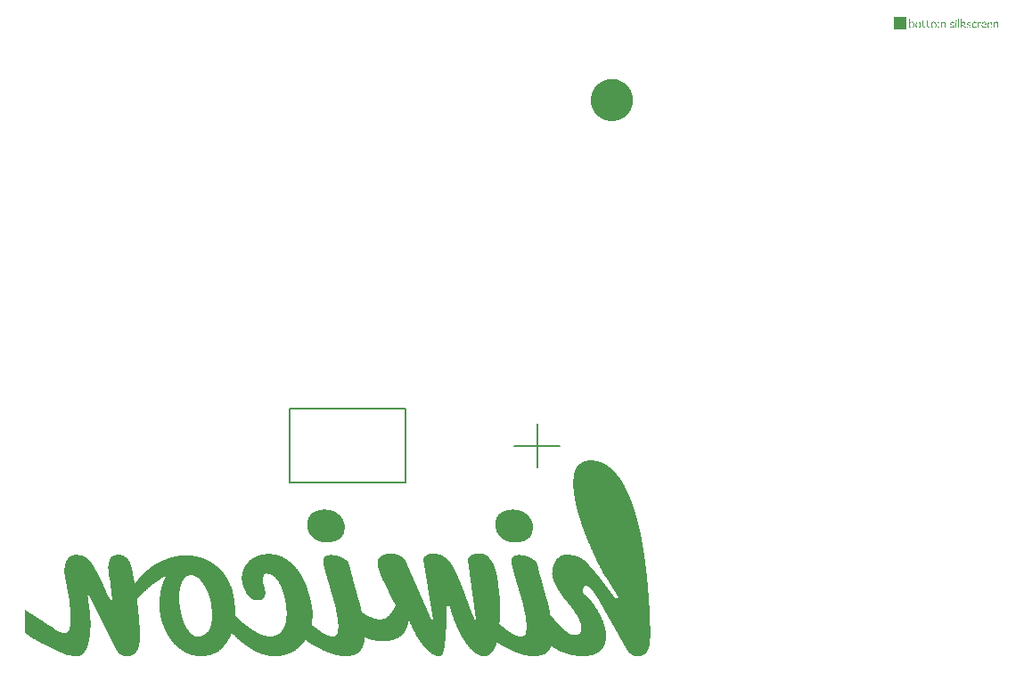
<source format=gbo>
G04                                                      *
G04 Greetings!                                           *
G04 This Gerber was generated by PCBmodE, an open source *
G04 PCB design software. Get it here:                    *
G04                                                      *
G04   http://pcbmode.com                                 *
G04                                                      *
G04 Also visit                                           *
G04                                                      *
G04   http://boldport.com                                *
G04                                                      *
G04 and follow @boldport / @pcbmode for updates!         *
G04                                                      *

G04 leading zeros omitted (L); absolute data (A); 6 integer digits and 6 fractional digits *
%FSLAX66Y66*%

G04 mode (MO): millimeters (MM) *
%MOMM*%

G04 Aperture definitions *
%ADD10C,0.001X*%
%ADD11C,0.001X*%
%ADD20C,0.15X*%

%LPD*%
D20*
G01X54979703Y-49121785D02*
G01X43979703Y-49121785D01*
G01X43979703Y-56121785D01*
G01X54979703Y-56121785D01*
G01X54979703Y-49121785D01*
D20*
G01X69635907Y-52650923D02*
G01X65323498Y-52650923D01*
D20*
G01X67508841Y-50582133D02*
G01X67508841Y-54661437D01*
G36*
G01X74585170Y-21754235D02*
G01X74585170Y-21754235D01*
G01X74519152Y-21753166D01*
G01X74453670Y-21749981D01*
G01X74388755Y-21744713D01*
G01X74324440Y-21737395D01*
G01X74260760Y-21728059D01*
G01X74197746Y-21716739D01*
G01X74135432Y-21703467D01*
G01X74073850Y-21688277D01*
G01X74013033Y-21671202D01*
G01X73953016Y-21652274D01*
G01X73893829Y-21631527D01*
G01X73835507Y-21608992D01*
G01X73778082Y-21584704D01*
G01X73721587Y-21558696D01*
G01X73666055Y-21530999D01*
G01X73611519Y-21501648D01*
G01X73558013Y-21470674D01*
G01X73505568Y-21438112D01*
G01X73454218Y-21403993D01*
G01X73403996Y-21368351D01*
G01X73354935Y-21331220D01*
G01X73307067Y-21292630D01*
G01X73260427Y-21252617D01*
G01X73215045Y-21211212D01*
G01X73170957Y-21168449D01*
G01X73128193Y-21124360D01*
G01X73086789Y-21078979D01*
G01X73046775Y-21032338D01*
G01X73008186Y-20984471D01*
G01X72971054Y-20935409D01*
G01X72935413Y-20885187D01*
G01X72901294Y-20833838D01*
G01X72868731Y-20781393D01*
G01X72837758Y-20727886D01*
G01X72808407Y-20673351D01*
G01X72780710Y-20617819D01*
G01X72754701Y-20561324D01*
G01X72730413Y-20503899D01*
G01X72707879Y-20445577D01*
G01X72687132Y-20386390D01*
G01X72668204Y-20326372D01*
G01X72651128Y-20265556D01*
G01X72635938Y-20203974D01*
G01X72622667Y-20141660D01*
G01X72611347Y-20078646D01*
G01X72602011Y-20014965D01*
G01X72594693Y-19950651D01*
G01X72589424Y-19885736D01*
G01X72586239Y-19820253D01*
G01X72585170Y-19754235D01*
G01X72585170Y-19754235D01*
G01X72585170Y-19754235D01*
G01X72586239Y-19688218D01*
G01X72589424Y-19622735D01*
G01X72594693Y-19557820D01*
G01X72602011Y-19493506D01*
G01X72611347Y-19429825D01*
G01X72622667Y-19366811D01*
G01X72635938Y-19304497D01*
G01X72651128Y-19242915D01*
G01X72668204Y-19182099D01*
G01X72687132Y-19122081D01*
G01X72707879Y-19062894D01*
G01X72730413Y-19004572D01*
G01X72754701Y-18947147D01*
G01X72780710Y-18890652D01*
G01X72808407Y-18835120D01*
G01X72837758Y-18780585D01*
G01X72868731Y-18727078D01*
G01X72901294Y-18674633D01*
G01X72935413Y-18623283D01*
G01X72971054Y-18573061D01*
G01X73008186Y-18524000D01*
G01X73046775Y-18476133D01*
G01X73086789Y-18429492D01*
G01X73128193Y-18384111D01*
G01X73170957Y-18340022D01*
G01X73215045Y-18297259D01*
G01X73260427Y-18255854D01*
G01X73307067Y-18215840D01*
G01X73354935Y-18177251D01*
G01X73403996Y-18140119D01*
G01X73454218Y-18104478D01*
G01X73505568Y-18070359D01*
G01X73558013Y-18037797D01*
G01X73611519Y-18006823D01*
G01X73666055Y-17977472D01*
G01X73721587Y-17949775D01*
G01X73778082Y-17923766D01*
G01X73835507Y-17899478D01*
G01X73893829Y-17876944D01*
G01X73953016Y-17856197D01*
G01X74013033Y-17837269D01*
G01X74073850Y-17820193D01*
G01X74135432Y-17805004D01*
G01X74197746Y-17791732D01*
G01X74260760Y-17780412D01*
G01X74324440Y-17771076D01*
G01X74388755Y-17763758D01*
G01X74453670Y-17758490D01*
G01X74519152Y-17755304D01*
G01X74585170Y-17754235D01*
G01X74585170Y-17754235D01*
G01X74585170Y-17754235D01*
G01X74651188Y-17755304D01*
G01X74716671Y-17758490D01*
G01X74781586Y-17763758D01*
G01X74845900Y-17771076D01*
G01X74909581Y-17780412D01*
G01X74972595Y-17791732D01*
G01X75034909Y-17805004D01*
G01X75096491Y-17820193D01*
G01X75157307Y-17837269D01*
G01X75217325Y-17856197D01*
G01X75276511Y-17876944D01*
G01X75334834Y-17899478D01*
G01X75392259Y-17923766D01*
G01X75448754Y-17949775D01*
G01X75504285Y-17977472D01*
G01X75558821Y-18006823D01*
G01X75612328Y-18037797D01*
G01X75664772Y-18070359D01*
G01X75716122Y-18104478D01*
G01X75766344Y-18140119D01*
G01X75815405Y-18177251D01*
G01X75863273Y-18215840D01*
G01X75909914Y-18255854D01*
G01X75955295Y-18297259D01*
G01X75999384Y-18340022D01*
G01X76042147Y-18384111D01*
G01X76083552Y-18429492D01*
G01X76123565Y-18476133D01*
G01X76162154Y-18524000D01*
G01X76199286Y-18573061D01*
G01X76234928Y-18623283D01*
G01X76269046Y-18674633D01*
G01X76301609Y-18727078D01*
G01X76332582Y-18780585D01*
G01X76361934Y-18835120D01*
G01X76389630Y-18890652D01*
G01X76415639Y-18947147D01*
G01X76439927Y-19004572D01*
G01X76462461Y-19062894D01*
G01X76483209Y-19122081D01*
G01X76502137Y-19182099D01*
G01X76519212Y-19242915D01*
G01X76534402Y-19304497D01*
G01X76547674Y-19366811D01*
G01X76558994Y-19429825D01*
G01X76568329Y-19493506D01*
G01X76575648Y-19557820D01*
G01X76580916Y-19622735D01*
G01X76584101Y-19688218D01*
G01X76585170Y-19754235D01*
G01X76585170Y-19754235D01*
G01X76585170Y-19754235D01*
G01X76584101Y-19820253D01*
G01X76580916Y-19885736D01*
G01X76575648Y-19950651D01*
G01X76568329Y-20014965D01*
G01X76558994Y-20078646D01*
G01X76547674Y-20141660D01*
G01X76534402Y-20203974D01*
G01X76519212Y-20265556D01*
G01X76502137Y-20326372D01*
G01X76483209Y-20386390D01*
G01X76462461Y-20445577D01*
G01X76439927Y-20503899D01*
G01X76415639Y-20561324D01*
G01X76389630Y-20617819D01*
G01X76361934Y-20673351D01*
G01X76332582Y-20727886D01*
G01X76301609Y-20781393D01*
G01X76269046Y-20833838D01*
G01X76234928Y-20885187D01*
G01X76199286Y-20935409D01*
G01X76162154Y-20984471D01*
G01X76123565Y-21032338D01*
G01X76083552Y-21078979D01*
G01X76042147Y-21124360D01*
G01X75999384Y-21168449D01*
G01X75955295Y-21211212D01*
G01X75909914Y-21252617D01*
G01X75863273Y-21292630D01*
G01X75815405Y-21331220D01*
G01X75766344Y-21368351D01*
G01X75716122Y-21403993D01*
G01X75664772Y-21438112D01*
G01X75612328Y-21470674D01*
G01X75558821Y-21501648D01*
G01X75504285Y-21530999D01*
G01X75448754Y-21558696D01*
G01X75392259Y-21584704D01*
G01X75334834Y-21608992D01*
G01X75276511Y-21631527D01*
G01X75217325Y-21652274D01*
G01X75157307Y-21671202D01*
G01X75096491Y-21688277D01*
G01X75034909Y-21703467D01*
G01X74972595Y-21716739D01*
G01X74909581Y-21728059D01*
G01X74845900Y-21737395D01*
G01X74781586Y-21744713D01*
G01X74716671Y-21749981D01*
G01X74651188Y-21753166D01*
G01X74585170Y-21754235D01*
G01X74585170Y-21754235D01*
G37*
G36*
G01X101385567Y-11850000D02*
G01X102585567Y-11850000D01*
G01X102585567Y-13050000D01*
G01X101385567Y-13050000D01*
G01X101385567Y-11850000D01*
G37*
G36*
G01X102835566Y-12001758D02*
G01X102835566Y-12001758D01*
G01X102878926Y-11998242D01*
G01X102878926Y-11998242D01*
G01X102930317Y-12030441D01*
G01X102932832Y-12043945D01*
G01X102932832Y-12043945D01*
G01X102932549Y-12089271D01*
G01X102932006Y-12159544D01*
G01X102931665Y-12201774D01*
G01X102931660Y-12202442D01*
G01X102931660Y-12202442D01*
G01X102930926Y-12299262D01*
G01X102930588Y-12355763D01*
G01X102930493Y-12380552D01*
G01X102930488Y-12383789D01*
G01X102930488Y-12383789D01*
G01X102999168Y-12345803D01*
G01X103060519Y-12326985D01*
G01X103103170Y-12320602D01*
G01X103116230Y-12319922D01*
G01X103116230Y-12319922D01*
G01X103190417Y-12334603D01*
G01X103241759Y-12363966D01*
G01X103266555Y-12385988D01*
G01X103268281Y-12387891D01*
G01X103268281Y-12387891D01*
G01X103300989Y-12445499D01*
G01X103318384Y-12509369D01*
G01X103325302Y-12562879D01*
G01X103326578Y-12589408D01*
G01X103326582Y-12590039D01*
G01X103326582Y-12590039D01*
G01X103318523Y-12670456D01*
G01X103299888Y-12735638D01*
G01X103278986Y-12782513D01*
G01X103264128Y-12808014D01*
G01X103261543Y-12811817D01*
G01X103261543Y-12811817D01*
G01X103207279Y-12862276D01*
G01X103148090Y-12889112D01*
G01X103098897Y-12899784D01*
G01X103074619Y-12901752D01*
G01X103074043Y-12901758D01*
G01X103074043Y-12901758D01*
G01X102996274Y-12892491D01*
G01X102931316Y-12870725D01*
G01X102882522Y-12845511D01*
G01X102853246Y-12825900D01*
G01X102846113Y-12820313D01*
G01X102846113Y-12820313D01*
G01X102850177Y-12765825D01*
G01X102852751Y-12698428D01*
G01X102854171Y-12632494D01*
G01X102854776Y-12582394D01*
G01X102854902Y-12562500D01*
G01X102854902Y-12562500D01*
G01X102854902Y-12562500D01*
G01X102854429Y-12501138D01*
G01X102853252Y-12431754D01*
G01X102851734Y-12363244D01*
G01X102850237Y-12304502D01*
G01X102849124Y-12264425D01*
G01X102848750Y-12251660D01*
G01X102848750Y-12251660D01*
G01X102845016Y-12147258D01*
G01X102841451Y-12075481D01*
G01X102838435Y-12030914D01*
G01X102836347Y-12008145D01*
G01X102835566Y-12001758D01*
G01X102835566Y-12001758D01*
G37*
%LPC*%
G36*
G01X102929316Y-12772266D02*
G01X102929316Y-12772266D01*
G01X102994248Y-12813198D01*
G01X103050732Y-12830780D01*
G01X103082726Y-12834883D01*
G01X103085176Y-12834961D01*
G01X103085176Y-12834961D01*
G01X103153532Y-12815481D01*
G01X103192690Y-12780755D01*
G01X103203242Y-12765820D01*
G01X103203242Y-12765820D01*
G01X103228842Y-12699892D01*
G01X103239713Y-12639595D01*
G01X103242168Y-12604485D01*
G01X103242207Y-12601758D01*
G01X103242207Y-12601758D01*
G01X103232905Y-12519408D01*
G01X103214300Y-12466294D01*
G01X103200346Y-12442226D01*
G01X103199140Y-12440625D01*
G01X103199140Y-12440625D01*
G01X103141085Y-12398256D01*
G01X103096849Y-12387616D01*
G01X103091035Y-12387305D01*
G01X103089277Y-12387305D01*
G01X103089277Y-12387305D01*
G01X103019938Y-12400184D01*
G01X102965638Y-12426474D01*
G01X102935211Y-12447656D01*
G01X102931660Y-12450586D01*
G01X102931660Y-12450586D01*
G01X102932081Y-12509427D01*
G01X102932246Y-12527637D01*
G01X102932246Y-12527637D01*
G01X102932759Y-12601575D01*
G01X102932832Y-12628711D01*
G01X102932832Y-12628711D01*
G01X102932832Y-12628711D01*
G01X102931841Y-12711787D01*
G01X102930076Y-12759420D01*
G01X102929316Y-12772266D01*
G37*
%LPD*%
G36*
G01X103426777Y-12611719D02*
G01X103426777Y-12611719D01*
G01X103435707Y-12532536D01*
G01X103456357Y-12470209D01*
G01X103479519Y-12426534D01*
G01X103495983Y-12403309D01*
G01X103498848Y-12399903D01*
G01X103498848Y-12399903D01*
G01X103556206Y-12355032D01*
G01X103615589Y-12331168D01*
G01X103663632Y-12321678D01*
G01X103686970Y-12319927D01*
G01X103687519Y-12319922D01*
G01X103687519Y-12319922D01*
G01X103764012Y-12331531D01*
G01X103822469Y-12357514D01*
G01X103860754Y-12384603D01*
G01X103876727Y-12399529D01*
G01X103877070Y-12399903D01*
G01X103877070Y-12399903D01*
G01X103914785Y-12458263D01*
G01X103936242Y-12519947D01*
G01X103946026Y-12573218D01*
G01X103948723Y-12606341D01*
G01X103948848Y-12611719D01*
G01X103948848Y-12611719D01*
G01X103939203Y-12693996D01*
G01X103917256Y-12757610D01*
G01X103893487Y-12800637D01*
G01X103878375Y-12821151D01*
G01X103877070Y-12822656D01*
G01X103877070Y-12822656D01*
G01X103819706Y-12867034D01*
G01X103760030Y-12890636D01*
G01X103711625Y-12900022D01*
G01X103688074Y-12901753D01*
G01X103687519Y-12901758D01*
G01X103687519Y-12901758D01*
G01X103611642Y-12890276D01*
G01X103553439Y-12864579D01*
G01X103515194Y-12837788D01*
G01X103499192Y-12823026D01*
G01X103498848Y-12822656D01*
G01X103498848Y-12822656D01*
G01X103460978Y-12764758D01*
G01X103439434Y-12703337D01*
G01X103429610Y-12650185D01*
G01X103426902Y-12617095D01*
G01X103426777Y-12611719D01*
G37*
%LPC*%
G36*
G01X103511152Y-12594727D02*
G01X103511152Y-12594727D01*
G01X103520063Y-12672475D01*
G01X103538615Y-12729485D01*
G01X103554538Y-12761281D01*
G01X103557734Y-12766406D01*
G01X103557734Y-12766406D01*
G01X103611508Y-12814342D01*
G01X103663374Y-12832267D01*
G01X103687495Y-12834961D01*
G01X103687519Y-12834961D01*
G01X103687519Y-12834961D01*
G01X103761505Y-12819113D01*
G01X103805796Y-12790861D01*
G01X103818183Y-12778711D01*
G01X103818183Y-12778711D01*
G01X103850319Y-12717492D01*
G01X103862871Y-12659038D01*
G01X103865055Y-12629153D01*
G01X103865058Y-12628711D01*
G01X103865058Y-12628711D01*
G01X103855867Y-12550851D01*
G01X103836732Y-12493608D01*
G01X103820308Y-12461611D01*
G01X103817012Y-12456445D01*
G01X103817012Y-12456445D01*
G01X103762661Y-12408100D01*
G01X103711251Y-12390022D01*
G01X103687544Y-12387305D01*
G01X103687519Y-12387305D01*
G01X103687519Y-12387305D01*
G01X103613699Y-12403318D01*
G01X103569702Y-12431864D01*
G01X103557441Y-12444141D01*
G01X103557441Y-12444141D01*
G01X103525707Y-12505762D01*
G01X103513312Y-12564373D01*
G01X103511155Y-12594285D01*
G01X103511152Y-12594727D01*
G37*
%LPD*%
G36*
G01X104002754Y-12375000D02*
G01X104002754Y-12375000D01*
G01X104020625Y-12339844D01*
G01X104020625Y-12339844D01*
G01X104077632Y-12332279D01*
G01X104081855Y-12332227D01*
G01X104115840Y-12332227D01*
G01X104115840Y-12332227D01*
G01X104112349Y-12253459D01*
G01X104109020Y-12206480D01*
G01X104108223Y-12197461D01*
G01X104108223Y-12197461D01*
G01X104148066Y-12193945D01*
G01X104148066Y-12193945D01*
G01X104202337Y-12224866D01*
G01X104205488Y-12239649D01*
G01X104205488Y-12239649D01*
G01X104202864Y-12297961D01*
G01X104200801Y-12333399D01*
G01X104200801Y-12333399D01*
G01X104296565Y-12332392D01*
G01X104358711Y-12330176D01*
G01X104392292Y-12327960D01*
G01X104402363Y-12326953D01*
G01X104402363Y-12326953D01*
G01X104402363Y-12326953D01*
G01X104407051Y-12355078D01*
G01X104407051Y-12355078D01*
G01X104394453Y-12387305D01*
G01X104394453Y-12387305D01*
G01X104354316Y-12396680D01*
G01X104354316Y-12396680D01*
G01X104296371Y-12397499D01*
G01X104230869Y-12397806D01*
G01X104198491Y-12397852D01*
G01X104198457Y-12397852D01*
G01X104198457Y-12397852D01*
G01X104197359Y-12472049D01*
G01X104196672Y-12542726D01*
G01X104196299Y-12603446D01*
G01X104196146Y-12647770D01*
G01X104196113Y-12669260D01*
G01X104196113Y-12670313D01*
G01X104196113Y-12670313D01*
G01X104203039Y-12756013D01*
G01X104215067Y-12797473D01*
G01X104219551Y-12805957D01*
G01X104219551Y-12805957D01*
G01X104274618Y-12836067D01*
G01X104296894Y-12838477D01*
G01X104296894Y-12838477D01*
G01X104361531Y-12818680D01*
G01X104383027Y-12802149D01*
G01X104383027Y-12802149D01*
G01X104404707Y-12845508D01*
G01X104404707Y-12845508D01*
G01X104373974Y-12886064D01*
G01X104373652Y-12886231D01*
G01X104373652Y-12886231D01*
G01X104311944Y-12901092D01*
G01X104298066Y-12901758D01*
G01X104298066Y-12901758D01*
G01X104219794Y-12887881D01*
G01X104174002Y-12861304D01*
G01X104157348Y-12844604D01*
G01X104157148Y-12844336D01*
G01X104157148Y-12844336D01*
G01X104131258Y-12786490D01*
G01X104119359Y-12724443D01*
G01X104116009Y-12680731D01*
G01X104115840Y-12672656D01*
G01X104115840Y-12672656D01*
G01X104116938Y-12565258D01*
G01X104117625Y-12488130D01*
G01X104117997Y-12437148D01*
G01X104118151Y-12408190D01*
G01X104118183Y-12397132D01*
G01X104118183Y-12396680D01*
G01X104118183Y-12396680D01*
G01X104069156Y-12400417D01*
G01X104009308Y-12405223D01*
G01X104006269Y-12405469D01*
G01X104006269Y-12405469D01*
G01X104002754Y-12375000D01*
G37*
G36*
G01X104424629Y-12375000D02*
G01X104424629Y-12375000D01*
G01X104442500Y-12339844D01*
G01X104442500Y-12339844D01*
G01X104499507Y-12332279D01*
G01X104503730Y-12332227D01*
G01X104537715Y-12332227D01*
G01X104537715Y-12332227D01*
G01X104534224Y-12253459D01*
G01X104530895Y-12206480D01*
G01X104530098Y-12197461D01*
G01X104530098Y-12197461D01*
G01X104569941Y-12193945D01*
G01X104569941Y-12193945D01*
G01X104624212Y-12224866D01*
G01X104627363Y-12239649D01*
G01X104627363Y-12239649D01*
G01X104624739Y-12297961D01*
G01X104622676Y-12333399D01*
G01X104622676Y-12333399D01*
G01X104718440Y-12332392D01*
G01X104780586Y-12330176D01*
G01X104814167Y-12327960D01*
G01X104824238Y-12326953D01*
G01X104824238Y-12326953D01*
G01X104824238Y-12326953D01*
G01X104828926Y-12355078D01*
G01X104828926Y-12355078D01*
G01X104816328Y-12387305D01*
G01X104816328Y-12387305D01*
G01X104776191Y-12396680D01*
G01X104776191Y-12396680D01*
G01X104718246Y-12397499D01*
G01X104652744Y-12397806D01*
G01X104620366Y-12397852D01*
G01X104620332Y-12397852D01*
G01X104620332Y-12397852D01*
G01X104619234Y-12472049D01*
G01X104618547Y-12542726D01*
G01X104618174Y-12603446D01*
G01X104618021Y-12647770D01*
G01X104617988Y-12669260D01*
G01X104617988Y-12670313D01*
G01X104617988Y-12670313D01*
G01X104624914Y-12756013D01*
G01X104636942Y-12797473D01*
G01X104641426Y-12805957D01*
G01X104641426Y-12805957D01*
G01X104696493Y-12836067D01*
G01X104718769Y-12838477D01*
G01X104718769Y-12838477D01*
G01X104783406Y-12818680D01*
G01X104804902Y-12802149D01*
G01X104804902Y-12802149D01*
G01X104826582Y-12845508D01*
G01X104826582Y-12845508D01*
G01X104795849Y-12886064D01*
G01X104795527Y-12886231D01*
G01X104795527Y-12886231D01*
G01X104733819Y-12901092D01*
G01X104719941Y-12901758D01*
G01X104719941Y-12901758D01*
G01X104641669Y-12887881D01*
G01X104595877Y-12861304D01*
G01X104579223Y-12844604D01*
G01X104579023Y-12844336D01*
G01X104579023Y-12844336D01*
G01X104553133Y-12786490D01*
G01X104541234Y-12724443D01*
G01X104537884Y-12680731D01*
G01X104537715Y-12672656D01*
G01X104537715Y-12672656D01*
G01X104538813Y-12565258D01*
G01X104539500Y-12488130D01*
G01X104539872Y-12437148D01*
G01X104540026Y-12408190D01*
G01X104540058Y-12397132D01*
G01X104540058Y-12396680D01*
G01X104540058Y-12396680D01*
G01X104491031Y-12400417D01*
G01X104431183Y-12405223D01*
G01X104428144Y-12405469D01*
G01X104428144Y-12405469D01*
G01X104424629Y-12375000D01*
G37*
G36*
G01X104900410Y-12611719D02*
G01X104900410Y-12611719D01*
G01X104909340Y-12532536D01*
G01X104929990Y-12470209D01*
G01X104953152Y-12426534D01*
G01X104969616Y-12403309D01*
G01X104972480Y-12399903D01*
G01X104972480Y-12399903D01*
G01X105029838Y-12355032D01*
G01X105089222Y-12331168D01*
G01X105137265Y-12321678D01*
G01X105160603Y-12319927D01*
G01X105161152Y-12319922D01*
G01X105161152Y-12319922D01*
G01X105237645Y-12331531D01*
G01X105296102Y-12357514D01*
G01X105334387Y-12384603D01*
G01X105350360Y-12399529D01*
G01X105350703Y-12399903D01*
G01X105350703Y-12399903D01*
G01X105388418Y-12458263D01*
G01X105409875Y-12519947D01*
G01X105419659Y-12573218D01*
G01X105422356Y-12606341D01*
G01X105422480Y-12611719D01*
G01X105422480Y-12611719D01*
G01X105412836Y-12693996D01*
G01X105390889Y-12757610D01*
G01X105367120Y-12800637D01*
G01X105352008Y-12821151D01*
G01X105350703Y-12822656D01*
G01X105350703Y-12822656D01*
G01X105293339Y-12867034D01*
G01X105233663Y-12890636D01*
G01X105185257Y-12900022D01*
G01X105161707Y-12901753D01*
G01X105161152Y-12901758D01*
G01X105161152Y-12901758D01*
G01X105085275Y-12890276D01*
G01X105027072Y-12864579D01*
G01X104988827Y-12837788D01*
G01X104972824Y-12823026D01*
G01X104972480Y-12822656D01*
G01X104972480Y-12822656D01*
G01X104934611Y-12764758D01*
G01X104913067Y-12703337D01*
G01X104903243Y-12650185D01*
G01X104900535Y-12617095D01*
G01X104900410Y-12611719D01*
G37*
%LPC*%
G36*
G01X104984785Y-12594727D02*
G01X104984785Y-12594727D01*
G01X104993696Y-12672475D01*
G01X105012248Y-12729485D01*
G01X105028171Y-12761281D01*
G01X105031367Y-12766406D01*
G01X105031367Y-12766406D01*
G01X105085141Y-12814342D01*
G01X105137007Y-12832267D01*
G01X105161127Y-12834961D01*
G01X105161152Y-12834961D01*
G01X105161152Y-12834961D01*
G01X105235138Y-12819113D01*
G01X105279429Y-12790861D01*
G01X105291816Y-12778711D01*
G01X105291816Y-12778711D01*
G01X105323952Y-12717492D01*
G01X105336504Y-12659038D01*
G01X105338688Y-12629153D01*
G01X105338691Y-12628711D01*
G01X105338691Y-12628711D01*
G01X105329500Y-12550851D01*
G01X105310364Y-12493608D01*
G01X105293941Y-12461611D01*
G01X105290644Y-12456445D01*
G01X105290644Y-12456445D01*
G01X105236294Y-12408100D01*
G01X105184884Y-12390022D01*
G01X105161177Y-12387305D01*
G01X105161152Y-12387305D01*
G01X105161152Y-12387305D01*
G01X105087332Y-12403318D01*
G01X105043335Y-12431864D01*
G01X105031074Y-12444141D01*
G01X105031074Y-12444141D01*
G01X104999340Y-12505762D01*
G01X104986945Y-12564373D01*
G01X104984788Y-12594285D01*
G01X104984785Y-12594727D01*
G37*
%LPD*%
G36*
G01X105548457Y-12338086D02*
G01X105548457Y-12338086D01*
G01X105591816Y-12328711D01*
G01X105591816Y-12328711D01*
G01X105641875Y-12363061D01*
G01X105646894Y-12388477D01*
G01X105646894Y-12388477D01*
G01X105704975Y-12352661D01*
G01X105735371Y-12339258D01*
G01X105735371Y-12339258D01*
G01X105735371Y-12339258D01*
G01X105804512Y-12322339D01*
G01X105834980Y-12319922D01*
G01X105834980Y-12319922D01*
G01X105834980Y-12319922D01*
G01X105909381Y-12337746D01*
G01X105951958Y-12372645D01*
G01X105968056Y-12396760D01*
G01X105968574Y-12397852D01*
G01X105968574Y-12397852D01*
G01X106022533Y-12360024D01*
G01X106058490Y-12343018D01*
G01X106059101Y-12342774D01*
G01X106059101Y-12342774D01*
G01X106129629Y-12323724D01*
G01X106167463Y-12319945D01*
G01X106168965Y-12319922D01*
G01X106168965Y-12319922D01*
G01X106239296Y-12336395D01*
G01X106272996Y-12358464D01*
G01X106274726Y-12360059D01*
G01X106274726Y-12360059D01*
G01X106305266Y-12417715D01*
G01X106314733Y-12473621D01*
G01X106315449Y-12489258D01*
G01X106315449Y-12489258D01*
G01X106314180Y-12543473D01*
G01X106313398Y-12575684D01*
G01X106313398Y-12575684D01*
G01X106311790Y-12656867D01*
G01X106311364Y-12697943D01*
G01X106311348Y-12703125D01*
G01X106311348Y-12703125D01*
G01X106315271Y-12785728D01*
G01X106323438Y-12845697D01*
G01X106330448Y-12878864D01*
G01X106331855Y-12884180D01*
G01X106331855Y-12884180D01*
G01X106284980Y-12893555D01*
G01X106284980Y-12893555D01*
G01X106240156Y-12879785D01*
G01X106240156Y-12879785D01*
G01X106226387Y-12832617D01*
G01X106226387Y-12832617D01*
G01X106226387Y-12832617D01*
G01X106227191Y-12775627D01*
G01X106228765Y-12709183D01*
G01X106229853Y-12669106D01*
G01X106229902Y-12667383D01*
G01X106229902Y-12667383D01*
G01X106232452Y-12572209D01*
G01X106233323Y-12529964D01*
G01X106233418Y-12521485D01*
G01X106233418Y-12521485D01*
G01X106220619Y-12448205D01*
G01X106205584Y-12420472D01*
G01X106205293Y-12420117D01*
G01X106205293Y-12420117D01*
G01X106148565Y-12389251D01*
G01X106131465Y-12387305D01*
G01X106131465Y-12387305D01*
G01X106066552Y-12401778D01*
G01X106012048Y-12430117D01*
G01X105983769Y-12449699D01*
G01X105982637Y-12450586D01*
G01X105982637Y-12450586D01*
G01X105983825Y-12542196D01*
G01X105984523Y-12611413D01*
G01X105984862Y-12658792D01*
G01X105984971Y-12684885D01*
G01X105984980Y-12690820D01*
G01X105984980Y-12690820D01*
G01X105986257Y-12773826D01*
G01X105989017Y-12837692D01*
G01X105991654Y-12877534D01*
G01X105992598Y-12888867D01*
G01X105992598Y-12888867D01*
G01X105951582Y-12892383D01*
G01X105951582Y-12892383D01*
G01X105900191Y-12860185D01*
G01X105897676Y-12846680D01*
G01X105897676Y-12846680D01*
G01X105899433Y-12798340D01*
G01X105899433Y-12798340D01*
G01X105901295Y-12734405D01*
G01X105902276Y-12684466D01*
G01X105902363Y-12679102D01*
G01X105902363Y-12679102D01*
G01X105903167Y-12607458D01*
G01X105903480Y-12549250D01*
G01X105903535Y-12521873D01*
G01X105903535Y-12521485D01*
G01X105903535Y-12521485D01*
G01X105884621Y-12439503D01*
G01X105844486Y-12400365D01*
G01X105808042Y-12388225D01*
G01X105798066Y-12387305D01*
G01X105798066Y-12387305D01*
G01X105733940Y-12402449D01*
G01X105679758Y-12432099D01*
G01X105651542Y-12452588D01*
G01X105650410Y-12453516D01*
G01X105650410Y-12453516D01*
G01X105651642Y-12548562D01*
G01X105652342Y-12618585D01*
G01X105652662Y-12664595D01*
G01X105652750Y-12687604D01*
G01X105652754Y-12690820D01*
G01X105652754Y-12690820D01*
G01X105653933Y-12773826D01*
G01X105656480Y-12837692D01*
G01X105658914Y-12877534D01*
G01X105659785Y-12888867D01*
G01X105659785Y-12888867D01*
G01X105619355Y-12892383D01*
G01X105619355Y-12892383D01*
G01X105567964Y-12860185D01*
G01X105565449Y-12846680D01*
G01X105565449Y-12846680D01*
G01X105567220Y-12791907D01*
G01X105568379Y-12758496D01*
G01X105568379Y-12758496D01*
G01X105570346Y-12683533D01*
G01X105571148Y-12623688D01*
G01X105571307Y-12593569D01*
G01X105571308Y-12592383D01*
G01X105571308Y-12592383D01*
G01X105568932Y-12490336D01*
G01X105563265Y-12417820D01*
G01X105556501Y-12370899D01*
G01X105550833Y-12345633D01*
G01X105548457Y-12338086D01*
G01X105548457Y-12338086D01*
G37*
G36*
G01X106727949Y-12806250D02*
G01X106727949Y-12806250D01*
G01X106765927Y-12762147D01*
G01X106781855Y-12755860D01*
G01X106781855Y-12755860D01*
G01X106822756Y-12805156D01*
G01X106838984Y-12814746D01*
G01X106838984Y-12814746D01*
G01X106905136Y-12832726D01*
G01X106934199Y-12834961D01*
G01X106934199Y-12834961D01*
G01X107001708Y-12820817D01*
G01X107017695Y-12812110D01*
G01X107017695Y-12812110D01*
G01X107048011Y-12757234D01*
G01X107049629Y-12741211D01*
G01X107049629Y-12741211D01*
G01X107022330Y-12689434D01*
G01X107017695Y-12686133D01*
G01X107017695Y-12686133D01*
G01X106957579Y-12661152D01*
G01X106940351Y-12656543D01*
G01X106940351Y-12656543D01*
G01X106873773Y-12639578D01*
G01X106849238Y-12632520D01*
G01X106849238Y-12632520D01*
G01X106790878Y-12599265D01*
G01X106771601Y-12580371D01*
G01X106771601Y-12580371D01*
G01X106744422Y-12518910D01*
G01X106739675Y-12479376D01*
G01X106739668Y-12478711D01*
G01X106739668Y-12478711D01*
G01X106759663Y-12411198D01*
G01X106792511Y-12371881D01*
G01X106801484Y-12364453D01*
G01X106801484Y-12364453D01*
G01X106866429Y-12332725D01*
G01X106920372Y-12321381D01*
G01X106941230Y-12319922D01*
G01X106941230Y-12319922D01*
G01X107009847Y-12330263D01*
G01X107049428Y-12344116D01*
G01X107051680Y-12345117D01*
G01X107051680Y-12345117D01*
G01X107100603Y-12392792D01*
G01X107105879Y-12414844D01*
G01X107105879Y-12414844D01*
G01X107067901Y-12459530D01*
G01X107051973Y-12465235D01*
G01X107051973Y-12465235D01*
G01X107011055Y-12417443D01*
G01X106997773Y-12408985D01*
G01X106997773Y-12408985D01*
G01X106933378Y-12389029D01*
G01X106912519Y-12387305D01*
G01X106912519Y-12387305D01*
G01X106850710Y-12403897D01*
G01X106841621Y-12409570D01*
G01X106841621Y-12409570D01*
G01X106812545Y-12462932D01*
G01X106811738Y-12472266D01*
G01X106811738Y-12472266D01*
G01X106838682Y-12524753D01*
G01X106843672Y-12528516D01*
G01X106843672Y-12528516D01*
G01X106902987Y-12554735D01*
G01X106921015Y-12559863D01*
G01X106921015Y-12559863D01*
G01X106986617Y-12577082D01*
G01X107012129Y-12584473D01*
G01X107012129Y-12584473D01*
G01X107071262Y-12617077D01*
G01X107089765Y-12634278D01*
G01X107089765Y-12634278D01*
G01X107117707Y-12694812D01*
G01X107121699Y-12728320D01*
G01X107121699Y-12728320D01*
G01X107121699Y-12728320D01*
G01X107105278Y-12800720D01*
G01X107075266Y-12844045D01*
G01X107060469Y-12857520D01*
G01X107060469Y-12857520D01*
G01X106996153Y-12888453D01*
G01X106939898Y-12900019D01*
G01X106914888Y-12901758D01*
G01X106914863Y-12901758D01*
G01X106914863Y-12901758D01*
G01X106840693Y-12892850D01*
G01X106794047Y-12878216D01*
G01X106784785Y-12874219D01*
G01X106784785Y-12874219D01*
G01X106733481Y-12826725D01*
G01X106727949Y-12806250D01*
G37*
G36*
G01X107234199Y-12199805D02*
G01X107234199Y-12199805D01*
G01X107253242Y-12154981D01*
G01X107253242Y-12154981D01*
G01X107297480Y-12136524D01*
G01X107297480Y-12136524D01*
G01X107339375Y-12154981D01*
G01X107339375Y-12154981D01*
G01X107357246Y-12199805D01*
G01X107357246Y-12199805D01*
G01X107338226Y-12246072D01*
G01X107338203Y-12246094D01*
G01X107338203Y-12246094D01*
G01X107295137Y-12264844D01*
G01X107295137Y-12264844D01*
G01X107252070Y-12246973D01*
G01X107252070Y-12246973D01*
G01X107234200Y-12199883D01*
G01X107234199Y-12199805D01*
G37*
G36*
G01X107249433Y-12332227D02*
G01X107249433Y-12332227D01*
G01X107290449Y-12328711D01*
G01X107290449Y-12328711D01*
G01X107343850Y-12359869D01*
G01X107346699Y-12373828D01*
G01X107346699Y-12373828D01*
G01X107344355Y-12423047D01*
G01X107344355Y-12423047D01*
G01X107341240Y-12488633D01*
G01X107339679Y-12527343D01*
G01X107339668Y-12527637D01*
G01X107339668Y-12527637D01*
G01X107337758Y-12600740D01*
G01X107337330Y-12643119D01*
G01X107337324Y-12646289D01*
G01X107337324Y-12646289D01*
G01X107339924Y-12736941D01*
G01X107346031Y-12805478D01*
G01X107353105Y-12852421D01*
G01X107358608Y-12878291D01*
G01X107360176Y-12884180D01*
G01X107360176Y-12884180D01*
G01X107314473Y-12893555D01*
G01X107314473Y-12893555D01*
G01X107267601Y-12878032D01*
G01X107267598Y-12878028D01*
G01X107267598Y-12878028D01*
G01X107255302Y-12825868D01*
G01X107255293Y-12825000D01*
G01X107255293Y-12825000D01*
G01X107256091Y-12766641D01*
G01X107256758Y-12730371D01*
G01X107256758Y-12730371D01*
G01X107257951Y-12652329D01*
G01X107258218Y-12615347D01*
G01X107258223Y-12612891D01*
G01X107258223Y-12612891D01*
G01X107257471Y-12526548D01*
G01X107255625Y-12454012D01*
G01X107253302Y-12396904D01*
G01X107251115Y-12356844D01*
G01X107249680Y-12335450D01*
G01X107249433Y-12332227D01*
G37*
G36*
G01X107497871Y-12001758D02*
G01X107497871Y-12001758D01*
G01X107540058Y-11998242D01*
G01X107540058Y-11998242D01*
G01X107592347Y-12029805D01*
G01X107595137Y-12043945D01*
G01X107595137Y-12043945D01*
G01X107593597Y-12100687D01*
G01X107593379Y-12108106D01*
G01X107593379Y-12108106D01*
G01X107591536Y-12172525D01*
G01X107589845Y-12233741D01*
G01X107588997Y-12264969D01*
G01X107588984Y-12265430D01*
G01X107588984Y-12265430D01*
G01X107587416Y-12339936D01*
G01X107586639Y-12404009D01*
G01X107586376Y-12447454D01*
G01X107586348Y-12460547D01*
G01X107586348Y-12647461D01*
G01X107586348Y-12647461D01*
G01X107588948Y-12737058D01*
G01X107595054Y-12805210D01*
G01X107602129Y-12852177D01*
G01X107607631Y-12878221D01*
G01X107609199Y-12884180D01*
G01X107609199Y-12884180D01*
G01X107564082Y-12893555D01*
G01X107564082Y-12893555D01*
G01X107517793Y-12879199D01*
G01X107517793Y-12879199D01*
G01X107504902Y-12831445D01*
G01X107504902Y-12831445D01*
G01X107504902Y-12831445D01*
G01X107505201Y-12781353D01*
G01X107505760Y-12713978D01*
G01X107506074Y-12678847D01*
G01X107506074Y-12678809D01*
G01X107506074Y-12678809D01*
G01X107506790Y-12589596D01*
G01X107507132Y-12528343D01*
G01X107507238Y-12494946D01*
G01X107507246Y-12488086D01*
G01X107507246Y-12348633D01*
G01X107507246Y-12348633D01*
G01X107506676Y-12235547D01*
G01X107505221Y-12148902D01*
G01X107503259Y-12085551D01*
G01X107501171Y-12042352D01*
G01X107499336Y-12016159D01*
G01X107498133Y-12003829D01*
G01X107497871Y-12001758D01*
G37*
G36*
G01X107753340Y-12001758D02*
G01X107753340Y-12001758D01*
G01X107795527Y-11998242D01*
G01X107795527Y-11998242D01*
G01X107847815Y-12029805D01*
G01X107850605Y-12043945D01*
G01X107850605Y-12043945D01*
G01X107848888Y-12097869D01*
G01X107848848Y-12099024D01*
G01X107848848Y-12099024D01*
G01X107846656Y-12164412D01*
G01X107844860Y-12220094D01*
G01X107844453Y-12232910D01*
G01X107844453Y-12232910D01*
G01X107842721Y-12305866D01*
G01X107841985Y-12365358D01*
G01X107841819Y-12397766D01*
G01X107841816Y-12400195D01*
G01X107841816Y-12400195D01*
G01X107906407Y-12353787D01*
G01X107965669Y-12329956D01*
G01X108009001Y-12321176D01*
G01X108025801Y-12319922D01*
G01X108025801Y-12319922D01*
G01X108025801Y-12319922D01*
G01X108099792Y-12334365D01*
G01X108138577Y-12357396D01*
G01X108144453Y-12362695D01*
G01X108144453Y-12362695D01*
G01X108178024Y-12423449D01*
G01X108185105Y-12465036D01*
G01X108185176Y-12467578D01*
G01X108185176Y-12467578D01*
G01X108171307Y-12539003D01*
G01X108147866Y-12583914D01*
G01X108140351Y-12594141D01*
G01X108140351Y-12594141D01*
G01X108085055Y-12635294D01*
G01X108033344Y-12652912D01*
G01X108014668Y-12656250D01*
G01X108014668Y-12656250D01*
G01X108064825Y-12735211D01*
G01X108094131Y-12776200D01*
G01X108104775Y-12789123D01*
G01X108104902Y-12789258D01*
G01X108104902Y-12789258D01*
G01X108163030Y-12825265D01*
G01X108179316Y-12827930D01*
G01X108179316Y-12827930D01*
G01X108210371Y-12822656D01*
G01X108210371Y-12822656D01*
G01X108221504Y-12857813D01*
G01X108221504Y-12857813D01*
G01X108196308Y-12890625D01*
G01X108196308Y-12890625D01*
G01X108148262Y-12901758D01*
G01X108148262Y-12901758D01*
G01X108086382Y-12879730D01*
G01X108061543Y-12858985D01*
G01X108061543Y-12858985D01*
G01X108031367Y-12822949D01*
G01X108031367Y-12822949D01*
G01X108001558Y-12779996D01*
G01X108001484Y-12779883D01*
G01X108001484Y-12779883D01*
G01X107976289Y-12739453D01*
G01X107976289Y-12739453D01*
G01X107949004Y-12693300D01*
G01X107948750Y-12692871D01*
G01X107948750Y-12692871D01*
G01X107925019Y-12652149D01*
G01X107925019Y-12652149D01*
G01X107893379Y-12626953D01*
G01X107893379Y-12626953D01*
G01X107899824Y-12598242D01*
G01X107899824Y-12598242D01*
G01X107958632Y-12606933D01*
G01X107960762Y-12607031D01*
G01X107960762Y-12607031D01*
G01X108032407Y-12590913D01*
G01X108062319Y-12571076D01*
G01X108063008Y-12570410D01*
G01X108063008Y-12570410D01*
G01X108095535Y-12510454D01*
G01X108099043Y-12485742D01*
G01X108099043Y-12485742D01*
G01X108080705Y-12424806D01*
G01X108074433Y-12416016D01*
G01X108074433Y-12416016D01*
G01X108018895Y-12388536D01*
G01X108005293Y-12387305D01*
G01X108005293Y-12387305D01*
G01X107942071Y-12401814D01*
G01X107920039Y-12411914D01*
G01X107920039Y-12411914D01*
G01X107863073Y-12452639D01*
G01X107841816Y-12473438D01*
G01X107841816Y-12647461D01*
G01X107841816Y-12647461D01*
G01X107844416Y-12737058D01*
G01X107850523Y-12805210D01*
G01X107857598Y-12852177D01*
G01X107863100Y-12878221D01*
G01X107864668Y-12884180D01*
G01X107864668Y-12884180D01*
G01X107819551Y-12893555D01*
G01X107819551Y-12893555D01*
G01X107773262Y-12879199D01*
G01X107773262Y-12879199D01*
G01X107760371Y-12831445D01*
G01X107760371Y-12831445D01*
G01X107760371Y-12831445D01*
G01X107760670Y-12781353D01*
G01X107761229Y-12713978D01*
G01X107761542Y-12678847D01*
G01X107761543Y-12678809D01*
G01X107761543Y-12678809D01*
G01X107762259Y-12589596D01*
G01X107762601Y-12528343D01*
G01X107762707Y-12494946D01*
G01X107762715Y-12488086D01*
G01X107762715Y-12348633D01*
G01X107762715Y-12348633D01*
G01X107762145Y-12235547D01*
G01X107760690Y-12148902D01*
G01X107758728Y-12085551D01*
G01X107756640Y-12042352D01*
G01X107754805Y-12016159D01*
G01X107753602Y-12003829D01*
G01X107753340Y-12001758D01*
G37*
G36*
G01X108301191Y-12806250D02*
G01X108301191Y-12806250D01*
G01X108339169Y-12762147D01*
G01X108355098Y-12755860D01*
G01X108355098Y-12755860D01*
G01X108395998Y-12805156D01*
G01X108412226Y-12814746D01*
G01X108412226Y-12814746D01*
G01X108478378Y-12832726D01*
G01X108507441Y-12834961D01*
G01X108507441Y-12834961D01*
G01X108574950Y-12820817D01*
G01X108590937Y-12812110D01*
G01X108590937Y-12812110D01*
G01X108621253Y-12757234D01*
G01X108622871Y-12741211D01*
G01X108622871Y-12741211D01*
G01X108595573Y-12689434D01*
G01X108590937Y-12686133D01*
G01X108590937Y-12686133D01*
G01X108530821Y-12661152D01*
G01X108513594Y-12656543D01*
G01X108513594Y-12656543D01*
G01X108447016Y-12639578D01*
G01X108422480Y-12632520D01*
G01X108422480Y-12632520D01*
G01X108364120Y-12599265D01*
G01X108344844Y-12580371D01*
G01X108344844Y-12580371D01*
G01X108317664Y-12518910D01*
G01X108312917Y-12479376D01*
G01X108312910Y-12478711D01*
G01X108312910Y-12478711D01*
G01X108332905Y-12411198D01*
G01X108365754Y-12371881D01*
G01X108374726Y-12364453D01*
G01X108374726Y-12364453D01*
G01X108439671Y-12332725D01*
G01X108493614Y-12321381D01*
G01X108514473Y-12319922D01*
G01X108514473Y-12319922D01*
G01X108583089Y-12330263D01*
G01X108622670Y-12344116D01*
G01X108624922Y-12345117D01*
G01X108624922Y-12345117D01*
G01X108673845Y-12392792D01*
G01X108679121Y-12414844D01*
G01X108679121Y-12414844D01*
G01X108641143Y-12459530D01*
G01X108625215Y-12465235D01*
G01X108625215Y-12465235D01*
G01X108584297Y-12417443D01*
G01X108571015Y-12408985D01*
G01X108571015Y-12408985D01*
G01X108506620Y-12389029D01*
G01X108485762Y-12387305D01*
G01X108485762Y-12387305D01*
G01X108423952Y-12403897D01*
G01X108414863Y-12409570D01*
G01X108414863Y-12409570D01*
G01X108385787Y-12462932D01*
G01X108384980Y-12472266D01*
G01X108384980Y-12472266D01*
G01X108411924Y-12524753D01*
G01X108416914Y-12528516D01*
G01X108416914Y-12528516D01*
G01X108476230Y-12554735D01*
G01X108494258Y-12559863D01*
G01X108494258Y-12559863D01*
G01X108559859Y-12577082D01*
G01X108585371Y-12584473D01*
G01X108585371Y-12584473D01*
G01X108644504Y-12617077D01*
G01X108663008Y-12634278D01*
G01X108663008Y-12634278D01*
G01X108690950Y-12694812D01*
G01X108694941Y-12728320D01*
G01X108694941Y-12728320D01*
G01X108694941Y-12728320D01*
G01X108678520Y-12800720D01*
G01X108648508Y-12844045D01*
G01X108633711Y-12857520D01*
G01X108633711Y-12857520D01*
G01X108569395Y-12888453D01*
G01X108513141Y-12900019D01*
G01X108488131Y-12901758D01*
G01X108488105Y-12901758D01*
G01X108488105Y-12901758D01*
G01X108413935Y-12892850D01*
G01X108367290Y-12878216D01*
G01X108358027Y-12874219D01*
G01X108358027Y-12874219D01*
G01X108306723Y-12826725D01*
G01X108301191Y-12806250D01*
G37*
G36*
G01X108797480Y-12617578D02*
G01X108797480Y-12617578D01*
G01X108804913Y-12542492D01*
G01X108817476Y-12493819D01*
G01X108821504Y-12482520D01*
G01X108821504Y-12482520D01*
G01X108857541Y-12419543D01*
G01X108883465Y-12390516D01*
G01X108885078Y-12389063D01*
G01X108885078Y-12389063D01*
G01X108943211Y-12350024D01*
G01X108969746Y-12337500D01*
G01X108969746Y-12337500D01*
G01X109036716Y-12321633D01*
G01X109061738Y-12319922D01*
G01X109061738Y-12319922D01*
G01X109131884Y-12330415D01*
G01X109173998Y-12345572D01*
G01X109178047Y-12347461D01*
G01X109178047Y-12347461D01*
G01X109226496Y-12396753D01*
G01X109233418Y-12425391D01*
G01X109233418Y-12425391D01*
G01X109233418Y-12425391D01*
G01X109195829Y-12471291D01*
G01X109175410Y-12476953D01*
G01X109175410Y-12476953D01*
G01X109139813Y-12421919D01*
G01X109124726Y-12410449D01*
G01X109124726Y-12410449D01*
G01X109061810Y-12389020D01*
G01X109042402Y-12387305D01*
G01X109042402Y-12387305D01*
G01X108976201Y-12406542D01*
G01X108936631Y-12438145D01*
G01X108929023Y-12446778D01*
G01X108929023Y-12446778D01*
G01X108898137Y-12508557D01*
G01X108885551Y-12567602D01*
G01X108883043Y-12600399D01*
G01X108883027Y-12601758D01*
G01X108883027Y-12601758D01*
G01X108891749Y-12685288D01*
G01X108910255Y-12741840D01*
G01X108927060Y-12772246D01*
G01X108931660Y-12778418D01*
G01X108931660Y-12778418D01*
G01X108990225Y-12820139D01*
G01X109041300Y-12833720D01*
G01X109057051Y-12834961D01*
G01X109057051Y-12834961D01*
G01X109119234Y-12823391D01*
G01X109130000Y-12819434D01*
G01X109130000Y-12819434D01*
G01X109178605Y-12779519D01*
G01X109183027Y-12772266D01*
G01X109183027Y-12772266D01*
G01X109229436Y-12813998D01*
G01X109230488Y-12820313D01*
G01X109230488Y-12820313D01*
G01X109196759Y-12870080D01*
G01X109175996Y-12880957D01*
G01X109175996Y-12880957D01*
G01X109109143Y-12897265D01*
G01X109060515Y-12901592D01*
G01X109052949Y-12901758D01*
G01X109052949Y-12901758D01*
G01X108975849Y-12889823D01*
G01X108917200Y-12864028D01*
G01X108880958Y-12839387D01*
G01X108870723Y-12830567D01*
G01X108870723Y-12830567D01*
G01X108832238Y-12775590D01*
G01X108810343Y-12713680D01*
G01X108800359Y-12658405D01*
G01X108797607Y-12623337D01*
G01X108797480Y-12617578D01*
G37*
G36*
G01X109351777Y-12332227D02*
G01X109351777Y-12332227D01*
G01X109392793Y-12328711D01*
G01X109392793Y-12328711D01*
G01X109442329Y-12361728D01*
G01X109444355Y-12373828D01*
G01X109444355Y-12373828D01*
G01X109443769Y-12390235D01*
G01X109443769Y-12390235D01*
G01X109443183Y-12416016D01*
G01X109443183Y-12416016D01*
G01X109487340Y-12366128D01*
G01X109507344Y-12349512D01*
G01X109507344Y-12349512D01*
G01X109569586Y-12321961D01*
G01X109586738Y-12319922D01*
G01X109586738Y-12319922D01*
G01X109630098Y-12332520D01*
G01X109630098Y-12332520D01*
G01X109645918Y-12366797D01*
G01X109645918Y-12366797D01*
G01X109623543Y-12418479D01*
G01X109621894Y-12420703D01*
G01X109621894Y-12420703D01*
G01X109567731Y-12398063D01*
G01X109563887Y-12397852D01*
G01X109563887Y-12397852D01*
G01X109505498Y-12418188D01*
G01X109496797Y-12424219D01*
G01X109496797Y-12424219D01*
G01X109452503Y-12473903D01*
G01X109440254Y-12493945D01*
G01X109440254Y-12493945D01*
G01X109439434Y-12550994D01*
G01X109439128Y-12614820D01*
G01X109439082Y-12646256D01*
G01X109439082Y-12646289D01*
G01X109439082Y-12646289D01*
G01X109441682Y-12736941D01*
G01X109447789Y-12805478D01*
G01X109454863Y-12852421D01*
G01X109460366Y-12878291D01*
G01X109461933Y-12884180D01*
G01X109461933Y-12884180D01*
G01X109416230Y-12893555D01*
G01X109416230Y-12893555D01*
G01X109369648Y-12878028D01*
G01X109369648Y-12878028D01*
G01X109369648Y-12878028D01*
G01X109357645Y-12825868D01*
G01X109357637Y-12825000D01*
G01X109357637Y-12825000D01*
G01X109358275Y-12766641D01*
G01X109358808Y-12730371D01*
G01X109358808Y-12730371D01*
G01X109359763Y-12652329D01*
G01X109359977Y-12615347D01*
G01X109359980Y-12612891D01*
G01X109359980Y-12612891D01*
G01X109359279Y-12526548D01*
G01X109357556Y-12454012D01*
G01X109355388Y-12396904D01*
G01X109353346Y-12356844D01*
G01X109352007Y-12335450D01*
G01X109351777Y-12332227D01*
G37*
G36*
G01X109711543Y-12614063D02*
G01X109711543Y-12614063D01*
G01X109721453Y-12530118D01*
G01X109744369Y-12465904D01*
G01X109770073Y-12422096D01*
G01X109788345Y-12399366D01*
G01X109791523Y-12396094D01*
G01X109791523Y-12396094D01*
G01X109854608Y-12352057D01*
G01X109915412Y-12329444D01*
G01X109961221Y-12321112D01*
G01X109979316Y-12319922D01*
G01X109979316Y-12319922D01*
G01X109979316Y-12319922D01*
G01X110054788Y-12333294D01*
G01X110101727Y-12357131D01*
G01X110115254Y-12367383D01*
G01X110115254Y-12367383D01*
G01X110156138Y-12427074D01*
G01X110166985Y-12471689D01*
G01X110167402Y-12478711D01*
G01X110167402Y-12478711D01*
G01X110155870Y-12544658D01*
G01X110150703Y-12556641D01*
G01X110150703Y-12556641D01*
G01X110111194Y-12602543D01*
G01X110107051Y-12605567D01*
G01X110107051Y-12605567D01*
G01X110047933Y-12628781D01*
G01X110029121Y-12633106D01*
G01X110029121Y-12633106D01*
G01X109959907Y-12642737D01*
G01X109928926Y-12645117D01*
G01X109928926Y-12645117D01*
G01X109928926Y-12645117D01*
G01X109863773Y-12646929D01*
G01X109809904Y-12647436D01*
G01X109799433Y-12647461D01*
G01X109799433Y-12647461D01*
G01X109817506Y-12722424D01*
G01X109840716Y-12769207D01*
G01X109851289Y-12784278D01*
G01X109851289Y-12784278D01*
G01X109908094Y-12822882D01*
G01X109957797Y-12834260D01*
G01X109969355Y-12834961D01*
G01X109969355Y-12834961D01*
G01X110044746Y-12818147D01*
G01X110085560Y-12787417D01*
G01X110097090Y-12772266D01*
G01X110097090Y-12772266D01*
G01X110143253Y-12814978D01*
G01X110144551Y-12822656D01*
G01X110144551Y-12822656D01*
G01X110109240Y-12870160D01*
G01X110090058Y-12880078D01*
G01X110090058Y-12880078D01*
G01X110022065Y-12897305D01*
G01X109974265Y-12901632D01*
G01X109968183Y-12901758D01*
G01X109968183Y-12901758D01*
G01X109891590Y-12890634D01*
G01X109833345Y-12866162D01*
G01X109796302Y-12841690D01*
G01X109783320Y-12830567D01*
G01X109783320Y-12830567D01*
G01X109783320Y-12830567D01*
G01X109745605Y-12775154D01*
G01X109724148Y-12712237D01*
G01X109714364Y-12655832D01*
G01X109711667Y-12619961D01*
G01X109711543Y-12614063D01*
G37*
%LPC*%
G36*
G01X109798262Y-12587695D02*
G01X109798262Y-12587695D01*
G01X109868521Y-12586953D01*
G01X109884394Y-12586524D01*
G01X109884394Y-12586524D01*
G01X109947353Y-12580895D01*
G01X109959980Y-12579199D01*
G01X109959980Y-12579199D01*
G01X110021053Y-12564272D01*
G01X110026191Y-12562207D01*
G01X110026191Y-12562207D01*
G01X110067453Y-12531206D01*
G01X110067500Y-12531153D01*
G01X110067500Y-12531153D01*
G01X110084779Y-12481481D01*
G01X110084785Y-12481055D01*
G01X110084785Y-12481055D01*
G01X110061630Y-12423321D01*
G01X110053144Y-12414258D01*
G01X110053144Y-12414258D01*
G01X109993987Y-12388071D01*
G01X109974629Y-12386133D01*
G01X109974629Y-12386133D01*
G01X109904808Y-12401361D01*
G01X109861395Y-12427100D01*
G01X109851582Y-12435352D01*
G01X109851582Y-12435352D01*
G01X109816816Y-12491988D01*
G01X109801817Y-12551638D01*
G01X109798312Y-12586233D01*
G01X109798262Y-12587695D01*
G37*
%LPD*%
G36*
G01X110275215Y-12614063D02*
G01X110275215Y-12614063D01*
G01X110285125Y-12530118D01*
G01X110308041Y-12465904D01*
G01X110333745Y-12422096D01*
G01X110352016Y-12399366D01*
G01X110355195Y-12396094D01*
G01X110355195Y-12396094D01*
G01X110418280Y-12352057D01*
G01X110479084Y-12329444D01*
G01X110524893Y-12321112D01*
G01X110542988Y-12319922D01*
G01X110542988Y-12319922D01*
G01X110542988Y-12319922D01*
G01X110618459Y-12333294D01*
G01X110665399Y-12357131D01*
G01X110678926Y-12367383D01*
G01X110678926Y-12367383D01*
G01X110719810Y-12427074D01*
G01X110730657Y-12471689D01*
G01X110731074Y-12478711D01*
G01X110731074Y-12478711D01*
G01X110719541Y-12544658D01*
G01X110714375Y-12556641D01*
G01X110714375Y-12556641D01*
G01X110674866Y-12602543D01*
G01X110670723Y-12605567D01*
G01X110670723Y-12605567D01*
G01X110611604Y-12628781D01*
G01X110592793Y-12633106D01*
G01X110592793Y-12633106D01*
G01X110523579Y-12642737D01*
G01X110492598Y-12645117D01*
G01X110492598Y-12645117D01*
G01X110492598Y-12645117D01*
G01X110427445Y-12646929D01*
G01X110373576Y-12647436D01*
G01X110363105Y-12647461D01*
G01X110363105Y-12647461D01*
G01X110381178Y-12722424D01*
G01X110404388Y-12769207D01*
G01X110414961Y-12784278D01*
G01X110414961Y-12784278D01*
G01X110471766Y-12822882D01*
G01X110521468Y-12834260D01*
G01X110533027Y-12834961D01*
G01X110533027Y-12834961D01*
G01X110608418Y-12818147D01*
G01X110649232Y-12787417D01*
G01X110660762Y-12772266D01*
G01X110660762Y-12772266D01*
G01X110706925Y-12814978D01*
G01X110708223Y-12822656D01*
G01X110708223Y-12822656D01*
G01X110672912Y-12870160D01*
G01X110653730Y-12880078D01*
G01X110653730Y-12880078D01*
G01X110585737Y-12897305D01*
G01X110537937Y-12901632D01*
G01X110531855Y-12901758D01*
G01X110531855Y-12901758D01*
G01X110455262Y-12890634D01*
G01X110397016Y-12866162D01*
G01X110359974Y-12841690D01*
G01X110346992Y-12830567D01*
G01X110346992Y-12830567D01*
G01X110346992Y-12830567D01*
G01X110309277Y-12775154D01*
G01X110287820Y-12712237D01*
G01X110278036Y-12655832D01*
G01X110275339Y-12619961D01*
G01X110275215Y-12614063D01*
G37*
%LPC*%
G36*
G01X110361933Y-12587695D02*
G01X110361933Y-12587695D01*
G01X110432193Y-12586953D01*
G01X110448066Y-12586524D01*
G01X110448066Y-12586524D01*
G01X110511025Y-12580895D01*
G01X110523652Y-12579199D01*
G01X110523652Y-12579199D01*
G01X110584725Y-12564272D01*
G01X110589863Y-12562207D01*
G01X110589863Y-12562207D01*
G01X110631125Y-12531206D01*
G01X110631172Y-12531153D01*
G01X110631172Y-12531153D01*
G01X110648451Y-12481481D01*
G01X110648457Y-12481055D01*
G01X110648457Y-12481055D01*
G01X110625302Y-12423321D01*
G01X110616816Y-12414258D01*
G01X110616816Y-12414258D01*
G01X110557659Y-12388071D01*
G01X110538301Y-12386133D01*
G01X110538301Y-12386133D01*
G01X110468479Y-12401361D01*
G01X110425067Y-12427100D01*
G01X110415254Y-12435352D01*
G01X110415254Y-12435352D01*
G01X110380487Y-12491988D01*
G01X110365489Y-12551638D01*
G01X110361984Y-12586233D01*
G01X110361933Y-12587695D01*
G37*
%LPD*%
G36*
G01X110857051Y-12338086D02*
G01X110857051Y-12338086D01*
G01X110900410Y-12328711D01*
G01X110900410Y-12328711D01*
G01X110950469Y-12363061D01*
G01X110955488Y-12388477D01*
G01X110955488Y-12388477D01*
G01X111012781Y-12355171D01*
G01X111047507Y-12340527D01*
G01X111047773Y-12340430D01*
G01X111047773Y-12340430D01*
G01X111117833Y-12323334D01*
G01X111156657Y-12319943D01*
G01X111158223Y-12319922D01*
G01X111158223Y-12319922D01*
G01X111230986Y-12334630D01*
G01X111269698Y-12356626D01*
G01X111273945Y-12360059D01*
G01X111273945Y-12360059D01*
G01X111307019Y-12415991D01*
G01X111317785Y-12471340D01*
G01X111318769Y-12489258D01*
G01X111318769Y-12489258D01*
G01X111317681Y-12543473D01*
G01X111317012Y-12575684D01*
G01X111317012Y-12575684D01*
G01X111315633Y-12656867D01*
G01X111315268Y-12697943D01*
G01X111315254Y-12703125D01*
G01X111315254Y-12703125D01*
G01X111319177Y-12785728D01*
G01X111327345Y-12845697D01*
G01X111334355Y-12878864D01*
G01X111335762Y-12884180D01*
G01X111335762Y-12884180D01*
G01X111288887Y-12893555D01*
G01X111288887Y-12893555D01*
G01X111244062Y-12879785D01*
G01X111244062Y-12879785D01*
G01X111230293Y-12832617D01*
G01X111230293Y-12832617D01*
G01X111230293Y-12832617D01*
G01X111231097Y-12775627D01*
G01X111232671Y-12709183D01*
G01X111233759Y-12669106D01*
G01X111233808Y-12667383D01*
G01X111233808Y-12667383D01*
G01X111236359Y-12572209D01*
G01X111237229Y-12529964D01*
G01X111237324Y-12521485D01*
G01X111237324Y-12521485D01*
G01X111222259Y-12448935D01*
G01X111204562Y-12421064D01*
G01X111204219Y-12420703D01*
G01X111204219Y-12420703D01*
G01X111145467Y-12390556D01*
G01X111119551Y-12387305D01*
G01X111119551Y-12387305D01*
G01X111051157Y-12400780D01*
G01X110995177Y-12428288D01*
G01X110962846Y-12450450D01*
G01X110959004Y-12453516D01*
G01X110959004Y-12453516D01*
G01X110960235Y-12548562D01*
G01X110960936Y-12618585D01*
G01X110961255Y-12664595D01*
G01X110961343Y-12687604D01*
G01X110961348Y-12690820D01*
G01X110961348Y-12690820D01*
G01X110962526Y-12773826D01*
G01X110965074Y-12837692D01*
G01X110967508Y-12877534D01*
G01X110968379Y-12888867D01*
G01X110968379Y-12888867D01*
G01X110927949Y-12892383D01*
G01X110927949Y-12892383D01*
G01X110876558Y-12860185D01*
G01X110874043Y-12846680D01*
G01X110874043Y-12846680D01*
G01X110875813Y-12791907D01*
G01X110876973Y-12758496D01*
G01X110876973Y-12758496D01*
G01X110878940Y-12683533D01*
G01X110879741Y-12623688D01*
G01X110879901Y-12593569D01*
G01X110879902Y-12592383D01*
G01X110879902Y-12592383D01*
G01X110877526Y-12490336D01*
G01X110871858Y-12417820D01*
G01X110865094Y-12370899D01*
G01X110859427Y-12345633D01*
G01X110857051Y-12338086D01*
G01X110857051Y-12338086D01*
G37*
G36*
G01X75001051Y-67197071D02*
G01X74229566Y-66210743D01*
G01X73409254Y-65185353D01*
G01X72588941Y-64169728D01*
G01X72588941Y-64169728D01*
G01X72517429Y-64078970D01*
G01X72450532Y-63996320D01*
G01X72388226Y-63921450D01*
G01X72330484Y-63854030D01*
G01X72277281Y-63793732D01*
G01X72228592Y-63740225D01*
G01X72184393Y-63693182D01*
G01X72144656Y-63652273D01*
G01X72109358Y-63617169D01*
G01X72078472Y-63587540D01*
G01X72051975Y-63563059D01*
G01X72029839Y-63543395D01*
G01X72012040Y-63528220D01*
G01X71998552Y-63517205D01*
G01X71989351Y-63510021D01*
G01X71984411Y-63506338D01*
G01X71983472Y-63505665D01*
G01X71983472Y-63505665D01*
G01X71918086Y-63461511D01*
G01X71849866Y-63419404D01*
G01X71779998Y-63379526D01*
G01X71709667Y-63342056D01*
G01X71640061Y-63307175D01*
G01X71572363Y-63275066D01*
G01X71507760Y-63245907D01*
G01X71447439Y-63219881D01*
G01X71392584Y-63197169D01*
G01X71344381Y-63177950D01*
G01X71304016Y-63162407D01*
G01X71272675Y-63150719D01*
G01X71251544Y-63143068D01*
G01X71241808Y-63139635D01*
G01X71241285Y-63139454D01*
G01X71241285Y-63139454D01*
G01X71161266Y-63113810D01*
G01X71079960Y-63091240D01*
G01X70998190Y-63071546D01*
G01X70916779Y-63054534D01*
G01X70836549Y-63040006D01*
G01X70758322Y-63027767D01*
G01X70682923Y-63017621D01*
G01X70611172Y-63009371D01*
G01X70543894Y-63002821D01*
G01X70481910Y-62997775D01*
G01X70426043Y-62994036D01*
G01X70377116Y-62991410D01*
G01X70335952Y-62989699D01*
G01X70303372Y-62988707D01*
G01X70280201Y-62988238D01*
G01X70267260Y-62988097D01*
G01X70264722Y-62988087D01*
G01X70264722Y-62988087D01*
G01X70183648Y-62991642D01*
G01X70105387Y-63001290D01*
G01X70031285Y-63015509D01*
G01X69962691Y-63032775D01*
G01X69900953Y-63051564D01*
G01X69847418Y-63070353D01*
G01X69803433Y-63087618D01*
G01X69770347Y-63101837D01*
G01X69749508Y-63111486D01*
G01X69742262Y-63115040D01*
G01X69742262Y-63115040D01*
G01X69742262Y-63115040D01*
G01X69676657Y-63151679D01*
G01X69614671Y-63192043D01*
G01X69556838Y-63234638D01*
G01X69503691Y-63277968D01*
G01X69455766Y-63320540D01*
G01X69413595Y-63360856D01*
G01X69377712Y-63397424D01*
G01X69348652Y-63428747D01*
G01X69326949Y-63453330D01*
G01X69313136Y-63469679D01*
G01X69307747Y-63476298D01*
G01X69307691Y-63476368D01*
G01X69307691Y-63476368D01*
G01X69264675Y-63534273D01*
G01X69224749Y-63594608D01*
G01X69188002Y-63656053D01*
G01X69154526Y-63717288D01*
G01X69124410Y-63776993D01*
G01X69097744Y-63833848D01*
G01X69074617Y-63886533D01*
G01X69055121Y-63933728D01*
G01X69039345Y-63974113D01*
G01X69027379Y-64006368D01*
G01X69019312Y-64029173D01*
G01X69015236Y-64041208D01*
G01X69014722Y-64042775D01*
G01X69014722Y-64042775D01*
G01X68993706Y-64113482D01*
G01X68975627Y-64185482D01*
G01X68960264Y-64257768D01*
G01X68947396Y-64329337D01*
G01X68936801Y-64399183D01*
G01X68928260Y-64466302D01*
G01X68921550Y-64529688D01*
G01X68916451Y-64588337D01*
G01X68912742Y-64641244D01*
G01X68910201Y-64687404D01*
G01X68908608Y-64725811D01*
G01X68907741Y-64755462D01*
G01X68907379Y-64775351D01*
G01X68907301Y-64784474D01*
G01X68907301Y-64784962D01*
G01X68907301Y-64784962D01*
G01X68910085Y-64858515D01*
G01X68917974Y-64934427D01*
G01X68930272Y-65011785D01*
G01X68946282Y-65089680D01*
G01X68965308Y-65167198D01*
G01X68986655Y-65243431D01*
G01X69009626Y-65317465D01*
G01X69033526Y-65388390D01*
G01X69057657Y-65455294D01*
G01X69081324Y-65517267D01*
G01X69103831Y-65573397D01*
G01X69124482Y-65622772D01*
G01X69142580Y-65664482D01*
G01X69157430Y-65697616D01*
G01X69168336Y-65721261D01*
G01X69174601Y-65734507D01*
G01X69175855Y-65737111D01*
G01X69175855Y-65737111D01*
G01X69216282Y-65818779D01*
G01X69256837Y-65898121D01*
G01X69297282Y-65974937D01*
G01X69337379Y-66049025D01*
G01X69376890Y-66120182D01*
G01X69415577Y-66188209D01*
G01X69453202Y-66252903D01*
G01X69489527Y-66314064D01*
G01X69524314Y-66371489D01*
G01X69557325Y-66424977D01*
G01X69588322Y-66474327D01*
G01X69617066Y-66519337D01*
G01X69643320Y-66559806D01*
G01X69666846Y-66595533D01*
G01X69687406Y-66626316D01*
G01X69704762Y-66651954D01*
G01X69718675Y-66672245D01*
G01X69728907Y-66686988D01*
G01X69735221Y-66695982D01*
G01X69737379Y-66699025D01*
G01X69737379Y-66699025D01*
G01X69737379Y-66699025D01*
G01X69781641Y-66760497D01*
G01X69826344Y-66821661D01*
G01X69871192Y-66882211D01*
G01X69915894Y-66941837D01*
G01X69960157Y-67000233D01*
G01X70003687Y-67057091D01*
G01X70046192Y-67112103D01*
G01X70087379Y-67164962D01*
G01X70126954Y-67215360D01*
G01X70164625Y-67262989D01*
G01X70200098Y-67307543D01*
G01X70233082Y-67348712D01*
G01X70263282Y-67386190D01*
G01X70290406Y-67419669D01*
G01X70314161Y-67448842D01*
G01X70334254Y-67473400D01*
G01X70350391Y-67493036D01*
G01X70362281Y-67507443D01*
G01X70369630Y-67516312D01*
G01X70372144Y-67519337D01*
G01X70372144Y-67519337D01*
G01X70372144Y-67519337D01*
G01X70423017Y-67580845D01*
G01X70472974Y-67642111D01*
G01X70521833Y-67702820D01*
G01X70569410Y-67762657D01*
G01X70615522Y-67821309D01*
G01X70659986Y-67878458D01*
G01X70702619Y-67933791D01*
G01X70743238Y-67986993D01*
G01X70781660Y-68037749D01*
G01X70817701Y-68085743D01*
G01X70851179Y-68130662D01*
G01X70881910Y-68172189D01*
G01X70909711Y-68210010D01*
G01X70934400Y-68243810D01*
G01X70955793Y-68273274D01*
G01X70973707Y-68298087D01*
G01X70987959Y-68317935D01*
G01X70998365Y-68332501D01*
G01X71004743Y-68341472D01*
G01X71006910Y-68344532D01*
G01X71006910Y-68344532D01*
G01X71006910Y-68344532D01*
G01X71058569Y-68419099D01*
G01X71107991Y-68493035D01*
G01X71155051Y-68565815D01*
G01X71199622Y-68636914D01*
G01X71241578Y-68705807D01*
G01X71280791Y-68771968D01*
G01X71317136Y-68834872D01*
G01X71350485Y-68893994D01*
G01X71380712Y-68948808D01*
G01X71407691Y-68998790D01*
G01X71431295Y-69043414D01*
G01X71451397Y-69082156D01*
G01X71467872Y-69114488D01*
G01X71480591Y-69139888D01*
G01X71489430Y-69157828D01*
G01X71494260Y-69167785D01*
G01X71495191Y-69169728D01*
G01X71495191Y-69169728D01*
G01X71528280Y-69243467D01*
G01X71557404Y-69316675D01*
G01X71582815Y-69388820D01*
G01X71604766Y-69459370D01*
G01X71623512Y-69527794D01*
G01X71639304Y-69593560D01*
G01X71652396Y-69656137D01*
G01X71663041Y-69714993D01*
G01X71671493Y-69769596D01*
G01X71678004Y-69819415D01*
G01X71682827Y-69863919D01*
G01X71686216Y-69902575D01*
G01X71688424Y-69934853D01*
G01X71689704Y-69960220D01*
G01X71690308Y-69978146D01*
G01X71690491Y-69988098D01*
G01X71690504Y-69990040D01*
G01X71690504Y-69990040D01*
G01X71685719Y-70089552D01*
G01X71672730Y-70177345D01*
G01X71653590Y-70253712D01*
G01X71630347Y-70318946D01*
G01X71605055Y-70373341D01*
G01X71579762Y-70417189D01*
G01X71556519Y-70450782D01*
G01X71537379Y-70474415D01*
G01X71524390Y-70488380D01*
G01X71519605Y-70492970D01*
G01X71519605Y-70492970D01*
G01X71519605Y-70492970D01*
G01X71469237Y-70530271D01*
G01X71412028Y-70560878D01*
G01X71350391Y-70585453D01*
G01X71286739Y-70604657D01*
G01X71223485Y-70619153D01*
G01X71163044Y-70629604D01*
G01X71107828Y-70636670D01*
G01X71060251Y-70641014D01*
G01X71022726Y-70643299D01*
G01X70997667Y-70644186D01*
G01X70987487Y-70644337D01*
G01X70987379Y-70644337D01*
G01X70987379Y-70644337D01*
G01X70916045Y-70639097D01*
G01X70844492Y-70625201D01*
G01X70775454Y-70605381D01*
G01X70711664Y-70582372D01*
G01X70655855Y-70558907D01*
G01X70610762Y-70537721D01*
G01X70579119Y-70521546D01*
G01X70563659Y-70513117D01*
G01X70562574Y-70512501D01*
G01X70562574Y-70512501D01*
G01X70500444Y-70475106D01*
G01X70438734Y-70434978D01*
G01X70378575Y-70393423D01*
G01X70321101Y-70351742D01*
G01X70267443Y-70311237D01*
G01X70218732Y-70273213D01*
G01X70176101Y-70238971D01*
G01X70140682Y-70209814D01*
G01X70113607Y-70187046D01*
G01X70096007Y-70171969D01*
G01X70089014Y-70165886D01*
G01X70088941Y-70165822D01*
G01X70088941Y-70165821D01*
G01X70030384Y-70113482D01*
G01X69972419Y-70060226D01*
G01X69915826Y-70007016D01*
G01X69861386Y-69954812D01*
G01X69809879Y-69904572D01*
G01X69762084Y-69857257D01*
G01X69718781Y-69813827D01*
G01X69680751Y-69775241D01*
G01X69648774Y-69742462D01*
G01X69623629Y-69716447D01*
G01X69606096Y-69698156D01*
G01X69596956Y-69688552D01*
G01X69595777Y-69687306D01*
G01X69112379Y-69150196D01*
G01X68682691Y-68632618D01*
G01X68682691Y-68632618D01*
G01X68628362Y-68566033D01*
G01X68576486Y-68503672D01*
G01X68527620Y-68445962D01*
G01X68482317Y-68393331D01*
G01X68441135Y-68346205D01*
G01X68404627Y-68305011D01*
G01X68373350Y-68270178D01*
G01X68347857Y-68242131D01*
G01X68328706Y-68221298D01*
G01X68316451Y-68208107D01*
G01X68311647Y-68202984D01*
G01X68311597Y-68202931D01*
G01X67725660Y-70595509D01*
G01X67725660Y-70595509D01*
G01X67772201Y-70660912D01*
G01X67820689Y-70725128D01*
G01X67870658Y-70787924D01*
G01X67921637Y-70849064D01*
G01X67973158Y-70908314D01*
G01X68024752Y-70965441D01*
G01X68075951Y-71020209D01*
G01X68126285Y-71072384D01*
G01X68175286Y-71121732D01*
G01X68222486Y-71168019D01*
G01X68267415Y-71211009D01*
G01X68309605Y-71250470D01*
G01X68348587Y-71286166D01*
G01X68383892Y-71317863D01*
G01X68415052Y-71345326D01*
G01X68441597Y-71368322D01*
G01X68463060Y-71386615D01*
G01X68478971Y-71399972D01*
G01X68488861Y-71408158D01*
G01X68492262Y-71410939D01*
G01X68492262Y-71410939D01*
G01X68492262Y-71410939D01*
G01X68562350Y-71466580D01*
G01X68633145Y-71520621D01*
G01X68704182Y-71572927D01*
G01X68774996Y-71623361D01*
G01X68845121Y-71671788D01*
G01X68914093Y-71718072D01*
G01X68981445Y-71762079D01*
G01X69046715Y-71803673D01*
G01X69109435Y-71842718D01*
G01X69169141Y-71879078D01*
G01X69225369Y-71912619D01*
G01X69277652Y-71943204D01*
G01X69325526Y-71970699D01*
G01X69368526Y-71994967D01*
G01X69406187Y-72015873D01*
G01X69438043Y-72033282D01*
G01X69463629Y-72047059D01*
G01X69482481Y-72057067D01*
G01X69494133Y-72063171D01*
G01X69498121Y-72065236D01*
G01X69498121Y-72065236D01*
G01X69498121Y-72065236D01*
G01X69579635Y-72106064D01*
G01X69661270Y-72145035D01*
G01X69742561Y-72182125D01*
G01X69823043Y-72217306D01*
G01X69902250Y-72250554D01*
G01X69979718Y-72281842D01*
G01X70054981Y-72311146D01*
G01X70127574Y-72338439D01*
G01X70197033Y-72363696D01*
G01X70262891Y-72386891D01*
G01X70324685Y-72407999D01*
G01X70381949Y-72426993D01*
G01X70434218Y-72443849D01*
G01X70481026Y-72458541D01*
G01X70521909Y-72471043D01*
G01X70556402Y-72481329D01*
G01X70584039Y-72489374D01*
G01X70604356Y-72495153D01*
G01X70616887Y-72498638D01*
G01X70621168Y-72499806D01*
G01X70621168Y-72499806D01*
G01X70621168Y-72499806D01*
G01X70707935Y-72522091D01*
G01X70793673Y-72542150D01*
G01X70878012Y-72560099D01*
G01X70960582Y-72576056D01*
G01X71041013Y-72590138D01*
G01X71118936Y-72602462D01*
G01X71193981Y-72613146D01*
G01X71265777Y-72622306D01*
G01X71333955Y-72630060D01*
G01X71398145Y-72636525D01*
G01X71457977Y-72641818D01*
G01X71513082Y-72646056D01*
G01X71563089Y-72649357D01*
G01X71607628Y-72651837D01*
G01X71646330Y-72653614D01*
G01X71678824Y-72654806D01*
G01X71704741Y-72655529D01*
G01X71723712Y-72655900D01*
G01X71735365Y-72656036D01*
G01X71739332Y-72656056D01*
G01X71739332Y-72656056D01*
G01X71739332Y-72656056D01*
G01X71842836Y-72654817D01*
G01X71942320Y-72651271D01*
G01X72037644Y-72645674D01*
G01X72128668Y-72638282D01*
G01X72215253Y-72629353D01*
G01X72297262Y-72619142D01*
G01X72374553Y-72607905D01*
G01X72446988Y-72595900D01*
G01X72514428Y-72583381D01*
G01X72576734Y-72570607D01*
G01X72633767Y-72557832D01*
G01X72685387Y-72545314D01*
G01X72731455Y-72533308D01*
G01X72771832Y-72522071D01*
G01X72806379Y-72511860D01*
G01X72834957Y-72502931D01*
G01X72857426Y-72495540D01*
G01X72873648Y-72489943D01*
G01X72883483Y-72486396D01*
G01X72886793Y-72485157D01*
G01X72886793Y-72485157D01*
G01X72886793Y-72485157D01*
G01X72964703Y-72453268D01*
G01X73038417Y-72419466D01*
G01X73107854Y-72384263D01*
G01X73172931Y-72348172D01*
G01X73233565Y-72311705D01*
G01X73289675Y-72275376D01*
G01X73341178Y-72239696D01*
G01X73387992Y-72205179D01*
G01X73430034Y-72172336D01*
G01X73467222Y-72141681D01*
G01X73499475Y-72113726D01*
G01X73526710Y-72088983D01*
G01X73548844Y-72067966D01*
G01X73565795Y-72051186D01*
G01X73577481Y-72039156D01*
G01X73583820Y-72032390D01*
G01X73585035Y-72031056D01*
G01X73585035Y-72031056D01*
G01X73636010Y-71970654D01*
G01X73682389Y-71908983D01*
G01X73724311Y-71846927D01*
G01X73761918Y-71785371D01*
G01X73795351Y-71725199D01*
G01X73824750Y-71667295D01*
G01X73850256Y-71612543D01*
G01X73872009Y-71561828D01*
G01X73890150Y-71516035D01*
G01X73904820Y-71476046D01*
G01X73916160Y-71442747D01*
G01X73924310Y-71417022D01*
G01X73929410Y-71399756D01*
G01X73931603Y-71391832D01*
G01X73931715Y-71391407D01*
G01X73931715Y-71391407D01*
G01X73949865Y-71316334D01*
G01X73965479Y-71241377D01*
G01X73978747Y-71167370D01*
G01X73989861Y-71095148D01*
G01X73999010Y-71025544D01*
G01X74006387Y-70959392D01*
G01X74012182Y-70897527D01*
G01X74016585Y-70840783D01*
G01X74019789Y-70789993D01*
G01X74021983Y-70745992D01*
G01X74023359Y-70709614D01*
G01X74024108Y-70681693D01*
G01X74024420Y-70663062D01*
G01X74024487Y-70654557D01*
G01X74024488Y-70654103D01*
G01X74024488Y-70654103D01*
G01X74022984Y-70584073D01*
G01X74018902Y-70510470D01*
G01X74012887Y-70435870D01*
G01X74005582Y-70362853D01*
G01X73997633Y-70293995D01*
G01X73989683Y-70231876D01*
G01X73982379Y-70179073D01*
G01X73976363Y-70138165D01*
G01X73972281Y-70111730D01*
G01X73970777Y-70102345D01*
G01X73970777Y-70102345D01*
G01X73970777Y-70102345D01*
G01X73958148Y-70032593D01*
G01X73943160Y-69961415D01*
G01X73926326Y-69889827D01*
G01X73908158Y-69818843D01*
G01X73889169Y-69749478D01*
G01X73869871Y-69682748D01*
G01X73850778Y-69619666D01*
G01X73832400Y-69561249D01*
G01X73815252Y-69508511D01*
G01X73799845Y-69462467D01*
G01X73786691Y-69424132D01*
G01X73776304Y-69394520D01*
G01X73769196Y-69374648D01*
G01X73765879Y-69365528D01*
G01X73765699Y-69365040D01*
G01X73765699Y-69365040D01*
G01X73737220Y-69290440D01*
G01X73706617Y-69214794D01*
G01X73674402Y-69138848D01*
G01X73641088Y-69063349D01*
G01X73607188Y-68989044D01*
G01X73573214Y-68916680D01*
G01X73539679Y-68847003D01*
G01X73507095Y-68780760D01*
G01X73475975Y-68718698D01*
G01X73446832Y-68661564D01*
G01X73420177Y-68610103D01*
G01X73396525Y-68565064D01*
G01X73376386Y-68527192D01*
G01X73360274Y-68497235D01*
G01X73348702Y-68475939D01*
G01X73342182Y-68464050D01*
G01X73340894Y-68461720D01*
G01X73340894Y-68461720D01*
G01X73307324Y-68402230D01*
G01X73272392Y-68342282D01*
G01X73236331Y-68282122D01*
G01X73199374Y-68221996D01*
G01X73161754Y-68162150D01*
G01X73123702Y-68102828D01*
G01X73085451Y-68044277D01*
G01X73047234Y-67986742D01*
G01X73009284Y-67930470D01*
G01X72971832Y-67875704D01*
G01X72935111Y-67822692D01*
G01X72899354Y-67771679D01*
G01X72864794Y-67722910D01*
G01X72831662Y-67676631D01*
G01X72800191Y-67633087D01*
G01X72770614Y-67592525D01*
G01X72743164Y-67555190D01*
G01X72718072Y-67521327D01*
G01X72695571Y-67491182D01*
G01X72675894Y-67465001D01*
G01X72659274Y-67443030D01*
G01X72645942Y-67425513D01*
G01X72636131Y-67412697D01*
G01X72630074Y-67404827D01*
G01X72628004Y-67402150D01*
G01X72628004Y-67402150D01*
G01X72305738Y-67089650D01*
G01X72051832Y-66835743D01*
G01X72051832Y-66835743D01*
G01X71995956Y-66771598D01*
G01X71951059Y-66714897D01*
G01X71917542Y-66668858D01*
G01X71895806Y-66636695D01*
G01X71886254Y-66621622D01*
G01X71885816Y-66620900D01*
G01X71885816Y-66620900D01*
G01X71852944Y-66550520D01*
G01X71835461Y-66486485D01*
G01X71828509Y-66438515D01*
G01X71827226Y-66416330D01*
G01X71827222Y-66415821D01*
G01X71827222Y-66415821D01*
G01X71831672Y-66328975D01*
G01X71843043Y-66253663D01*
G01X71858369Y-66190876D01*
G01X71874683Y-66141603D01*
G01X71889021Y-66106831D01*
G01X71898414Y-66087550D01*
G01X71900465Y-66083790D01*
G01X71900465Y-66083790D01*
G01X71950426Y-66021837D01*
G01X72006012Y-65984259D01*
G01X72057613Y-65964962D01*
G01X72095621Y-65957853D01*
G01X72110426Y-65956837D01*
G01X72110426Y-65956837D01*
G01X72110426Y-65956837D01*
G01X72168275Y-65964064D01*
G01X72230328Y-65983457D01*
G01X72293700Y-66011585D01*
G01X72355506Y-66045016D01*
G01X72412858Y-66080319D01*
G01X72462873Y-66114061D01*
G01X72502665Y-66142813D01*
G01X72529347Y-66163142D01*
G01X72540034Y-66171617D01*
G01X72540113Y-66171681D01*
G01X72540113Y-66171681D01*
G01X72589577Y-66215201D01*
G01X72639242Y-66264184D01*
G01X72688681Y-66317555D01*
G01X72737461Y-66374237D01*
G01X72785152Y-66433155D01*
G01X72831325Y-66493234D01*
G01X72875549Y-66553397D01*
G01X72917393Y-66612568D01*
G01X72956428Y-66669673D01*
G01X72992222Y-66723634D01*
G01X73024347Y-66773377D01*
G01X73052371Y-66817825D01*
G01X73075863Y-66855902D01*
G01X73094395Y-66886534D01*
G01X73107535Y-66908644D01*
G01X73114853Y-66921156D01*
G01X73116285Y-66923634D01*
G01X75987379Y-71962696D01*
G01X75987379Y-71962696D01*
G01X76036517Y-72039399D01*
G01X76085173Y-72109638D01*
G01X76132864Y-72173555D01*
G01X76179109Y-72231291D01*
G01X76223424Y-72282986D01*
G01X76265327Y-72328781D01*
G01X76304336Y-72368816D01*
G01X76339969Y-72403233D01*
G01X76371743Y-72432171D01*
G01X76399176Y-72455773D01*
G01X76421785Y-72474177D01*
G01X76439089Y-72487526D01*
G01X76450604Y-72495959D01*
G01X76455849Y-72499618D01*
G01X76456129Y-72499806D01*
G01X76456129Y-72499806D01*
G01X76521024Y-72538310D01*
G01X76588007Y-72569905D01*
G01X76655370Y-72595272D01*
G01X76721404Y-72615096D01*
G01X76784400Y-72630060D01*
G01X76842651Y-72640847D01*
G01X76894446Y-72648141D01*
G01X76938079Y-72652626D01*
G01X76971839Y-72654984D01*
G01X76994019Y-72655900D01*
G01X77002910Y-72656056D01*
G01X77003004Y-72656056D01*
G01X77003004Y-72656056D01*
G01X77100375Y-72652772D01*
G01X77190786Y-72643661D01*
G01X77274027Y-72629832D01*
G01X77349889Y-72612396D01*
G01X77418160Y-72592462D01*
G01X77478631Y-72571141D01*
G01X77531092Y-72549542D01*
G01X77575334Y-72528776D01*
G01X77611145Y-72509952D01*
G01X77638316Y-72494181D01*
G01X77656637Y-72482572D01*
G01X77665899Y-72476236D01*
G01X77667066Y-72475392D01*
G01X77667066Y-72475392D01*
G01X77730129Y-72423844D01*
G01X77787455Y-72368028D01*
G01X77838999Y-72309843D01*
G01X77884720Y-72251191D01*
G01X77924575Y-72193972D01*
G01X77958521Y-72140087D01*
G01X77986515Y-72091437D01*
G01X78008515Y-72049922D01*
G01X78024478Y-72017445D01*
G01X78034361Y-71995905D01*
G01X78038122Y-71987202D01*
G01X78038160Y-71987111D01*
G01X78038160Y-71987111D01*
G01X78063476Y-71921248D01*
G01X78086186Y-71853549D01*
G01X78106409Y-71785049D01*
G01X78124267Y-71716784D01*
G01X78139879Y-71649787D01*
G01X78153366Y-71585094D01*
G01X78164850Y-71523741D01*
G01X78174450Y-71466761D01*
G01X78182287Y-71415191D01*
G01X78188482Y-71370065D01*
G01X78193156Y-71332418D01*
G01X78196428Y-71303285D01*
G01X78198420Y-71283701D01*
G01X78199251Y-71274702D01*
G01X78199293Y-71274220D01*
G01X78199293Y-71274220D01*
G01X78205083Y-71200801D01*
G01X78210180Y-71126887D01*
G01X78214627Y-71053142D01*
G01X78218468Y-70980229D01*
G01X78221749Y-70908815D01*
G01X78224512Y-70839562D01*
G01X78226804Y-70773136D01*
G01X78228667Y-70710201D01*
G01X78230146Y-70651422D01*
G01X78231285Y-70597462D01*
G01X78232129Y-70548987D01*
G01X78232722Y-70506661D01*
G01X78233109Y-70471147D01*
G01X78233332Y-70443112D01*
G01X78233438Y-70423219D01*
G01X78233470Y-70412132D01*
G01X78233472Y-70409962D01*
G01X78233472Y-70409962D01*
G01X78233290Y-70341513D01*
G01X78232762Y-70270086D01*
G01X78231920Y-70196173D01*
G01X78230792Y-70120265D01*
G01X78229410Y-70042853D01*
G01X78227802Y-69964428D01*
G01X78226000Y-69885483D01*
G01X78224032Y-69806507D01*
G01X78221930Y-69727993D01*
G01X78219722Y-69650431D01*
G01X78217440Y-69574313D01*
G01X78215112Y-69500130D01*
G01X78212770Y-69428373D01*
G01X78210442Y-69359533D01*
G01X78208160Y-69294103D01*
G01X78205952Y-69232572D01*
G01X78203850Y-69175433D01*
G01X78201882Y-69123176D01*
G01X78200080Y-69076293D01*
G01X78198472Y-69035275D01*
G01X78197090Y-69000613D01*
G01X78195962Y-68972798D01*
G01X78195120Y-68952323D01*
G01X78194592Y-68939677D01*
G01X78194410Y-68935353D01*
G01X78194410Y-68935353D01*
G01X78194410Y-68935353D01*
G01X78190792Y-68852282D01*
G01X78186982Y-68768444D01*
G01X78182999Y-68684044D01*
G01X78178862Y-68599290D01*
G01X78174591Y-68514390D01*
G01X78170203Y-68429550D01*
G01X78165718Y-68344978D01*
G01X78161155Y-68260881D01*
G01X78156533Y-68177467D01*
G01X78151871Y-68094943D01*
G01X78147188Y-68013515D01*
G01X78142502Y-67933391D01*
G01X78137834Y-67854779D01*
G01X78133202Y-67777885D01*
G01X78128624Y-67702917D01*
G01X78124120Y-67630083D01*
G01X78119709Y-67559588D01*
G01X78115410Y-67491642D01*
G01X78111241Y-67426450D01*
G01X78107222Y-67364220D01*
G01X78103373Y-67305159D01*
G01X78099710Y-67249476D01*
G01X78096255Y-67197375D01*
G01X78093025Y-67149067D01*
G01X78090040Y-67104756D01*
G01X78087318Y-67064651D01*
G01X78084880Y-67028958D01*
G01X78082742Y-66997886D01*
G01X78080926Y-66971641D01*
G01X78079449Y-66950431D01*
G01X78078331Y-66934462D01*
G01X78077590Y-66923943D01*
G01X78077246Y-66919079D01*
G01X78077222Y-66918751D01*
G01X78077222Y-66918751D01*
G01X78070051Y-66819633D01*
G01X78062620Y-66720171D01*
G01X78054959Y-66620579D01*
G01X78047098Y-66521067D01*
G01X78039067Y-66421845D01*
G01X78030896Y-66323126D01*
G01X78022616Y-66225120D01*
G01X78014256Y-66128039D01*
G01X78005847Y-66032094D01*
G01X77997418Y-65937496D01*
G01X77988999Y-65844457D01*
G01X77980622Y-65753186D01*
G01X77972314Y-65663897D01*
G01X77964108Y-65576800D01*
G01X77956032Y-65492105D01*
G01X77948117Y-65410025D01*
G01X77940394Y-65330770D01*
G01X77932891Y-65254552D01*
G01X77925639Y-65181582D01*
G01X77918668Y-65112071D01*
G01X77912008Y-65046231D01*
G01X77905690Y-64984272D01*
G01X77899742Y-64926405D01*
G01X77894196Y-64872843D01*
G01X77889082Y-64823796D01*
G01X77884428Y-64779475D01*
G01X77880267Y-64740091D01*
G01X77876627Y-64705856D01*
G01X77873538Y-64676982D01*
G01X77871031Y-64653678D01*
G01X77869136Y-64636157D01*
G01X77867882Y-64624629D01*
G01X77867301Y-64619306D01*
G01X77867262Y-64618947D01*
G01X77867262Y-64618946D01*
G01X77855258Y-64511054D01*
G01X77843003Y-64403704D01*
G01X77830535Y-64297067D01*
G01X77817894Y-64191317D01*
G01X77805117Y-64086626D01*
G01X77792245Y-63983166D01*
G01X77779315Y-63881110D01*
G01X77766366Y-63780630D01*
G01X77753437Y-63681899D01*
G01X77740567Y-63585089D01*
G01X77727795Y-63490373D01*
G01X77715159Y-63397922D01*
G01X77702698Y-63307910D01*
G01X77690451Y-63220509D01*
G01X77678456Y-63135891D01*
G01X77666753Y-63054229D01*
G01X77655380Y-62975695D01*
G01X77644375Y-62900462D01*
G01X77633779Y-62828702D01*
G01X77623629Y-62760587D01*
G01X77613964Y-62696290D01*
G01X77604823Y-62635984D01*
G01X77596244Y-62579841D01*
G01X77588267Y-62528033D01*
G01X77580930Y-62480732D01*
G01X77574273Y-62438112D01*
G01X77568332Y-62400345D01*
G01X77563149Y-62367602D01*
G01X77558760Y-62340057D01*
G01X77555206Y-62317882D01*
G01X77552524Y-62301249D01*
G01X77550754Y-62290332D01*
G01X77549934Y-62285301D01*
G01X77549879Y-62284962D01*
G01X77549879Y-62284962D01*
G01X77537184Y-62211206D01*
G01X77523835Y-62134721D01*
G01X77510022Y-62056468D01*
G01X77495935Y-61977410D01*
G01X77481763Y-61898507D01*
G01X77467697Y-61820722D01*
G01X77453927Y-61745018D01*
G01X77440641Y-61672355D01*
G01X77428031Y-61603695D01*
G01X77416285Y-61540001D01*
G01X77405594Y-61482235D01*
G01X77396147Y-61431357D01*
G01X77388135Y-61388331D01*
G01X77381747Y-61354117D01*
G01X77377174Y-61329679D01*
G01X77374604Y-61315977D01*
G01X77374097Y-61313282D01*
G01X77374097Y-61313282D01*
G01X77360963Y-61244377D01*
G01X77347395Y-61174957D01*
G01X77333477Y-61105306D01*
G01X77319290Y-61035709D01*
G01X77304918Y-60966447D01*
G01X77290442Y-60897803D01*
G01X77275947Y-60830061D01*
G01X77261512Y-60763505D01*
G01X77247223Y-60698417D01*
G01X77233160Y-60635079D01*
G01X77219407Y-60573777D01*
G01X77206045Y-60514791D01*
G01X77193158Y-60458407D01*
G01X77180827Y-60404906D01*
G01X77169137Y-60354571D01*
G01X77158167Y-60307687D01*
G01X77148003Y-60264536D01*
G01X77138725Y-60225402D01*
G01X77130417Y-60190567D01*
G01X77123160Y-60160314D01*
G01X77117038Y-60134926D01*
G01X77112132Y-60114688D01*
G01X77108527Y-60099882D01*
G01X77106302Y-60090790D01*
G01X77105543Y-60087696D01*
G01X77105543Y-60087696D01*
G01X77105543Y-60087696D01*
G01X77085943Y-60008972D01*
G01X77065888Y-59930024D01*
G01X77045485Y-59851146D01*
G01X77024839Y-59772629D01*
G01X77004058Y-59694767D01*
G01X76983250Y-59617852D01*
G01X76962520Y-59542176D01*
G01X76941975Y-59468032D01*
G01X76921723Y-59395712D01*
G01X76901871Y-59325509D01*
G01X76882525Y-59257716D01*
G01X76863792Y-59192624D01*
G01X76845778Y-59130527D01*
G01X76828592Y-59071717D01*
G01X76812340Y-59016486D01*
G01X76797128Y-58965127D01*
G01X76783063Y-58917932D01*
G01X76770253Y-58875194D01*
G01X76758805Y-58837206D01*
G01X76748824Y-58804259D01*
G01X76740418Y-58776647D01*
G01X76733695Y-58754662D01*
G01X76728760Y-58738596D01*
G01X76725720Y-58728742D01*
G01X76724683Y-58725392D01*
G01X76724683Y-58725392D01*
G01X76724683Y-58725392D01*
G01X76698011Y-58640659D01*
G01X76670819Y-58556542D01*
G01X76643245Y-58473285D01*
G01X76615425Y-58391128D01*
G01X76587496Y-58310314D01*
G01X76559595Y-58231084D01*
G01X76531860Y-58153680D01*
G01X76504426Y-58078344D01*
G01X76477431Y-58005319D01*
G01X76451012Y-57934845D01*
G01X76425305Y-57867165D01*
G01X76400447Y-57802521D01*
G01X76376576Y-57741154D01*
G01X76353828Y-57683306D01*
G01X76332340Y-57629220D01*
G01X76312248Y-57579137D01*
G01X76293691Y-57533299D01*
G01X76276804Y-57491947D01*
G01X76261725Y-57455325D01*
G01X76248590Y-57423673D01*
G01X76237536Y-57397234D01*
G01X76228700Y-57376249D01*
G01X76222220Y-57360960D01*
G01X76218231Y-57351609D01*
G01X76216871Y-57348439D01*
G01X76216871Y-57348439D01*
G01X76216871Y-57348439D01*
G01X76181977Y-57268505D01*
G01X76146547Y-57189388D01*
G01X76110747Y-57111297D01*
G01X76074745Y-57034440D01*
G01X76038707Y-56959025D01*
G01X76002800Y-56885259D01*
G01X75967192Y-56813352D01*
G01X75932048Y-56743511D01*
G01X75897537Y-56675945D01*
G01X75863824Y-56610861D01*
G01X75831077Y-56548467D01*
G01X75799462Y-56488972D01*
G01X75769147Y-56432585D01*
G01X75740298Y-56379512D01*
G01X75713082Y-56329962D01*
G01X75687666Y-56284144D01*
G01X75664217Y-56242265D01*
G01X75642902Y-56204533D01*
G01X75623887Y-56171157D01*
G01X75607340Y-56142345D01*
G01X75593427Y-56118305D01*
G01X75582315Y-56099244D01*
G01X75574172Y-56085372D01*
G01X75569163Y-56076896D01*
G01X75567457Y-56074025D01*
G01X75567457Y-56074025D01*
G01X75567457Y-56074025D01*
G01X75523710Y-56002114D01*
G01X75479326Y-55931773D01*
G01X75434510Y-55863118D01*
G01X75389469Y-55796265D01*
G01X75344410Y-55731329D01*
G01X75299538Y-55668428D01*
G01X75255060Y-55607678D01*
G01X75211182Y-55549195D01*
G01X75168110Y-55493094D01*
G01X75126051Y-55439493D01*
G01X75085210Y-55388508D01*
G01X75045794Y-55340255D01*
G01X75008010Y-55294849D01*
G01X74972063Y-55252408D01*
G01X74938160Y-55213048D01*
G01X74906507Y-55176885D01*
G01X74877310Y-55144034D01*
G01X74850776Y-55114613D01*
G01X74827110Y-55088738D01*
G01X74806519Y-55066525D01*
G01X74789210Y-55048089D01*
G01X74775388Y-55033548D01*
G01X74765260Y-55023018D01*
G01X74759032Y-55016615D01*
G01X74756910Y-55014454D01*
G01X74756910Y-55014454D01*
G01X74756910Y-55014454D01*
G01X74688946Y-54947776D01*
G01X74620133Y-54884010D01*
G01X74550938Y-54823210D01*
G01X74481832Y-54765431D01*
G01X74413282Y-54710728D01*
G01X74345758Y-54659156D01*
G01X74279727Y-54610771D01*
G01X74215660Y-54565626D01*
G01X74154024Y-54523777D01*
G01X74095289Y-54485280D01*
G01X74039923Y-54450187D01*
G01X73988394Y-54418556D01*
G01X73941173Y-54390440D01*
G01X73898726Y-54365895D01*
G01X73861524Y-54344975D01*
G01X73830035Y-54327736D01*
G01X73804727Y-54314232D01*
G01X73786070Y-54304518D01*
G01X73774532Y-54298649D01*
G01X73770582Y-54296681D01*
G01X73770582Y-54296681D01*
G01X73770582Y-54296681D01*
G01X73689375Y-54259075D01*
G01X73607252Y-54225226D01*
G01X73524763Y-54194936D01*
G01X73442457Y-54168009D01*
G01X73360883Y-54144246D01*
G01X73280592Y-54123448D01*
G01X73202131Y-54105420D01*
G01X73126051Y-54089962D01*
G01X73052900Y-54076877D01*
G01X72983228Y-54065968D01*
G01X72917585Y-54057036D01*
G01X72856519Y-54049884D01*
G01X72800581Y-54044314D01*
G01X72750318Y-54040128D01*
G01X72706281Y-54037129D01*
G01X72669019Y-54035118D01*
G01X72639082Y-54033899D01*
G01X72617017Y-54033273D01*
G01X72603376Y-54033042D01*
G01X72598707Y-54033009D01*
G01X72598707Y-54033009D01*
G01X72598707Y-54033009D01*
G01X72510988Y-54034680D01*
G01X72427257Y-54039413D01*
G01X72347702Y-54046792D01*
G01X72272513Y-54056398D01*
G01X72201881Y-54067814D01*
G01X72135994Y-54080622D01*
G01X72075044Y-54094404D01*
G01X72019219Y-54108744D01*
G01X71968710Y-54123223D01*
G01X71923707Y-54137423D01*
G01X71884399Y-54150927D01*
G01X71850976Y-54163318D01*
G01X71823628Y-54174177D01*
G01X71802544Y-54183087D01*
G01X71787916Y-54189630D01*
G01X71779932Y-54193389D01*
G01X71778394Y-54194142D01*
G01X71778394Y-54194142D01*
G01X71703612Y-54235039D01*
G01X71634072Y-54279536D01*
G01X71569954Y-54326357D01*
G01X71511439Y-54374229D01*
G01X71458707Y-54421876D01*
G01X71411937Y-54468023D01*
G01X71371309Y-54511395D01*
G01X71337004Y-54550717D01*
G01X71309202Y-54584714D01*
G01X71288082Y-54612111D01*
G01X71273824Y-54631632D01*
G01X71266609Y-54642004D01*
G01X71265699Y-54643361D01*
G01X71265699Y-54643361D01*
G01X71227348Y-54705334D01*
G01X71192228Y-54769553D01*
G01X71160270Y-54834965D01*
G01X71131402Y-54900512D01*
G01X71105554Y-54965141D01*
G01X71082657Y-55027796D01*
G01X71062639Y-55087422D01*
G01X71045431Y-55142964D01*
G01X71030962Y-55193366D01*
G01X71019161Y-55237574D01*
G01X71009959Y-55274533D01*
G01X71003284Y-55303187D01*
G01X70999068Y-55322481D01*
G01X70997238Y-55331361D01*
G01X70997144Y-55331837D01*
G01X70997144Y-55331837D01*
G01X70983909Y-55404530D01*
G01X70972259Y-55478003D01*
G01X70962095Y-55551560D01*
G01X70953314Y-55624506D01*
G01X70945816Y-55696144D01*
G01X70939499Y-55765778D01*
G01X70934262Y-55832712D01*
G01X70930004Y-55896250D01*
G01X70926624Y-55955695D01*
G01X70924019Y-56010353D01*
G01X70922090Y-56059526D01*
G01X70920734Y-56102518D01*
G01X70919851Y-56138634D01*
G01X70919339Y-56167178D01*
G01X70919097Y-56187452D01*
G01X70919024Y-56198762D01*
G01X70919019Y-56200978D01*
G01X70919019Y-56200978D01*
G01X70919575Y-56275998D01*
G01X70921196Y-56351529D01*
G01X70923815Y-56427394D01*
G01X70927364Y-56503417D01*
G01X70931774Y-56579424D01*
G01X70936979Y-56655238D01*
G01X70942908Y-56730684D01*
G01X70949496Y-56805586D01*
G01X70956672Y-56879770D01*
G01X70964371Y-56953058D01*
G01X70972523Y-57025276D01*
G01X70981060Y-57096247D01*
G01X70989915Y-57165797D01*
G01X70999020Y-57233750D01*
G01X71008305Y-57299929D01*
G01X71017704Y-57364160D01*
G01X71027149Y-57426267D01*
G01X71036571Y-57486074D01*
G01X71045902Y-57543406D01*
G01X71055074Y-57598087D01*
G01X71064020Y-57649941D01*
G01X71072670Y-57698794D01*
G01X71080958Y-57744468D01*
G01X71088816Y-57786789D01*
G01X71096174Y-57825581D01*
G01X71102965Y-57860668D01*
G01X71109122Y-57891876D01*
G01X71114575Y-57919027D01*
G01X71119258Y-57941947D01*
G01X71123101Y-57960460D01*
G01X71126038Y-57974391D01*
G01X71127999Y-57983563D01*
G01X71128918Y-57987801D01*
G01X71128980Y-57988087D01*
G01X71128980Y-57988087D01*
G01X71148168Y-58074207D01*
G01X71167892Y-58160197D01*
G01X71188082Y-58245899D01*
G01X71208667Y-58331159D01*
G01X71229577Y-58415818D01*
G01X71250741Y-58499720D01*
G01X71272089Y-58582709D01*
G01X71293551Y-58664628D01*
G01X71315056Y-58745321D01*
G01X71336534Y-58824630D01*
G01X71357914Y-58902399D01*
G01X71379127Y-58978472D01*
G01X71400101Y-59052692D01*
G01X71420766Y-59124902D01*
G01X71441052Y-59194946D01*
G01X71460889Y-59262667D01*
G01X71480206Y-59327908D01*
G01X71498932Y-59390514D01*
G01X71516997Y-59450326D01*
G01X71534332Y-59507189D01*
G01X71550865Y-59560945D01*
G01X71566525Y-59611440D01*
G01X71581244Y-59658514D01*
G01X71594950Y-59702013D01*
G01X71607572Y-59741780D01*
G01X71619041Y-59777657D01*
G01X71629286Y-59809488D01*
G01X71638237Y-59837117D01*
G01X71645823Y-59860387D01*
G01X71651973Y-59879142D01*
G01X71656619Y-59893224D01*
G01X71659688Y-59902477D01*
G01X71661111Y-59906745D01*
G01X71661207Y-59907032D01*
G01X71661207Y-59907032D01*
G01X71690357Y-59993437D01*
G01X71719753Y-60079412D01*
G01X71749322Y-60164821D01*
G01X71778994Y-60249525D01*
G01X71808698Y-60333384D01*
G01X71838363Y-60416262D01*
G01X71867916Y-60498019D01*
G01X71897288Y-60578517D01*
G01X71926407Y-60657617D01*
G01X71955201Y-60735182D01*
G01X71983600Y-60811072D01*
G01X72011532Y-60885150D01*
G01X72038926Y-60957276D01*
G01X72065711Y-61027313D01*
G01X72091816Y-61095121D01*
G01X72117169Y-61160564D01*
G01X72141700Y-61223501D01*
G01X72165337Y-61283795D01*
G01X72188009Y-61341307D01*
G01X72209644Y-61395900D01*
G01X72230173Y-61447433D01*
G01X72249522Y-61495770D01*
G01X72267622Y-61540771D01*
G01X72284401Y-61582298D01*
G01X72299787Y-61620213D01*
G01X72313710Y-61654377D01*
G01X72326099Y-61684652D01*
G01X72336882Y-61710900D01*
G01X72345988Y-61732981D01*
G01X72353346Y-61750758D01*
G01X72358884Y-61764092D01*
G01X72362532Y-61772845D01*
G01X72364218Y-61776878D01*
G01X72364332Y-61777150D01*
G01X72364332Y-61777150D01*
G01X72398521Y-61858398D01*
G01X72432501Y-61938608D01*
G01X72466217Y-62017687D01*
G01X72499619Y-62095547D01*
G01X72532653Y-62172097D01*
G01X72565269Y-62247247D01*
G01X72597413Y-62320907D01*
G01X72629033Y-62392986D01*
G01X72660078Y-62463394D01*
G01X72690494Y-62532042D01*
G01X72720230Y-62598839D01*
G01X72749234Y-62663695D01*
G01X72777453Y-62726519D01*
G01X72804835Y-62787222D01*
G01X72831328Y-62845713D01*
G01X72856879Y-62901902D01*
G01X72881437Y-62955699D01*
G01X72904950Y-63007014D01*
G01X72927364Y-63055757D01*
G01X72948629Y-63101837D01*
G01X72968691Y-63145164D01*
G01X72987498Y-63185649D01*
G01X73004999Y-63223200D01*
G01X73021141Y-63257728D01*
G01X73035871Y-63289143D01*
G01X73049138Y-63317354D01*
G01X73060890Y-63342271D01*
G01X73071074Y-63363805D01*
G01X73079638Y-63381864D01*
G01X73086529Y-63396359D01*
G01X73091696Y-63407199D01*
G01X73095087Y-63414295D01*
G01X73096649Y-63417555D01*
G01X73096754Y-63417775D01*
G01X73096754Y-63417775D01*
G01X73138554Y-63504523D01*
G01X73179529Y-63588921D01*
G01X73219604Y-63670866D01*
G01X73258704Y-63750257D01*
G01X73296754Y-63826993D01*
G01X73333679Y-63900973D01*
G01X73369404Y-63972096D01*
G01X73403854Y-64040260D01*
G01X73436954Y-64105363D01*
G01X73468629Y-64167306D01*
G01X73498804Y-64225986D01*
G01X73527404Y-64281302D01*
G01X73554354Y-64333153D01*
G01X73579579Y-64381438D01*
G01X73603004Y-64426056D01*
G01X73624554Y-64466905D01*
G01X73644154Y-64503883D01*
G01X73661729Y-64536891D01*
G01X73677204Y-64565826D01*
G01X73690504Y-64590587D01*
G01X73701554Y-64611073D01*
G01X73710279Y-64627183D01*
G01X73716604Y-64638816D01*
G01X73720454Y-64645870D01*
G01X73721754Y-64648243D01*
G01X73721754Y-64648243D01*
G01X74073316Y-65312306D01*
G01X75235426Y-67050587D01*
G37*
G36*
G01X73086988Y-56230275D02*
G01X73086988Y-56230275D01*
G01X73169128Y-56234736D01*
G01X73246398Y-56246981D01*
G01X73318200Y-56265301D01*
G01X73383937Y-56287987D01*
G01X73443011Y-56313331D01*
G01X73494823Y-56339625D01*
G01X73538776Y-56365159D01*
G01X73574271Y-56388225D01*
G01X73600710Y-56407114D01*
G01X73617496Y-56420118D01*
G01X73624030Y-56425529D01*
G01X73624097Y-56425587D01*
G01X73624097Y-56425587D01*
G01X73677445Y-56475380D01*
G01X73729315Y-56529927D01*
G01X73779167Y-56587610D01*
G01X73826462Y-56646807D01*
G01X73870660Y-56705900D01*
G01X73911220Y-56763267D01*
G01X73947602Y-56817290D01*
G01X73979267Y-56866347D01*
G01X74005675Y-56908820D01*
G01X74026285Y-56943087D01*
G01X74040557Y-56967530D01*
G01X74047952Y-56980527D01*
G01X74048902Y-56982228D01*
G01X74048902Y-56982228D01*
G01X74084843Y-57048809D01*
G01X74120432Y-57117891D01*
G01X74155422Y-57188603D01*
G01X74189567Y-57260069D01*
G01X74222618Y-57331417D01*
G01X74254330Y-57401774D01*
G01X74284456Y-57470266D01*
G01X74312748Y-57536020D01*
G01X74338961Y-57598163D01*
G01X74362847Y-57655822D01*
G01X74384160Y-57708122D01*
G01X74402653Y-57754192D01*
G01X74418078Y-57793157D01*
G01X74430190Y-57824144D01*
G01X74438741Y-57846280D01*
G01X74443485Y-57858693D01*
G01X74444410Y-57861134D01*
G01X74903394Y-59013478D01*
G01X74903394Y-59013478D01*
G01X74926635Y-59097187D01*
G01X74949430Y-59181007D01*
G01X74971696Y-59264460D01*
G01X74993355Y-59347071D01*
G01X75014326Y-59428364D01*
G01X75034527Y-59507863D01*
G01X75053879Y-59585090D01*
G01X75072301Y-59659571D01*
G01X75089711Y-59730830D01*
G01X75106031Y-59798390D01*
G01X75121179Y-59861775D01*
G01X75135074Y-59920509D01*
G01X75147636Y-59974116D01*
G01X75158785Y-60022120D01*
G01X75168440Y-60064045D01*
G01X75176519Y-60099415D01*
G01X75182944Y-60127754D01*
G01X75187633Y-60148585D01*
G01X75190505Y-60161433D01*
G01X75191480Y-60165821D01*
G01X75191480Y-60165821D01*
G01X75191480Y-60165821D01*
G01X75211062Y-60255067D01*
G01X75230216Y-60343800D01*
G01X75248878Y-60431581D01*
G01X75266988Y-60517970D01*
G01X75284483Y-60602528D01*
G01X75301300Y-60684816D01*
G01X75317377Y-60764393D01*
G01X75332652Y-60840821D01*
G01X75347063Y-60913661D01*
G01X75360548Y-60982472D01*
G01X75373043Y-61046815D01*
G01X75384488Y-61106251D01*
G01X75394820Y-61160341D01*
G01X75403975Y-61208644D01*
G01X75411893Y-61250721D01*
G01X75418512Y-61286134D01*
G01X75423767Y-61314442D01*
G01X75427598Y-61335206D01*
G01X75429943Y-61347987D01*
G01X75430738Y-61352345D01*
G01X75430738Y-61352345D01*
G01X75430738Y-61352345D01*
G01X75446661Y-61440788D01*
G01X75462174Y-61528590D01*
G01X75477232Y-61615330D01*
G01X75491793Y-61700587D01*
G01X75505811Y-61783940D01*
G01X75519244Y-61864967D01*
G01X75532047Y-61943248D01*
G01X75544176Y-62018361D01*
G01X75555587Y-62089885D01*
G01X75566236Y-62157399D01*
G01X75576080Y-62220482D01*
G01X75585074Y-62278712D01*
G01X75593175Y-62331669D01*
G01X75600338Y-62378932D01*
G01X75606519Y-62420079D01*
G01X75611676Y-62454689D01*
G01X75615763Y-62482341D01*
G01X75618736Y-62502613D01*
G01X75620553Y-62515086D01*
G01X75621168Y-62519337D01*
G01X75621168Y-62519337D01*
G01X75621168Y-62519337D01*
G01X75633432Y-62605195D01*
G01X75645304Y-62689698D01*
G01X75656758Y-62772517D01*
G01X75667769Y-62853321D01*
G01X75678312Y-62931782D01*
G01X75688360Y-63007570D01*
G01X75697888Y-63080354D01*
G01X75706871Y-63149806D01*
G01X75715282Y-63215596D01*
G01X75723096Y-63277394D01*
G01X75730288Y-63334871D01*
G01X75736832Y-63387696D01*
G01X75742702Y-63435542D01*
G01X75747872Y-63478077D01*
G01X75752317Y-63514973D01*
G01X75756012Y-63545900D01*
G01X75758930Y-63570527D01*
G01X75761046Y-63588527D01*
G01X75762334Y-63599568D01*
G01X75762769Y-63603321D01*
G01X75762769Y-63603321D01*
G01X75762769Y-63603321D01*
G01X75775794Y-63711291D01*
G01X75788497Y-63818868D01*
G01X75800875Y-63925870D01*
G01X75812922Y-64032115D01*
G01X75824633Y-64137422D01*
G01X75836005Y-64241608D01*
G01X75847031Y-64344491D01*
G01X75857708Y-64445890D01*
G01X75868031Y-64545623D01*
G01X75877994Y-64643507D01*
G01X75887593Y-64739361D01*
G01X75896824Y-64833003D01*
G01X75905682Y-64924250D01*
G01X75914161Y-65012922D01*
G01X75922258Y-65098835D01*
G01X75929967Y-65181809D01*
G01X75937283Y-65261661D01*
G01X75944203Y-65338209D01*
G01X75950721Y-65411271D01*
G01X75956832Y-65480665D01*
G01X75962532Y-65546210D01*
G01X75967815Y-65607723D01*
G01X75972678Y-65665023D01*
G01X75977116Y-65717928D01*
G01X75981123Y-65766255D01*
G01X75984695Y-65809823D01*
G01X75987827Y-65848449D01*
G01X75990514Y-65881953D01*
G01X75992753Y-65910151D01*
G01X75994537Y-65932863D01*
G01X75995862Y-65949905D01*
G01X75996724Y-65961096D01*
G01X75997118Y-65966255D01*
G01X75997144Y-65966603D01*
G01X75528394Y-64570118D01*
G01X75030347Y-63066212D01*
G01X74561597Y-61679493D01*
G01X74190504Y-60556446D01*
G01X74190504Y-60556446D01*
G01X74170758Y-60496142D01*
G01X74148976Y-60432495D01*
G01X74125970Y-60367387D01*
G01X74102551Y-60302697D01*
G01X74079531Y-60240304D01*
G01X74057721Y-60182087D01*
G01X74037932Y-60129927D01*
G01X74020977Y-60085701D01*
G01X74007668Y-60051291D01*
G01X73998814Y-60028575D01*
G01X73995229Y-60019433D01*
G01X73995191Y-60019337D01*
G01X73721754Y-59325978D01*
G01X73428785Y-58554493D01*
G01X73428785Y-58554493D01*
G01X73398416Y-58470959D01*
G01X73368965Y-58388990D01*
G01X73340634Y-58309289D01*
G01X73313624Y-58232559D01*
G01X73288136Y-58159504D01*
G01X73264370Y-58090828D01*
G01X73242528Y-58027234D01*
G01X73222810Y-57969425D01*
G01X73205418Y-57918104D01*
G01X73190553Y-57873976D01*
G01X73178415Y-57837743D01*
G01X73169205Y-57810109D01*
G01X73163125Y-57791777D01*
G01X73160376Y-57783452D01*
G01X73160230Y-57783009D01*
G01X73160230Y-57783009D01*
G01X73135253Y-57705891D01*
G01X73111639Y-57630771D01*
G01X73089456Y-57558212D01*
G01X73068777Y-57488777D01*
G01X73049672Y-57423029D01*
G01X73032210Y-57361529D01*
G01X73016462Y-57304842D01*
G01X73002498Y-57253529D01*
G01X72990390Y-57208154D01*
G01X72980206Y-57169279D01*
G01X72972018Y-57137466D01*
G01X72965895Y-57113280D01*
G01X72961908Y-57097281D01*
G01X72960128Y-57090034D01*
G01X72960035Y-57089650D01*
G01X72960035Y-57089650D01*
G01X72938863Y-56996027D01*
G01X72921910Y-56909025D01*
G01X72908707Y-56829405D01*
G01X72898785Y-56757931D01*
G01X72891676Y-56695363D01*
G01X72886910Y-56642462D01*
G01X72884019Y-56599991D01*
G01X72882535Y-56568712D01*
G01X72881988Y-56549386D01*
G01X72881910Y-56542775D01*
G01X72881910Y-56542775D01*
G01X72881910Y-56542775D01*
G01X72891406Y-56436057D01*
G01X72916291Y-56356907D01*
G01X72951157Y-56301206D01*
G01X72990598Y-56264835D01*
G01X73029207Y-56243673D01*
G01X73061578Y-56233602D01*
G01X73082304Y-56230502D01*
G01X73086988Y-56230275D01*
G37*
G36*
G01X62725660Y-70575978D02*
G01X62725660Y-70575978D01*
G01X62779589Y-70624596D01*
G01X62835562Y-70673566D01*
G01X62893059Y-70722579D01*
G01X62951558Y-70771329D01*
G01X63010542Y-70819508D01*
G01X63069488Y-70866808D01*
G01X63127878Y-70912921D01*
G01X63185191Y-70957540D01*
G01X63240908Y-71000358D01*
G01X63294508Y-71041066D01*
G01X63345471Y-71079357D01*
G01X63393277Y-71114923D01*
G01X63437407Y-71147457D01*
G01X63477340Y-71176652D01*
G01X63512556Y-71202198D01*
G01X63542535Y-71223790D01*
G01X63566757Y-71241119D01*
G01X63584703Y-71253878D01*
G01X63595852Y-71261759D01*
G01X63599683Y-71264454D01*
G01X63599683Y-71264454D01*
G01X63599683Y-71264454D01*
G01X63662733Y-71308102D01*
G01X63726315Y-71351092D01*
G01X63790166Y-71393329D01*
G01X63854020Y-71434716D01*
G01X63917613Y-71475157D01*
G01X63980682Y-71514559D01*
G01X64042961Y-71552824D01*
G01X64104186Y-71589857D01*
G01X64164093Y-71625562D01*
G01X64222418Y-71659845D01*
G01X64278896Y-71692609D01*
G01X64333262Y-71723758D01*
G01X64385253Y-71753197D01*
G01X64434604Y-71780831D01*
G01X64481051Y-71806564D01*
G01X64524328Y-71830299D01*
G01X64564173Y-71851942D01*
G01X64600320Y-71871397D01*
G01X64632506Y-71888569D01*
G01X64660465Y-71903361D01*
G01X64683933Y-71915677D01*
G01X64702647Y-71925424D01*
G01X64716341Y-71932504D01*
G01X64724751Y-71936822D01*
G01X64727613Y-71938282D01*
G01X64727613Y-71938282D01*
G01X64727613Y-71938282D01*
G01X64800345Y-71974698D01*
G01X64873059Y-72010089D01*
G01X64945506Y-72044418D01*
G01X65017433Y-72077644D01*
G01X65088590Y-72109728D01*
G01X65158724Y-72140631D01*
G01X65227586Y-72170313D01*
G01X65294923Y-72198735D01*
G01X65360485Y-72225858D01*
G01X65424019Y-72251642D01*
G01X65485276Y-72276048D01*
G01X65544003Y-72299036D01*
G01X65599950Y-72320568D01*
G01X65652864Y-72340603D01*
G01X65702496Y-72359103D01*
G01X65748593Y-72376027D01*
G01X65790905Y-72391338D01*
G01X65829179Y-72404994D01*
G01X65863166Y-72416958D01*
G01X65892613Y-72427189D01*
G01X65917270Y-72435648D01*
G01X65936884Y-72442296D01*
G01X65951206Y-72447093D01*
G01X65959983Y-72450000D01*
G01X65962965Y-72450978D01*
G01X65962965Y-72450978D01*
G01X65962965Y-72450978D01*
G01X66056908Y-72480227D01*
G01X66149522Y-72506554D01*
G01X66240430Y-72530112D01*
G01X66329254Y-72551056D01*
G01X66415617Y-72569539D01*
G01X66499141Y-72585714D01*
G01X66579451Y-72599736D01*
G01X66656168Y-72611759D01*
G01X66728915Y-72621936D01*
G01X66797315Y-72630421D01*
G01X66860991Y-72637368D01*
G01X66919566Y-72642931D01*
G01X66972663Y-72647263D01*
G01X67019903Y-72650519D01*
G01X67060911Y-72652852D01*
G01X67095308Y-72654415D01*
G01X67122719Y-72655364D01*
G01X67142764Y-72655851D01*
G01X67155069Y-72656030D01*
G01X67159254Y-72656056D01*
G01X67159254Y-72656056D01*
G01X67159254Y-72656056D01*
G01X67248880Y-72654588D01*
G01X67334785Y-72650428D01*
G01X67416728Y-72643944D01*
G01X67494470Y-72635502D01*
G01X67567769Y-72625470D01*
G01X67636386Y-72614214D01*
G01X67700079Y-72602102D01*
G01X67758609Y-72589501D01*
G01X67811734Y-72576777D01*
G01X67859215Y-72564298D01*
G01X67900810Y-72552431D01*
G01X67936280Y-72541542D01*
G01X67965384Y-72531999D01*
G01X67987881Y-72524169D01*
G01X68003531Y-72518419D01*
G01X68012094Y-72515116D01*
G01X68013746Y-72514454D01*
G01X68013746Y-72514454D01*
G01X68094375Y-72478501D01*
G01X68169687Y-72439361D01*
G01X68239427Y-72398157D01*
G01X68303338Y-72356017D01*
G01X68361168Y-72314064D01*
G01X68412660Y-72273423D01*
G01X68457559Y-72235220D01*
G01X68495611Y-72200579D01*
G01X68526560Y-72170626D01*
G01X68550152Y-72146486D01*
G01X68566132Y-72129282D01*
G01X68574243Y-72120142D01*
G01X68575269Y-72118947D01*
G01X68575269Y-72118946D01*
G01X68624503Y-72056098D01*
G01X68669139Y-71990406D01*
G01X68709268Y-71923343D01*
G01X68744979Y-71856376D01*
G01X68776363Y-71790978D01*
G01X68803509Y-71728616D01*
G01X68826508Y-71670763D01*
G01X68845449Y-71618887D01*
G01X68860423Y-71574458D01*
G01X68871519Y-71538946D01*
G01X68878828Y-71513823D01*
G01X68882439Y-71500557D01*
G01X68882887Y-71498829D01*
G01X68882887Y-71498829D01*
G01X68901037Y-71421024D01*
G01X68916651Y-71342121D01*
G01X68929919Y-71263175D01*
G01X68941032Y-71185240D01*
G01X68950182Y-71109373D01*
G01X68957559Y-71036628D01*
G01X68963353Y-70968061D01*
G01X68967757Y-70904726D01*
G01X68970961Y-70847679D01*
G01X68973155Y-70797975D01*
G01X68974531Y-70756668D01*
G01X68975280Y-70724815D01*
G01X68975592Y-70703470D01*
G01X68975659Y-70693688D01*
G01X68975660Y-70693165D01*
G01X68975660Y-70693165D01*
G01X68975021Y-70618418D01*
G01X68973175Y-70542096D01*
G01X68970226Y-70464593D01*
G01X68966280Y-70386303D01*
G01X68961441Y-70307618D01*
G01X68955815Y-70228934D01*
G01X68949506Y-70150643D01*
G01X68942620Y-70073140D01*
G01X68935261Y-69996818D01*
G01X68927535Y-69922072D01*
G01X68919546Y-69849293D01*
G01X68911400Y-69778878D01*
G01X68903201Y-69711218D01*
G01X68895055Y-69646709D01*
G01X68887066Y-69585743D01*
G01X68879340Y-69528715D01*
G01X68871981Y-69476018D01*
G01X68865095Y-69428046D01*
G01X68858786Y-69385193D01*
G01X68853160Y-69347853D01*
G01X68848321Y-69316418D01*
G01X68844375Y-69291284D01*
G01X68841426Y-69272843D01*
G01X68839580Y-69261490D01*
G01X68838941Y-69257618D01*
G01X68838941Y-69257618D01*
G01X68838941Y-69257618D01*
G01X68814856Y-69118948D01*
G01X68791807Y-68987572D01*
G01X68769774Y-68863299D01*
G01X68748739Y-68745935D01*
G01X68728682Y-68635287D01*
G01X68709586Y-68531162D01*
G01X68691430Y-68433368D01*
G01X68674196Y-68341711D01*
G01X68657865Y-68255998D01*
G01X68642418Y-68176036D01*
G01X68627835Y-68101633D01*
G01X68614099Y-68032595D01*
G01X68601189Y-67968729D01*
G01X68589087Y-67909842D01*
G01X68577774Y-67855741D01*
G01X68567231Y-67806233D01*
G01X68557439Y-67761126D01*
G01X68548379Y-67720226D01*
G01X68540032Y-67683340D01*
G01X68532379Y-67650275D01*
G01X68525401Y-67620838D01*
G01X68519078Y-67594836D01*
G01X68513393Y-67572076D01*
G01X68508326Y-67552366D01*
G01X68503858Y-67535511D01*
G01X68499970Y-67521320D01*
G01X68496643Y-67509599D01*
G01X68493859Y-67500155D01*
G01X68491597Y-67492794D01*
G01X68489840Y-67487325D01*
G01X68488567Y-67483554D01*
G01X68487761Y-67481288D01*
G01X68487402Y-67480334D01*
G01X68487379Y-67480275D01*
G01X68487379Y-67480275D01*
G01X68474354Y-67438849D01*
G01X68459964Y-67392190D01*
G01X68444318Y-67340704D01*
G01X68427529Y-67284800D01*
G01X68409705Y-67224886D01*
G01X68390959Y-67161371D01*
G01X68371401Y-67094662D01*
G01X68351141Y-67025167D01*
G01X68330291Y-66953295D01*
G01X68308961Y-66879454D01*
G01X68287261Y-66804052D01*
G01X68265304Y-66727498D01*
G01X68243198Y-66650198D01*
G01X68221056Y-66572563D01*
G01X68198988Y-66494999D01*
G01X68177104Y-66417915D01*
G01X68155515Y-66341719D01*
G01X68134333Y-66266819D01*
G01X68113667Y-66193623D01*
G01X68093629Y-66122540D01*
G01X68074329Y-66053978D01*
G01X68055878Y-65988345D01*
G01X68038387Y-65926048D01*
G01X68021966Y-65867497D01*
G01X68006727Y-65813099D01*
G01X67992780Y-65763263D01*
G01X67980235Y-65718396D01*
G01X67969204Y-65678908D01*
G01X67959797Y-65645205D01*
G01X67952125Y-65617697D01*
G01X67946299Y-65596790D01*
G01X67942429Y-65582895D01*
G01X67940626Y-65576418D01*
G01X67940504Y-65575978D01*
G01X67940504Y-65575978D01*
G01X67901867Y-65432415D01*
G01X67865601Y-65296915D01*
G01X67831637Y-65169290D01*
G01X67799909Y-65049353D01*
G01X67770347Y-64936915D01*
G01X67742886Y-64831790D01*
G01X67717457Y-64733790D01*
G01X67693994Y-64642728D01*
G01X67672427Y-64558415D01*
G01X67652691Y-64480665D01*
G01X67634717Y-64409290D01*
G01X67618439Y-64344103D01*
G01X67603787Y-64284915D01*
G01X67590696Y-64231540D01*
G01X67579097Y-64183790D01*
G01X67568924Y-64141478D01*
G01X67560107Y-64104415D01*
G01X67552581Y-64072415D01*
G01X67546277Y-64045290D01*
G01X67541129Y-64022853D01*
G01X67537067Y-64004915D01*
G01X67534026Y-63991290D01*
G01X67531937Y-63981790D01*
G01X67530734Y-63976228D01*
G01X67530347Y-63974415D01*
G01X67530347Y-63974415D01*
G01X67530347Y-63974415D01*
G01X67510826Y-63902784D01*
G01X67483160Y-63834962D01*
G01X67449752Y-63771827D01*
G01X67413004Y-63714259D01*
G01X67375318Y-63663136D01*
G01X67339097Y-63619337D01*
G01X67306744Y-63583741D01*
G01X67280660Y-63557228D01*
G01X67263248Y-63540675D01*
G01X67256910Y-63534962D01*
G01X67256910Y-63534962D01*
G01X67256910Y-63534962D01*
G01X67194088Y-63484181D01*
G01X67129918Y-63437501D01*
G01X67066275Y-63395216D01*
G01X67005035Y-63357618D01*
G01X66948072Y-63325001D01*
G01X66897262Y-63297657D01*
G01X66854478Y-63275880D01*
G01X66821597Y-63259962D01*
G01X66800494Y-63250197D01*
G01X66793043Y-63246876D01*
G01X66793043Y-63246876D01*
G01X66793043Y-63246876D01*
G01X66722912Y-63217974D01*
G01X66653135Y-63191898D01*
G01X66585015Y-63168628D01*
G01X66519853Y-63148141D01*
G01X66458954Y-63130416D01*
G01X66403619Y-63115432D01*
G01X66355152Y-63103167D01*
G01X66314856Y-63093601D01*
G01X66284033Y-63086711D01*
G01X66263985Y-63082477D01*
G01X66256017Y-63080877D01*
G01X66255933Y-63080861D01*
G01X66255933Y-63080861D01*
G01X66174220Y-63066305D01*
G01X66096754Y-63054650D01*
G01X66024561Y-63045572D01*
G01X65958668Y-63038751D01*
G01X65900098Y-63033863D01*
G01X65849879Y-63030587D01*
G01X65809034Y-63028600D01*
G01X65778590Y-63027579D01*
G01X65759571Y-63027203D01*
G01X65753004Y-63027150D01*
G01X65753004Y-63027150D01*
G01X65753004Y-63027150D01*
G01X65648583Y-63030607D01*
G01X65556465Y-63040097D01*
G01X65476136Y-63054295D01*
G01X65407083Y-63071877D01*
G01X65348795Y-63091519D01*
G01X65300758Y-63111896D01*
G01X65262460Y-63131685D01*
G01X65233389Y-63149561D01*
G01X65213031Y-63164200D01*
G01X65200875Y-63174279D01*
G01X65196407Y-63178472D01*
G01X65196363Y-63178517D01*
G01X65196363Y-63178517D01*
G01X65149704Y-63236823D01*
G01X65114182Y-63300292D01*
G01X65088279Y-63365230D01*
G01X65070476Y-63427941D01*
G01X65059254Y-63484728D01*
G01X65053094Y-63531896D01*
G01X65050479Y-63565750D01*
G01X65049888Y-63582594D01*
G01X65049879Y-63583790D01*
G01X65049879Y-63583790D01*
G01X65051654Y-63638704D01*
G01X65056579Y-63699100D01*
G01X65064054Y-63763149D01*
G01X65073479Y-63829020D01*
G01X65084254Y-63894884D01*
G01X65095779Y-63958910D01*
G01X65107454Y-64019269D01*
G01X65118679Y-64074130D01*
G01X65128854Y-64121664D01*
G01X65137379Y-64160040D01*
G01X65143654Y-64187429D01*
G01X65147079Y-64202000D01*
G01X65147535Y-64203907D01*
G01X65147535Y-64203907D01*
G01X65165598Y-64277883D01*
G01X65184463Y-64353375D01*
G01X65203876Y-64429580D01*
G01X65223585Y-64505694D01*
G01X65243336Y-64580914D01*
G01X65262876Y-64654436D01*
G01X65281951Y-64725456D01*
G01X65300310Y-64793171D01*
G01X65317698Y-64856777D01*
G01X65333863Y-64915470D01*
G01X65348551Y-64968447D01*
G01X65361510Y-65014903D01*
G01X65372486Y-65054036D01*
G01X65381226Y-65085041D01*
G01X65387476Y-65107115D01*
G01X65390985Y-65119455D01*
G01X65391676Y-65121876D01*
G01X65391676Y-65121876D01*
G01X65409609Y-65184325D01*
G01X65428177Y-65248388D01*
G01X65447262Y-65313711D01*
G01X65466748Y-65379940D01*
G01X65486519Y-65446720D01*
G01X65506459Y-65513697D01*
G01X65526452Y-65580516D01*
G01X65546381Y-65646824D01*
G01X65566129Y-65712265D01*
G01X65585582Y-65776486D01*
G01X65604622Y-65839131D01*
G01X65623133Y-65899847D01*
G01X65640999Y-65958280D01*
G01X65658104Y-66014074D01*
G01X65674332Y-66066876D01*
G01X65689566Y-66116331D01*
G01X65703689Y-66162085D01*
G01X65716587Y-66203783D01*
G01X65728142Y-66241071D01*
G01X65738238Y-66273595D01*
G01X65746759Y-66301000D01*
G01X65753589Y-66322932D01*
G01X65758612Y-66339036D01*
G01X65761711Y-66348959D01*
G01X65762769Y-66352345D01*
G01X65762769Y-66352345D01*
G01X65762769Y-66352345D01*
G01X65789343Y-66437839D01*
G01X65815141Y-66521936D01*
G01X65840136Y-66604457D01*
G01X65864302Y-66685226D01*
G01X65887613Y-66764064D01*
G01X65910043Y-66840792D01*
G01X65931566Y-66915232D01*
G01X65952154Y-66987207D01*
G01X65971783Y-67056539D01*
G01X65990426Y-67123048D01*
G01X66008056Y-67186557D01*
G01X66024647Y-67246889D01*
G01X66040173Y-67303864D01*
G01X66054608Y-67357304D01*
G01X66067926Y-67407032D01*
G01X66080099Y-67452870D01*
G01X66091103Y-67494639D01*
G01X66100911Y-67532161D01*
G01X66109496Y-67565257D01*
G01X66116832Y-67593751D01*
G01X66122893Y-67617464D01*
G01X66127653Y-67636217D01*
G01X66131086Y-67649832D01*
G01X66133164Y-67658132D01*
G01X66133863Y-67660939D01*
G01X66133863Y-67660939D01*
G01X66133863Y-67660939D01*
G01X66155463Y-67749275D01*
G01X66176295Y-67836774D01*
G01X66196320Y-67923034D01*
G01X66215504Y-68007657D01*
G01X66233808Y-68090245D01*
G01X66251197Y-68170397D01*
G01X66267634Y-68247714D01*
G01X66283082Y-68321798D01*
G01X66297504Y-68392249D01*
G01X66310865Y-68458668D01*
G01X66323127Y-68520656D01*
G01X66334254Y-68577814D01*
G01X66344209Y-68629742D01*
G01X66352955Y-68676041D01*
G01X66360456Y-68716313D01*
G01X66366676Y-68750157D01*
G01X66371577Y-68777176D01*
G01X66375123Y-68796969D01*
G01X66377277Y-68809138D01*
G01X66378004Y-68813282D01*
G01X66378004Y-68813282D01*
G01X66378004Y-68813282D01*
G01X66391932Y-68896627D01*
G01X66404469Y-68978033D01*
G01X66415687Y-69057250D01*
G01X66425660Y-69134025D01*
G01X66434461Y-69208104D01*
G01X66442164Y-69279235D01*
G01X66448841Y-69347165D01*
G01X66454566Y-69411642D01*
G01X66459412Y-69472413D01*
G01X66463453Y-69529225D01*
G01X66466761Y-69581826D01*
G01X66469410Y-69629962D01*
G01X66471473Y-69673382D01*
G01X66473023Y-69711832D01*
G01X66474134Y-69745060D01*
G01X66474879Y-69772814D01*
G01X66475330Y-69794839D01*
G01X66475562Y-69810885D01*
G01X66475648Y-69820698D01*
G01X66475660Y-69824025D01*
G01X66475660Y-69824025D01*
G01X66475660Y-69824025D01*
G01X66473885Y-69925985D01*
G01X66468960Y-70020767D01*
G01X66461485Y-70108132D01*
G01X66452060Y-70187840D01*
G01X66441285Y-70259650D01*
G01X66429760Y-70323322D01*
G01X66418085Y-70378617D01*
G01X66406860Y-70425295D01*
G01X66396685Y-70463115D01*
G01X66388160Y-70491837D01*
G01X66381885Y-70511222D01*
G01X66378460Y-70521030D01*
G01X66378004Y-70522267D01*
G01X66378004Y-70522267D01*
G01X66343062Y-70592399D01*
G01X66298863Y-70648556D01*
G01X66248453Y-70692291D01*
G01X66194879Y-70725157D01*
G01X66141187Y-70748707D01*
G01X66090426Y-70764493D01*
G01X66045640Y-70774069D01*
G01X66009879Y-70778986D01*
G01X65986187Y-70780797D01*
G01X65977613Y-70781056D01*
G01X65977613Y-70781056D01*
G01X65977613Y-70781056D01*
G01X65902811Y-70777634D01*
G01X65826757Y-70768040D01*
G01X65750496Y-70753278D01*
G01X65675073Y-70734353D01*
G01X65601534Y-70712269D01*
G01X65530923Y-70688032D01*
G01X65464286Y-70662647D01*
G01X65402668Y-70637118D01*
G01X65347114Y-70612451D01*
G01X65298668Y-70589650D01*
G01X65258376Y-70569719D01*
G01X65227283Y-70553665D01*
G01X65206434Y-70542492D01*
G01X65196875Y-70537204D01*
G01X65196363Y-70536915D01*
G01X65196363Y-70536915D01*
G01X65131893Y-70499581D01*
G01X65067613Y-70461046D01*
G01X65003861Y-70421647D01*
G01X64940972Y-70381720D01*
G01X64879285Y-70341603D01*
G01X64819137Y-70301632D01*
G01X64760863Y-70262145D01*
G01X64704801Y-70223478D01*
G01X64651287Y-70185968D01*
G01X64600660Y-70149952D01*
G01X64553255Y-70115768D01*
G01X64509410Y-70083751D01*
G01X64469461Y-70054239D01*
G01X64433746Y-70027570D01*
G01X64402601Y-70004078D01*
G01X64376363Y-69984103D01*
G01X64355369Y-69967980D01*
G01X64339957Y-69956046D01*
G01X64330462Y-69948639D01*
G01X64327222Y-69946095D01*
G01X64327222Y-69946095D01*
G01X64327222Y-69946095D01*
G01X64261501Y-69893959D01*
G01X64196373Y-69841754D01*
G01X64132138Y-69789776D01*
G01X64069097Y-69738321D01*
G01X64007551Y-69687687D01*
G01X63947799Y-69638170D01*
G01X63890141Y-69590066D01*
G01X63834879Y-69543673D01*
G01X63782312Y-69499286D01*
G01X63732740Y-69457203D01*
G01X63686464Y-69417720D01*
G01X63643785Y-69381134D01*
G01X63605002Y-69347741D01*
G01X63570416Y-69317838D01*
G01X63540327Y-69291722D01*
G01X63515035Y-69269689D01*
G01X63494841Y-69252035D01*
G01X63480045Y-69239059D01*
G01X63470947Y-69231055D01*
G01X63467847Y-69228322D01*
G01X63467847Y-69228322D01*
G01X62725660Y-68593556D01*
G01X62725660Y-70575978D01*
G37*
G36*
G01X67090894Y-60341603D02*
G01X67090894Y-60341603D01*
G01X67088160Y-60272804D01*
G01X67080738Y-60202540D01*
G01X67069801Y-60132863D01*
G01X67056519Y-60065821D01*
G01X67042066Y-60003468D01*
G01X67027613Y-59947853D01*
G01X67014332Y-59901027D01*
G01X67003394Y-59865040D01*
G01X66995972Y-59841945D01*
G01X66993238Y-59833790D01*
G01X66993238Y-59833790D01*
G01X66993238Y-59833790D01*
G01X66964154Y-59758313D01*
G01X66930632Y-59685436D01*
G01X66894167Y-59616100D01*
G01X66856255Y-59551244D01*
G01X66818391Y-59491808D01*
G01X66782069Y-59438732D01*
G01X66748784Y-59392955D01*
G01X66720032Y-59355418D01*
G01X66697307Y-59327059D01*
G01X66682105Y-59308820D01*
G01X66675921Y-59301638D01*
G01X66675855Y-59301564D01*
G01X66675855Y-59301564D01*
G01X66627735Y-59250449D01*
G01X66576364Y-59201822D01*
G01X66522796Y-59155874D01*
G01X66468087Y-59112796D01*
G01X66413291Y-59072778D01*
G01X66359465Y-59036011D01*
G01X66307663Y-59002687D01*
G01X66258940Y-58972997D01*
G01X66214351Y-58947131D01*
G01X66174952Y-58925280D01*
G01X66141797Y-58907635D01*
G01X66115943Y-58894387D01*
G01X66098443Y-58885727D01*
G01X66090353Y-58881846D01*
G01X66089918Y-58881642D01*
G01X66089918Y-58881642D01*
G01X66022206Y-58852689D01*
G01X65951534Y-58827206D01*
G01X65878846Y-58804971D01*
G01X65805085Y-58785764D01*
G01X65731192Y-58769362D01*
G01X65658112Y-58755543D01*
G01X65586786Y-58744088D01*
G01X65518159Y-58734773D01*
G01X65453172Y-58727378D01*
G01X65392769Y-58721681D01*
G01X65337893Y-58717460D01*
G01X65289486Y-58714495D01*
G01X65248491Y-58712563D01*
G01X65215852Y-58711443D01*
G01X65192511Y-58710914D01*
G01X65179410Y-58710754D01*
G01X65176832Y-58710743D01*
G01X65176832Y-58710743D01*
G01X65095686Y-58712163D01*
G01X65016849Y-58716103D01*
G01X64941133Y-58722083D01*
G01X64869347Y-58729623D01*
G01X64802301Y-58738243D01*
G01X64740804Y-58747463D01*
G01X64685668Y-58756803D01*
G01X64637702Y-58765783D01*
G01X64597716Y-58773923D01*
G01X64566519Y-58780743D01*
G01X64544923Y-58785763D01*
G01X64533737Y-58788503D01*
G01X64532301Y-58788868D01*
G01X64532301Y-58788868D01*
G01X64452568Y-58811801D01*
G01X64377272Y-58837700D01*
G01X64307055Y-58865498D01*
G01X64242557Y-58894126D01*
G01X64184419Y-58922517D01*
G01X64133281Y-58949603D01*
G01X64089784Y-58974315D01*
G01X64054569Y-58995587D01*
G01X64028277Y-59012350D01*
G01X64011549Y-59023536D01*
G01X64005024Y-59028078D01*
G01X64004957Y-59028126D01*
G01X64004957Y-59028126D01*
G01X63946595Y-59073857D01*
G01X63892913Y-59122969D01*
G01X63844082Y-59173861D01*
G01X63800272Y-59224931D01*
G01X63761654Y-59274577D01*
G01X63728399Y-59321197D01*
G01X63700678Y-59363191D01*
G01X63678662Y-59398954D01*
G01X63662521Y-59426887D01*
G01X63652428Y-59445387D01*
G01X63648551Y-59452852D01*
G01X63648512Y-59452931D01*
G01X63648512Y-59452931D01*
G01X63619335Y-59517852D01*
G01X63594815Y-59585113D01*
G01X63574548Y-59653305D01*
G01X63558129Y-59721016D01*
G01X63545152Y-59786837D01*
G01X63535213Y-59849358D01*
G01X63527906Y-59907170D01*
G01X63522827Y-59958861D01*
G01X63519570Y-60003022D01*
G01X63517730Y-60038243D01*
G01X63516903Y-60063115D01*
G01X63516684Y-60076226D01*
G01X63516676Y-60077931D01*
G01X63516676Y-60077931D01*
G01X63518628Y-60157093D01*
G01X63524046Y-60234606D01*
G01X63532268Y-60309568D01*
G01X63542636Y-60381081D01*
G01X63554488Y-60448243D01*
G01X63567166Y-60510156D01*
G01X63580008Y-60565918D01*
G01X63592356Y-60614631D01*
G01X63603548Y-60655393D01*
G01X63612926Y-60687306D01*
G01X63619828Y-60709468D01*
G01X63623596Y-60720981D01*
G01X63624097Y-60722462D01*
G01X63624097Y-60722462D01*
G01X63652131Y-60796060D01*
G01X63683930Y-60866492D01*
G01X63718384Y-60933220D01*
G01X63754382Y-60995702D01*
G01X63790816Y-61053400D01*
G01X63826575Y-61105772D01*
G01X63860549Y-61152280D01*
G01X63891627Y-61192382D01*
G01X63918701Y-61225540D01*
G01X63940660Y-61251212D01*
G01X63956394Y-61268860D01*
G01X63964792Y-61277942D01*
G01X63965894Y-61279103D01*
G01X63965894Y-61279103D01*
G01X64016743Y-61328988D01*
G01X64070197Y-61376026D01*
G01X64125269Y-61420095D01*
G01X64180976Y-61461074D01*
G01X64236333Y-61498844D01*
G01X64290354Y-61533283D01*
G01X64342056Y-61564271D01*
G01X64390453Y-61591688D01*
G01X64434561Y-61615412D01*
G01X64473394Y-61635323D01*
G01X64505969Y-61651302D01*
G01X64531300Y-61663226D01*
G01X64548402Y-61670975D01*
G01X64556291Y-61674429D01*
G01X64556715Y-61674611D01*
G01X64556715Y-61674611D01*
G01X64622266Y-61700255D01*
G01X64690047Y-61722825D01*
G01X64759228Y-61742519D01*
G01X64828982Y-61759531D01*
G01X64898477Y-61774059D01*
G01X64966887Y-61786298D01*
G01X65033381Y-61796444D01*
G01X65097131Y-61804694D01*
G01X65157308Y-61811244D01*
G01X65213082Y-61816290D01*
G01X65263625Y-61820028D01*
G01X65308108Y-61822655D01*
G01X65345701Y-61824366D01*
G01X65375577Y-61825358D01*
G01X65396905Y-61825826D01*
G01X65408857Y-61825968D01*
G01X65411207Y-61825978D01*
G01X65411207Y-61825978D01*
G01X65512178Y-61824084D01*
G01X65608852Y-61818612D01*
G01X65701243Y-61809871D01*
G01X65789367Y-61798173D01*
G01X65873238Y-61783829D01*
G01X65952872Y-61767151D01*
G01X66028283Y-61748451D01*
G01X66099487Y-61728038D01*
G01X66166498Y-61706224D01*
G01X66229332Y-61683321D01*
G01X66288003Y-61659641D01*
G01X66342527Y-61635493D01*
G01X66392918Y-61611189D01*
G01X66439192Y-61587041D01*
G01X66481363Y-61563361D01*
G01X66519447Y-61540458D01*
G01X66553458Y-61518644D01*
G01X66583412Y-61498232D01*
G01X66609323Y-61479531D01*
G01X66631207Y-61462853D01*
G01X66649078Y-61448509D01*
G01X66662952Y-61436811D01*
G01X66672843Y-61428071D01*
G01X66678767Y-61422598D01*
G01X66680738Y-61420704D01*
G01X66680738Y-61420704D01*
G01X66680738Y-61420704D01*
G01X66739237Y-61358017D01*
G01X66791890Y-61292008D01*
G01X66839007Y-61223384D01*
G01X66880894Y-61152853D01*
G01X66917860Y-61081120D01*
G01X66950211Y-61008893D01*
G01X66978255Y-60936878D01*
G01X67002301Y-60865782D01*
G01X67022655Y-60796313D01*
G01X67039625Y-60729176D01*
G01X67053519Y-60665079D01*
G01X67064644Y-60604728D01*
G01X67073309Y-60548830D01*
G01X67079820Y-60498092D01*
G01X67084486Y-60453221D01*
G01X67087613Y-60414923D01*
G01X67089510Y-60383906D01*
G01X67090484Y-60360875D01*
G01X67090843Y-60346539D01*
G01X67090894Y-60341603D01*
G01X67090894Y-60341603D01*
G37*
G36*
G01X59161207Y-67831837D02*
G01X59161207Y-67831837D01*
G01X59186959Y-67927131D01*
G01X59213185Y-68021336D01*
G01X59239807Y-68114337D01*
G01X59266746Y-68206021D01*
G01X59293922Y-68296273D01*
G01X59321256Y-68384981D01*
G01X59348669Y-68472029D01*
G01X59376082Y-68557305D01*
G01X59403416Y-68640693D01*
G01X59430592Y-68722081D01*
G01X59457530Y-68801355D01*
G01X59484152Y-68878399D01*
G01X59510379Y-68953102D01*
G01X59536131Y-69025348D01*
G01X59561329Y-69095023D01*
G01X59585894Y-69162015D01*
G01X59609748Y-69226208D01*
G01X59632810Y-69287489D01*
G01X59655003Y-69345745D01*
G01X59676246Y-69400861D01*
G01X59696461Y-69452723D01*
G01X59715568Y-69501217D01*
G01X59733489Y-69546230D01*
G01X59750144Y-69587647D01*
G01X59765455Y-69625355D01*
G01X59779342Y-69659240D01*
G01X59791725Y-69689188D01*
G01X59802527Y-69715084D01*
G01X59811668Y-69736816D01*
G01X59819068Y-69754269D01*
G01X59824649Y-69767329D01*
G01X59828332Y-69775882D01*
G01X59830037Y-69779815D01*
G01X59830152Y-69780079D01*
G01X59830152Y-69780079D01*
G01X59865001Y-69858950D01*
G01X59900059Y-69936439D01*
G01X59935248Y-70012481D01*
G01X59970487Y-70087013D01*
G01X60005697Y-70159970D01*
G01X60040798Y-70231288D01*
G01X60075709Y-70300904D01*
G01X60110350Y-70368752D01*
G01X60144643Y-70434770D01*
G01X60178507Y-70498893D01*
G01X60211861Y-70561056D01*
G01X60244627Y-70621197D01*
G01X60276725Y-70679250D01*
G01X60308074Y-70735152D01*
G01X60338594Y-70788838D01*
G01X60368206Y-70840246D01*
G01X60396830Y-70889309D01*
G01X60424385Y-70935965D01*
G01X60450793Y-70980149D01*
G01X60475972Y-71021798D01*
G01X60499844Y-71060847D01*
G01X60522328Y-71097232D01*
G01X60543345Y-71130889D01*
G01X60562814Y-71161754D01*
G01X60580656Y-71189763D01*
G01X60596790Y-71214851D01*
G01X60611137Y-71236956D01*
G01X60623617Y-71256012D01*
G01X60634151Y-71271956D01*
G01X60642657Y-71284723D01*
G01X60649057Y-71294250D01*
G01X60653270Y-71300472D01*
G01X60655216Y-71303325D01*
G01X60655347Y-71303517D01*
G01X60655347Y-71303517D01*
G01X60708191Y-71378911D01*
G01X60761124Y-71451557D01*
G01X60813956Y-71521429D01*
G01X60866495Y-71588498D01*
G01X60918551Y-71652736D01*
G01X60969931Y-71714114D01*
G01X61020446Y-71772604D01*
G01X61069902Y-71828179D01*
G01X61118111Y-71880811D01*
G01X61164879Y-71930470D01*
G01X61210016Y-71977129D01*
G01X61253330Y-72020761D01*
G01X61294631Y-72061336D01*
G01X61333726Y-72098826D01*
G01X61370426Y-72133204D01*
G01X61404537Y-72164442D01*
G01X61435871Y-72192511D01*
G01X61464234Y-72217382D01*
G01X61489436Y-72239029D01*
G01X61511285Y-72257423D01*
G01X61529591Y-72272536D01*
G01X61544161Y-72284339D01*
G01X61554806Y-72292804D01*
G01X61561332Y-72297904D01*
G01X61563551Y-72299611D01*
G01X61563551Y-72299611D01*
G01X61563551Y-72299611D01*
G01X61647622Y-72359998D01*
G01X61730714Y-72413148D01*
G01X61812271Y-72459523D01*
G01X61891736Y-72499585D01*
G01X61968551Y-72533795D01*
G01X62042159Y-72562616D01*
G01X62112005Y-72586509D01*
G01X62177531Y-72605937D01*
G01X62238179Y-72621361D01*
G01X62293394Y-72633243D01*
G01X62342619Y-72642046D01*
G01X62385296Y-72648231D01*
G01X62420868Y-72652260D01*
G01X62448779Y-72654596D01*
G01X62468472Y-72655699D01*
G01X62479391Y-72656033D01*
G01X62481519Y-72656056D01*
G01X62481519Y-72656056D01*
G01X62548981Y-72653084D01*
G01X62614262Y-72644412D01*
G01X62677371Y-72630403D01*
G01X62738315Y-72611422D01*
G01X62797102Y-72587831D01*
G01X62853740Y-72559995D01*
G01X62908237Y-72528278D01*
G01X62960601Y-72493043D01*
G01X63010839Y-72454655D01*
G01X63058961Y-72413478D01*
G01X63104973Y-72369874D01*
G01X63148883Y-72324209D01*
G01X63190700Y-72276846D01*
G01X63230432Y-72228148D01*
G01X63268086Y-72178480D01*
G01X63303669Y-72128206D01*
G01X63337191Y-72077689D01*
G01X63368659Y-72027293D01*
G01X63398081Y-71977383D01*
G01X63425465Y-71928322D01*
G01X63450818Y-71880473D01*
G01X63474149Y-71834201D01*
G01X63495466Y-71789870D01*
G01X63514776Y-71747843D01*
G01X63532087Y-71708485D01*
G01X63547408Y-71672159D01*
G01X63560745Y-71639229D01*
G01X63572108Y-71610059D01*
G01X63581504Y-71585013D01*
G01X63588941Y-71564454D01*
G01X63594427Y-71548747D01*
G01X63597969Y-71538256D01*
G01X63599576Y-71533344D01*
G01X63599683Y-71533009D01*
G01X63599683Y-71533009D01*
G01X63620645Y-71464363D01*
G01X63640769Y-71393297D01*
G01X63660071Y-71319966D01*
G01X63678569Y-71244528D01*
G01X63696280Y-71167140D01*
G01X63713221Y-71087959D01*
G01X63729410Y-71007142D01*
G01X63744862Y-70924847D01*
G01X63759596Y-70841229D01*
G01X63773629Y-70756446D01*
G01X63786977Y-70670656D01*
G01X63799658Y-70584015D01*
G01X63811689Y-70496680D01*
G01X63823086Y-70408809D01*
G01X63833868Y-70320558D01*
G01X63844051Y-70232084D01*
G01X63853652Y-70143545D01*
G01X63862689Y-70055097D01*
G01X63871178Y-69966897D01*
G01X63879137Y-69879103D01*
G01X63886582Y-69791871D01*
G01X63893531Y-69705359D01*
G01X63900001Y-69619723D01*
G01X63906010Y-69535122D01*
G01X63911573Y-69451710D01*
G01X63916709Y-69369647D01*
G01X63921434Y-69289088D01*
G01X63925765Y-69210190D01*
G01X63929720Y-69133112D01*
G01X63933316Y-69058009D01*
G01X63936570Y-68985039D01*
G01X63939498Y-68914359D01*
G01X63942119Y-68846126D01*
G01X63944449Y-68780496D01*
G01X63946505Y-68717628D01*
G01X63948304Y-68657678D01*
G01X63949864Y-68600802D01*
G01X63951201Y-68547159D01*
G01X63952333Y-68496905D01*
G01X63953277Y-68450197D01*
G01X63954050Y-68407191D01*
G01X63954669Y-68368046D01*
G01X63955151Y-68332919D01*
G01X63955513Y-68301965D01*
G01X63955772Y-68275343D01*
G01X63955946Y-68253209D01*
G01X63956052Y-68235720D01*
G01X63956106Y-68223034D01*
G01X63956126Y-68215307D01*
G01X63956129Y-68212696D01*
G01X63956129Y-68212696D01*
G01X63956129Y-67656056D01*
G01X63956129Y-67656056D01*
G01X63955800Y-67578860D01*
G01X63954919Y-67503259D01*
G01X63953640Y-67431203D01*
G01X63952121Y-67364642D01*
G01X63950516Y-67305525D01*
G01X63948982Y-67255802D01*
G01X63947675Y-67217423D01*
G01X63946751Y-67192337D01*
G01X63946366Y-67182495D01*
G01X63946363Y-67182423D01*
G01X63946363Y-67182423D01*
G01X63943495Y-67128976D01*
G01X63939165Y-67070096D01*
G01X63933635Y-67007240D01*
G01X63927166Y-66941864D01*
G01X63920019Y-66875425D01*
G01X63912456Y-66809382D01*
G01X63904738Y-66745190D01*
G01X63897127Y-66684307D01*
G01X63889883Y-66628191D01*
G01X63883267Y-66578297D01*
G01X63877542Y-66536084D01*
G01X63872968Y-66503007D01*
G01X63869807Y-66480526D01*
G01X63868319Y-66470095D01*
G01X63868238Y-66469532D01*
G01X63868238Y-66469532D01*
G01X63856353Y-66385241D01*
G01X63845299Y-66303142D01*
G01X63835064Y-66223633D01*
G01X63825634Y-66147113D01*
G01X63816998Y-66073981D01*
G01X63809142Y-66004635D01*
G01X63802054Y-65939474D01*
G01X63795721Y-65878896D01*
G01X63790130Y-65823301D01*
G01X63785269Y-65773087D01*
G01X63781126Y-65728653D01*
G01X63777687Y-65690397D01*
G01X63774940Y-65658718D01*
G01X63772872Y-65634015D01*
G01X63771471Y-65616686D01*
G01X63770723Y-65607130D01*
G01X63770582Y-65605275D01*
G01X63770582Y-65605275D01*
G01X63764737Y-65553057D01*
G01X63756783Y-65489435D01*
G01X63747906Y-65422122D01*
G01X63739293Y-65358829D01*
G01X63732130Y-65307270D01*
G01X63727603Y-65275157D01*
G01X63726637Y-65268361D01*
G01X63726637Y-65268361D01*
G01X63715323Y-65195045D01*
G01X63702340Y-65120118D01*
G01X63688360Y-65045778D01*
G01X63674058Y-64974220D01*
G01X63660108Y-64907643D01*
G01X63647183Y-64848243D01*
G01X63635958Y-64798219D01*
G01X63627105Y-64759767D01*
G01X63621300Y-64735084D01*
G01X63619215Y-64726368D01*
G01X63619215Y-64726368D01*
G01X63619215Y-64726368D01*
G01X63600787Y-64653423D01*
G01X63581008Y-64580621D01*
G01X63560405Y-64509041D01*
G01X63539502Y-64439763D01*
G01X63518824Y-64373868D01*
G01X63498896Y-64312436D01*
G01X63480243Y-64256546D01*
G01X63463390Y-64207278D01*
G01X63448862Y-64165713D01*
G01X63437183Y-64132931D01*
G01X63428880Y-64110011D01*
G01X63424477Y-64098033D01*
G01X63423902Y-64096486D01*
G01X63423902Y-64096486D01*
G01X63393425Y-64019202D01*
G01X63361118Y-63944814D01*
G01X63327777Y-63873966D01*
G01X63294195Y-63807303D01*
G01X63261168Y-63745470D01*
G01X63229491Y-63689112D01*
G01X63199959Y-63638874D01*
G01X63173367Y-63595401D01*
G01X63150510Y-63559337D01*
G01X63132183Y-63531329D01*
G01X63119182Y-63512021D01*
G01X63112300Y-63502058D01*
G01X63111402Y-63500782D01*
G01X63111402Y-63500782D01*
G01X63064554Y-63438153D01*
G01X63016086Y-63379341D01*
G01X62967003Y-63324602D01*
G01X62918310Y-63274190D01*
G01X62871012Y-63228361D01*
G01X62826113Y-63187369D01*
G01X62784620Y-63151469D01*
G01X62747537Y-63120917D01*
G01X62715869Y-63095968D01*
G01X62690621Y-63076876D01*
G01X62672798Y-63063897D01*
G01X62663405Y-63057285D01*
G01X62662183Y-63056446D01*
G01X62662183Y-63056446D01*
G01X62598343Y-63017544D01*
G01X62531990Y-62984851D01*
G01X62464549Y-62957829D01*
G01X62397446Y-62935936D01*
G01X62332105Y-62918634D01*
G01X62269952Y-62905381D01*
G01X62212412Y-62895639D01*
G01X62160908Y-62888866D01*
G01X62116868Y-62884524D01*
G01X62081715Y-62882072D01*
G01X62056874Y-62880969D01*
G01X62043771Y-62880676D01*
G01X62042066Y-62880665D01*
G01X61807691Y-62900196D01*
G01X61807691Y-62900196D01*
G01X61708425Y-62903303D01*
G01X61616936Y-62911921D01*
G01X61533315Y-62925003D01*
G01X61457651Y-62941496D01*
G01X61390035Y-62960353D01*
G01X61330556Y-62980522D01*
G01X61279305Y-63000953D01*
G01X61236371Y-63020596D01*
G01X61201845Y-63038403D01*
G01X61175816Y-63053322D01*
G01X61158375Y-63064303D01*
G01X61149611Y-63070296D01*
G01X61148512Y-63071095D01*
G01X61148512Y-63071095D01*
G01X61086319Y-63125338D01*
G01X61036519Y-63183946D01*
G01X60997735Y-63244547D01*
G01X60968590Y-63304767D01*
G01X60947706Y-63362233D01*
G01X60933707Y-63414572D01*
G01X60925216Y-63459410D01*
G01X60920855Y-63494376D01*
G01X60919249Y-63517096D01*
G01X60919019Y-63525196D01*
G01X60919019Y-63525196D01*
G01X61700269Y-69199025D01*
G01X61573316Y-69189259D01*
G01X61573316Y-69189259D01*
G01X61534824Y-69099573D01*
G01X61496723Y-69009924D01*
G01X61459064Y-68920482D01*
G01X61421894Y-68831416D01*
G01X61385263Y-68742895D01*
G01X61349220Y-68655089D01*
G01X61313815Y-68568167D01*
G01X61279095Y-68482298D01*
G01X61245110Y-68397651D01*
G01X61211910Y-68314396D01*
G01X61179543Y-68232701D01*
G01X61148058Y-68152737D01*
G01X61117504Y-68074673D01*
G01X61087931Y-67998677D01*
G01X61059387Y-67924919D01*
G01X61031921Y-67853569D01*
G01X61005583Y-67784795D01*
G01X60980422Y-67718767D01*
G01X60956485Y-67655655D01*
G01X60933824Y-67595626D01*
G01X60912486Y-67538852D01*
G01X60892521Y-67485500D01*
G01X60873978Y-67435741D01*
G01X60856905Y-67389743D01*
G01X60841352Y-67347676D01*
G01X60827368Y-67309709D01*
G01X60815002Y-67276011D01*
G01X60804303Y-67246752D01*
G01X60795320Y-67222101D01*
G01X60788101Y-67202228D01*
G01X60782697Y-67187300D01*
G01X60779156Y-67177489D01*
G01X60777527Y-67172963D01*
G01X60777418Y-67172657D01*
G01X60777418Y-67172657D01*
G01X60744727Y-67081808D01*
G01X60712591Y-66992983D01*
G01X60681038Y-66906229D01*
G01X60650096Y-66821593D01*
G01X60619791Y-66739120D01*
G01X60590153Y-66658859D01*
G01X60561208Y-66580855D01*
G01X60532983Y-66505156D01*
G01X60505508Y-66431807D01*
G01X60478809Y-66360856D01*
G01X60452915Y-66292349D01*
G01X60427852Y-66226333D01*
G01X60403649Y-66162854D01*
G01X60380333Y-66101960D01*
G01X60357932Y-66043697D01*
G01X60336474Y-65988111D01*
G01X60315986Y-65935250D01*
G01X60296496Y-65885159D01*
G01X60278032Y-65837886D01*
G01X60260621Y-65793478D01*
G01X60244291Y-65751980D01*
G01X60229070Y-65713440D01*
G01X60214985Y-65677904D01*
G01X60202065Y-65645419D01*
G01X60190336Y-65616032D01*
G01X60179827Y-65589789D01*
G01X60170564Y-65566737D01*
G01X60162577Y-65546923D01*
G01X60155892Y-65530393D01*
G01X60150538Y-65517194D01*
G01X60146541Y-65507372D01*
G01X60143930Y-65500975D01*
G01X60142733Y-65498049D01*
G01X60142652Y-65497853D01*
G01X60142652Y-65497853D01*
G01X60110534Y-65420155D01*
G01X60078692Y-65344174D01*
G01X60047213Y-65270035D01*
G01X60016186Y-65197860D01*
G01X59985699Y-65127775D01*
G01X59955840Y-65059901D01*
G01X59926698Y-64994365D01*
G01X59898360Y-64931288D01*
G01X59870914Y-64870795D01*
G01X59844449Y-64813009D01*
G01X59819053Y-64758055D01*
G01X59794813Y-64706055D01*
G01X59771819Y-64657135D01*
G01X59750158Y-64611417D01*
G01X59729918Y-64569025D01*
G01X59711187Y-64530083D01*
G01X59694054Y-64494715D01*
G01X59678607Y-64463044D01*
G01X59664933Y-64435195D01*
G01X59653121Y-64411290D01*
G01X59643259Y-64391455D01*
G01X59635435Y-64375811D01*
G01X59629738Y-64364485D01*
G01X59626255Y-64357598D01*
G01X59625074Y-64355275D01*
G01X59625074Y-64355275D01*
G01X59625074Y-64355275D01*
G01X59579848Y-64269211D01*
G01X59534109Y-64186935D01*
G01X59488295Y-64108651D01*
G01X59442841Y-64034560D01*
G01X59398184Y-63964864D01*
G01X59354762Y-63899768D01*
G01X59313010Y-63839472D01*
G01X59273365Y-63784180D01*
G01X59236265Y-63734093D01*
G01X59202144Y-63689415D01*
G01X59171441Y-63650348D01*
G01X59144592Y-63617095D01*
G01X59122033Y-63589857D01*
G01X59104202Y-63568838D01*
G01X59091534Y-63554239D01*
G01X59084467Y-63546265D01*
G01X59083082Y-63544728D01*
G01X59083082Y-63544728D01*
G01X59020632Y-63479421D01*
G01X58956934Y-63418851D01*
G01X58892891Y-63363018D01*
G01X58829408Y-63311923D01*
G01X58767390Y-63265565D01*
G01X58707740Y-63223945D01*
G01X58651363Y-63187061D01*
G01X58599163Y-63154915D01*
G01X58552045Y-63127507D01*
G01X58510914Y-63104835D01*
G01X58476673Y-63086901D01*
G01X58450227Y-63073704D01*
G01X58432481Y-63065245D01*
G01X58424338Y-63061523D01*
G01X58423902Y-63061329D01*
G01X58423902Y-63061329D01*
G01X58356595Y-63034031D01*
G01X58287071Y-63010004D01*
G01X58216172Y-62989040D01*
G01X58144739Y-62970930D01*
G01X58073614Y-62955465D01*
G01X58003639Y-62942436D01*
G01X57935655Y-62931635D01*
G01X57870503Y-62922853D01*
G01X57809027Y-62915881D01*
G01X57752066Y-62910509D01*
G01X57700464Y-62906530D01*
G01X57655060Y-62903734D01*
G01X57616698Y-62901912D01*
G01X57586219Y-62900856D01*
G01X57564464Y-62900358D01*
G01X57552275Y-62900207D01*
G01X57549879Y-62900196D01*
G01X57549879Y-62900196D01*
G01X57450612Y-62903303D01*
G01X57359124Y-62911921D01*
G01X57275502Y-62925003D01*
G01X57199839Y-62941496D01*
G01X57132222Y-62960353D01*
G01X57072744Y-62980522D01*
G01X57021492Y-63000953D01*
G01X56978559Y-63020596D01*
G01X56944032Y-63038403D01*
G01X56918004Y-63053322D01*
G01X56900562Y-63064303D01*
G01X56891799Y-63070296D01*
G01X56890699Y-63071095D01*
G01X56890699Y-63071095D01*
G01X56828507Y-63125338D01*
G01X56778707Y-63183946D01*
G01X56739923Y-63244547D01*
G01X56710777Y-63304767D01*
G01X56689893Y-63362233D01*
G01X56675894Y-63414572D01*
G01X56667403Y-63459410D01*
G01X56663043Y-63494376D01*
G01X56661436Y-63517096D01*
G01X56661207Y-63525196D01*
G01X56661207Y-63525196D01*
G01X57569410Y-69199025D01*
G01X57422926Y-69189259D01*
G01X54991285Y-63583790D01*
G01X54991285Y-63583790D01*
G01X54958250Y-63519459D01*
G01X54916755Y-63458015D01*
G01X54868840Y-63399909D01*
G01X54816545Y-63345590D01*
G01X54761910Y-63295509D01*
G01X54706975Y-63250115D01*
G01X54653780Y-63209859D01*
G01X54604365Y-63175190D01*
G01X54560770Y-63146559D01*
G01X54525035Y-63124415D01*
G01X54499200Y-63109209D01*
G01X54485305Y-63101390D01*
G01X54483472Y-63100392D01*
G01X54483472Y-63100392D01*
G01X54411726Y-63064821D01*
G01X54337701Y-63033513D01*
G01X54262283Y-63006197D01*
G01X54186360Y-62982599D01*
G01X54110816Y-62962447D01*
G01X54036538Y-62945471D01*
G01X53964412Y-62931397D01*
G01X53895322Y-62919953D01*
G01X53830157Y-62910868D01*
G01X53769801Y-62903868D01*
G01X53715140Y-62898683D01*
G01X53667060Y-62895040D01*
G01X53626447Y-62892667D01*
G01X53594188Y-62891291D01*
G01X53571168Y-62890641D01*
G01X53558272Y-62890444D01*
G01X53555738Y-62890431D01*
G01X53555738Y-62890431D01*
G01X53457891Y-62892810D01*
G01X53364848Y-62899552D01*
G01X53276775Y-62910061D01*
G01X53193837Y-62923742D01*
G01X53116197Y-62940001D01*
G01X53044021Y-62958243D01*
G01X52977472Y-62977873D01*
G01X52916716Y-62998296D01*
G01X52861916Y-63018917D01*
G01X52813238Y-63039142D01*
G01X52770846Y-63058375D01*
G01X52734904Y-63076022D01*
G01X52705578Y-63091488D01*
G01X52683031Y-63104178D01*
G01X52667428Y-63113497D01*
G01X52658933Y-63118851D01*
G01X52657301Y-63119923D01*
G01X52657301Y-63119923D01*
G01X52581657Y-63177280D01*
G01X52518088Y-63238184D01*
G01X52465544Y-63301121D01*
G01X52422976Y-63364576D01*
G01X52389332Y-63427032D01*
G01X52363563Y-63486977D01*
G01X52344619Y-63542894D01*
G01X52331451Y-63593268D01*
G01X52323007Y-63636585D01*
G01X52318238Y-63671329D01*
G01X52316094Y-63695986D01*
G01X52315526Y-63709041D01*
G01X52315504Y-63710743D01*
G01X52315504Y-63710743D01*
G01X52317623Y-63785264D01*
G01X52323439Y-63860146D01*
G01X52332141Y-63933851D01*
G01X52342917Y-64004841D01*
G01X52354956Y-64071578D01*
G01X52367445Y-64132526D01*
G01X52379574Y-64186145D01*
G01X52390530Y-64230898D01*
G01X52399502Y-64265248D01*
G01X52405680Y-64287657D01*
G01X52408250Y-64296587D01*
G01X52408277Y-64296681D01*
G01X52408277Y-64296681D01*
G01X52433593Y-64379824D01*
G01X52459087Y-64459849D01*
G01X52484225Y-64535774D01*
G01X52508472Y-64606616D01*
G01X52531297Y-64671392D01*
G01X52552163Y-64729120D01*
G01X52570538Y-64778817D01*
G01X52585887Y-64819502D01*
G01X52597676Y-64850192D01*
G01X52605372Y-64869904D01*
G01X52608440Y-64877655D01*
G01X52608472Y-64877736D01*
G01X52608472Y-64877736D01*
G01X52643450Y-64963209D01*
G01X52677017Y-65041837D01*
G01X52708471Y-65112801D01*
G01X52737111Y-65175282D01*
G01X52762233Y-65228461D01*
G01X52783138Y-65271520D01*
G01X52799122Y-65303638D01*
G01X52809484Y-65323999D01*
G01X52813521Y-65331782D01*
G01X52813551Y-65331837D01*
G01X52920972Y-65546681D01*
G01X52920972Y-65546681D01*
G01X52953278Y-65606217D01*
G01X52985621Y-65667306D01*
G01X53017817Y-65729449D01*
G01X53049683Y-65792150D01*
G01X53081037Y-65854908D01*
G01X53111695Y-65917228D01*
G01X53141474Y-65978610D01*
G01X53170191Y-66038556D01*
G01X53197663Y-66096569D01*
G01X53223707Y-66152150D01*
G01X53248139Y-66204801D01*
G01X53270777Y-66254025D01*
G01X53291438Y-66299322D01*
G01X53309937Y-66340197D01*
G01X53326093Y-66376149D01*
G01X53339722Y-66406681D01*
G01X53350642Y-66431295D01*
G01X53358668Y-66449493D01*
G01X53363618Y-66460778D01*
G01X53365308Y-66464650D01*
G01X53365308Y-66464650D01*
G01X53365308Y-66464650D01*
G01X53405606Y-66556623D01*
G01X53443842Y-66642715D01*
G01X53479960Y-66722951D01*
G01X53513904Y-66797357D01*
G01X53545616Y-66865958D01*
G01X53575039Y-66928780D01*
G01X53602117Y-66985847D01*
G01X53626792Y-67037185D01*
G01X53649008Y-67082819D01*
G01X53668707Y-67122775D01*
G01X53685833Y-67157077D01*
G01X53700328Y-67185752D01*
G01X53712136Y-67208824D01*
G01X53721199Y-67226320D01*
G01X53727462Y-67238263D01*
G01X53730866Y-67244680D01*
G01X53731519Y-67245900D01*
G01X53731519Y-67245900D01*
G01X53775330Y-67323895D01*
G01X53816858Y-67399053D01*
G01X53855719Y-67470433D01*
G01X53891528Y-67537095D01*
G01X53923901Y-67598099D01*
G01X53952453Y-67652507D01*
G01X53976800Y-67699378D01*
G01X53996558Y-67737772D01*
G01X54011342Y-67766750D01*
G01X54020767Y-67785372D01*
G01X54024450Y-67792699D01*
G01X54024488Y-67792775D01*
G01X54024488Y-67792775D01*
G01X53994729Y-67871530D01*
G01X53963276Y-67947525D01*
G01X53930733Y-68020300D01*
G01X53897701Y-68089391D01*
G01X53864784Y-68154336D01*
G01X53832584Y-68214673D01*
G01X53801706Y-68269939D01*
G01X53772751Y-68319673D01*
G01X53746322Y-68363413D01*
G01X53723023Y-68400695D01*
G01X53703457Y-68431057D01*
G01X53688226Y-68454038D01*
G01X53677933Y-68469176D01*
G01X53673181Y-68476007D01*
G01X53672926Y-68476368D01*
G01X53672926Y-68476368D01*
G01X53626892Y-68536466D01*
G01X53578593Y-68594523D01*
G01X53529139Y-68650001D01*
G01X53479641Y-68702358D01*
G01X53431207Y-68751056D01*
G01X53384948Y-68795553D01*
G01X53341974Y-68835311D01*
G01X53303396Y-68869788D01*
G01X53270322Y-68898446D01*
G01X53243863Y-68920743D01*
G01X53225129Y-68936141D01*
G01X53215231Y-68944098D01*
G01X53213941Y-68945118D01*
G01X53213941Y-68945118D01*
G01X53146504Y-68992666D01*
G01X53076441Y-69032623D01*
G01X53005254Y-69065651D01*
G01X52934441Y-69092408D01*
G01X52865504Y-69113556D01*
G01X52799941Y-69129753D01*
G01X52739254Y-69141661D01*
G01X52684941Y-69149938D01*
G01X52638504Y-69155246D01*
G01X52601441Y-69158243D01*
G01X52575254Y-69159591D01*
G01X52561441Y-69159948D01*
G01X52559644Y-69159962D01*
G01X52559644Y-69159962D01*
G01X52490711Y-69157567D01*
G01X52419971Y-69150851D01*
G01X52348490Y-69140518D01*
G01X52277334Y-69127270D01*
G01X52207568Y-69111811D01*
G01X52140256Y-69094846D01*
G01X52076465Y-69077076D01*
G01X52017258Y-69059206D01*
G01X51963702Y-69041939D01*
G01X51916861Y-69025978D01*
G01X51877801Y-69012027D01*
G01X51847587Y-69000789D01*
G01X51827284Y-68992967D01*
G01X51817957Y-68989266D01*
G01X51817457Y-68989064D01*
G01X51817457Y-68989064D01*
G01X51742468Y-68957883D01*
G01X51668951Y-68926089D01*
G01X51597325Y-68894016D01*
G01X51528006Y-68862001D01*
G01X51461412Y-68830377D01*
G01X51397961Y-68799481D01*
G01X51338071Y-68769649D01*
G01X51282159Y-68741215D01*
G01X51230643Y-68714515D01*
G01X51183941Y-68689884D01*
G01X51142470Y-68667658D01*
G01X51106648Y-68648172D01*
G01X51076893Y-68631761D01*
G01X51053621Y-68618761D01*
G01X51037252Y-68609508D01*
G01X51028202Y-68604336D01*
G01X51026441Y-68603321D01*
G01X51026441Y-68603321D01*
G01X50960437Y-68566235D01*
G01X50894498Y-68528409D01*
G01X50828984Y-68490129D01*
G01X50764254Y-68451681D01*
G01X50700666Y-68413350D01*
G01X50638580Y-68375421D01*
G01X50578354Y-68338181D01*
G01X50520347Y-68301915D01*
G01X50464919Y-68266909D01*
G01X50412428Y-68233448D01*
G01X50363232Y-68201819D01*
G01X50317691Y-68172306D01*
G01X50276164Y-68145195D01*
G01X50239010Y-68120773D01*
G01X50206586Y-68099324D01*
G01X50179254Y-68081134D01*
G01X50157370Y-68066489D01*
G01X50141295Y-68055675D01*
G01X50131386Y-68048977D01*
G01X50128004Y-68046681D01*
G01X50128004Y-68046681D01*
G01X50128004Y-70341603D01*
G01X50128004Y-70341603D01*
G01X50205512Y-70390020D01*
G01X50283160Y-70436813D01*
G01X50360668Y-70481952D01*
G01X50437754Y-70525408D01*
G01X50514137Y-70567150D01*
G01X50589535Y-70607148D01*
G01X50663668Y-70645372D01*
G01X50736254Y-70681793D01*
G01X50807012Y-70716380D01*
G01X50875660Y-70749103D01*
G01X50941918Y-70779932D01*
G01X51005504Y-70808838D01*
G01X51066137Y-70835790D01*
G01X51123535Y-70860758D01*
G01X51177418Y-70883712D01*
G01X51227504Y-70904623D01*
G01X51273512Y-70923460D01*
G01X51315160Y-70940193D01*
G01X51352168Y-70954792D01*
G01X51384254Y-70967228D01*
G01X51411137Y-70977470D01*
G01X51432535Y-70985488D01*
G01X51448168Y-70991252D01*
G01X51457754Y-70994733D01*
G01X51461012Y-70995900D01*
G01X51461012Y-70995900D01*
G01X51461012Y-70995900D01*
G01X51543334Y-71024040D01*
G01X51624917Y-71049931D01*
G01X51705539Y-71073665D01*
G01X51784975Y-71095337D01*
G01X51863004Y-71115040D01*
G01X51939401Y-71132868D01*
G01X52013944Y-71148915D01*
G01X52086409Y-71163275D01*
G01X52156574Y-71176040D01*
G01X52224215Y-71187306D01*
G01X52289109Y-71197165D01*
G01X52351033Y-71205712D01*
G01X52409764Y-71213040D01*
G01X52465078Y-71219243D01*
G01X52516754Y-71224415D01*
G01X52564567Y-71228650D01*
G01X52608294Y-71232040D01*
G01X52647712Y-71234681D01*
G01X52682599Y-71236665D01*
G01X52712730Y-71238087D01*
G01X52737884Y-71239040D01*
G01X52757836Y-71239618D01*
G01X52772364Y-71239915D01*
G01X52781244Y-71240025D01*
G01X52784254Y-71240040D01*
G01X52784254Y-71240040D01*
G01X52784254Y-71240040D01*
G01X52873238Y-71238825D01*
G01X52960555Y-71235383D01*
G01X53045700Y-71230017D01*
G01X53128166Y-71223030D01*
G01X53207447Y-71214728D01*
G01X53283037Y-71205413D01*
G01X53354428Y-71195389D01*
G01X53421116Y-71184960D01*
G01X53482594Y-71174430D01*
G01X53538355Y-71164103D01*
G01X53587894Y-71154282D01*
G01X53630704Y-71145270D01*
G01X53666278Y-71137373D01*
G01X53694112Y-71130893D01*
G01X53713697Y-71126134D01*
G01X53724529Y-71123400D01*
G01X53726637Y-71122853D01*
G01X53726637Y-71122853D01*
G01X53805407Y-71100367D01*
G01X53881560Y-71075434D01*
G01X53954798Y-71048561D01*
G01X54024823Y-71020253D01*
G01X54091339Y-70991017D01*
G01X54154047Y-70961359D01*
G01X54212650Y-70931786D01*
G01X54266850Y-70902803D01*
G01X54316351Y-70874917D01*
G01X54360855Y-70848634D01*
G01X54400065Y-70824461D01*
G01X54433682Y-70802903D01*
G01X54461410Y-70784467D01*
G01X54482952Y-70769659D01*
G01X54498009Y-70758986D01*
G01X54506284Y-70752953D01*
G01X54507887Y-70751759D01*
G01X54507887Y-70751759D01*
G01X54567041Y-70704541D01*
G01X54623160Y-70654776D01*
G01X54676161Y-70603183D01*
G01X54725962Y-70550485D01*
G01X54772481Y-70497404D01*
G01X54815636Y-70444659D01*
G01X54855344Y-70392974D01*
G01X54891523Y-70343069D01*
G01X54924090Y-70295666D01*
G01X54952965Y-70251486D01*
G01X54978063Y-70211250D01*
G01X54999303Y-70175680D01*
G01X55016603Y-70145498D01*
G01X55029881Y-70121424D01*
G01X55039054Y-70104181D01*
G01X55044039Y-70094489D01*
G01X55044996Y-70092579D01*
G01X55044996Y-70092579D01*
G01X55073620Y-70030600D01*
G01X55099522Y-69966617D01*
G01X55122840Y-69901192D01*
G01X55143707Y-69834884D01*
G01X55162260Y-69768254D01*
G01X55178634Y-69701862D01*
G01X55192964Y-69636268D01*
G01X55205387Y-69572032D01*
G01X55216037Y-69509716D01*
G01X55225050Y-69449879D01*
G01X55232561Y-69393082D01*
G01X55238707Y-69339884D01*
G01X55243622Y-69290847D01*
G01X55247442Y-69246530D01*
G01X55250303Y-69207493D01*
G01X55252340Y-69174298D01*
G01X55253688Y-69147504D01*
G01X55254483Y-69127672D01*
G01X55254861Y-69115362D01*
G01X55254957Y-69111134D01*
G01X55254957Y-69111134D01*
G01X55254957Y-69111134D01*
G01X55294916Y-69204218D01*
G01X55335007Y-69295838D01*
G01X55375079Y-69385794D01*
G01X55414982Y-69473889D01*
G01X55454566Y-69559923D01*
G01X55493682Y-69643698D01*
G01X55532179Y-69725014D01*
G01X55569907Y-69803674D01*
G01X55606716Y-69879478D01*
G01X55642457Y-69952228D01*
G01X55676979Y-70021724D01*
G01X55710132Y-70087769D01*
G01X55741766Y-70150163D01*
G01X55771732Y-70208708D01*
G01X55799879Y-70263204D01*
G01X55826057Y-70313454D01*
G01X55850116Y-70359258D01*
G01X55871907Y-70400418D01*
G01X55891279Y-70436734D01*
G01X55908082Y-70468009D01*
G01X55922166Y-70494043D01*
G01X55933382Y-70514638D01*
G01X55941579Y-70529594D01*
G01X55946607Y-70538714D01*
G01X55948316Y-70541798D01*
G01X55948316Y-70541798D01*
G01X55948316Y-70541798D01*
G01X55991744Y-70618842D01*
G01X56035205Y-70694041D01*
G01X56078546Y-70767285D01*
G01X56121614Y-70838462D01*
G01X56164254Y-70907462D01*
G01X56206312Y-70974175D01*
G01X56247636Y-71038490D01*
G01X56288071Y-71100296D01*
G01X56327464Y-71159482D01*
G01X56365660Y-71215939D01*
G01X56402506Y-71269555D01*
G01X56437849Y-71320219D01*
G01X56471534Y-71367822D01*
G01X56503407Y-71412252D01*
G01X56533316Y-71453400D01*
G01X56561106Y-71491153D01*
G01X56586624Y-71525402D01*
G01X56609715Y-71556036D01*
G01X56630226Y-71582945D01*
G01X56648004Y-71606017D01*
G01X56662894Y-71625142D01*
G01X56674742Y-71640210D01*
G01X56683396Y-71651110D01*
G01X56688701Y-71657731D01*
G01X56690504Y-71659962D01*
G01X56690504Y-71659962D01*
G01X56690504Y-71659962D01*
G01X56747656Y-71728729D01*
G01X56804654Y-71794376D01*
G01X56861198Y-71856859D01*
G01X56916988Y-71916134D01*
G01X56971723Y-71972157D01*
G01X57025103Y-72024884D01*
G01X57076828Y-72074271D01*
G01X57126597Y-72120275D01*
G01X57174111Y-72162850D01*
G01X57219068Y-72201954D01*
G01X57261169Y-72237543D01*
G01X57300113Y-72269571D01*
G01X57335600Y-72297997D01*
G01X57367330Y-72322775D01*
G01X57395002Y-72343861D01*
G01X57418316Y-72361212D01*
G01X57436972Y-72374784D01*
G01X57450670Y-72384532D01*
G01X57459108Y-72390414D01*
G01X57461988Y-72392384D01*
G01X57461988Y-72392384D01*
G01X57461988Y-72392384D01*
G01X57532216Y-72437054D01*
G01X57601938Y-72476371D01*
G01X57670647Y-72510676D01*
G01X57737838Y-72540310D01*
G01X57803004Y-72565616D01*
G01X57865638Y-72586936D01*
G01X57925235Y-72604610D01*
G01X57981288Y-72618982D01*
G01X58033291Y-72630391D01*
G01X58080738Y-72639181D01*
G01X58123122Y-72645693D01*
G01X58159938Y-72650268D01*
G01X58190679Y-72653248D01*
G01X58214838Y-72654976D01*
G01X58231910Y-72655792D01*
G01X58241388Y-72656039D01*
G01X58243238Y-72656056D01*
G01X58243238Y-72656056D01*
G01X58305958Y-72641651D01*
G01X58361748Y-72605316D01*
G01X58408928Y-72557371D01*
G01X58445818Y-72508136D01*
G01X58470738Y-72467931D01*
G01X58482008Y-72447076D01*
G01X58482496Y-72446095D01*
G01X58482496Y-72446095D01*
G01X58509326Y-72386213D01*
G01X58534345Y-72321411D01*
G01X58557405Y-72253890D01*
G01X58578354Y-72185849D01*
G01X58597045Y-72119488D01*
G01X58613327Y-72057007D01*
G01X58627050Y-72000606D01*
G01X58638067Y-71952484D01*
G01X58646225Y-71914842D01*
G01X58651378Y-71889879D01*
G01X58653374Y-71879795D01*
G01X58653394Y-71879689D01*
G01X58653394Y-71879689D01*
G01X58665431Y-71814391D01*
G01X58676915Y-71747327D01*
G01X58687821Y-71679263D01*
G01X58698124Y-71610966D01*
G01X58707799Y-71543199D01*
G01X58716819Y-71476731D01*
G01X58725160Y-71412325D01*
G01X58732797Y-71350747D01*
G01X58739704Y-71292765D01*
G01X58745855Y-71239142D01*
G01X58751226Y-71190645D01*
G01X58755792Y-71148039D01*
G01X58759526Y-71112091D01*
G01X58762404Y-71083566D01*
G01X58764400Y-71063229D01*
G01X58765489Y-71051846D01*
G01X58765699Y-71049611D01*
G01X58765699Y-71049611D01*
G01X58772144Y-70978235D01*
G01X58778292Y-70906490D01*
G01X58784140Y-70834811D01*
G01X58789683Y-70763634D01*
G01X58794920Y-70693394D01*
G01X58799845Y-70624528D01*
G01X58804455Y-70557470D01*
G01X58808746Y-70492657D01*
G01X58812715Y-70430525D01*
G01X58816358Y-70371510D01*
G01X58819672Y-70316047D01*
G01X58822652Y-70264572D01*
G01X58825296Y-70217520D01*
G01X58827598Y-70175328D01*
G01X58829557Y-70138432D01*
G01X58831168Y-70107267D01*
G01X58832427Y-70082269D01*
G01X58833331Y-70063873D01*
G01X58833876Y-70052516D01*
G01X58834058Y-70048634D01*
G01X58834058Y-70048634D01*
G01X58834058Y-70048634D01*
G01X58837611Y-69969386D01*
G01X58840948Y-69890138D01*
G01X58844072Y-69811329D01*
G01X58846988Y-69733400D01*
G01X58849699Y-69656788D01*
G01X58852208Y-69581935D01*
G01X58854519Y-69509279D01*
G01X58856637Y-69439259D01*
G01X58858563Y-69372316D01*
G01X58860304Y-69308888D01*
G01X58861861Y-69249415D01*
G01X58863238Y-69194337D01*
G01X58864440Y-69144093D01*
G01X58865470Y-69099122D01*
G01X58866331Y-69059864D01*
G01X58867027Y-69026759D01*
G01X58867562Y-69000245D01*
G01X58867940Y-68980763D01*
G01X58868164Y-68968751D01*
G01X58868238Y-68964650D01*
G01X58868238Y-68964650D01*
G01X58868238Y-68964650D01*
G01X58869631Y-68881436D01*
G01X58870885Y-68799034D01*
G01X58872006Y-68717820D01*
G01X58873004Y-68638165D01*
G01X58873884Y-68560444D01*
G01X58874654Y-68485030D01*
G01X58875322Y-68412297D01*
G01X58875894Y-68342618D01*
G01X58876379Y-68276367D01*
G01X58876783Y-68213917D01*
G01X58877114Y-68155642D01*
G01X58877379Y-68101915D01*
G01X58877585Y-68053110D01*
G01X58877740Y-68009601D01*
G01X58877851Y-67971760D01*
G01X58877926Y-67939962D01*
G01X58877971Y-67914580D01*
G01X58877994Y-67895988D01*
G01X58878003Y-67884558D01*
G01X58878004Y-67880665D01*
G01X58878004Y-67880665D01*
G37*
G36*
G01X44844801Y-70575978D02*
G01X44844801Y-70575978D01*
G01X44898730Y-70624596D01*
G01X44954703Y-70673566D01*
G01X45012199Y-70722579D01*
G01X45070699Y-70771329D01*
G01X45129682Y-70819508D01*
G01X45188629Y-70866808D01*
G01X45247019Y-70912921D01*
G01X45304332Y-70957540D01*
G01X45360048Y-71000358D01*
G01X45413648Y-71041066D01*
G01X45464611Y-71079357D01*
G01X45512418Y-71114923D01*
G01X45556547Y-71147457D01*
G01X45596480Y-71176652D01*
G01X45631696Y-71202198D01*
G01X45661676Y-71223790D01*
G01X45685898Y-71241119D01*
G01X45703844Y-71253878D01*
G01X45714992Y-71261759D01*
G01X45718824Y-71264454D01*
G01X45718824Y-71264454D01*
G01X45718824Y-71264454D01*
G01X45781874Y-71308102D01*
G01X45845456Y-71351092D01*
G01X45909306Y-71393329D01*
G01X45973160Y-71434716D01*
G01X46036754Y-71475157D01*
G01X46099822Y-71514559D01*
G01X46162101Y-71552824D01*
G01X46223327Y-71589857D01*
G01X46283234Y-71625562D01*
G01X46341558Y-71659845D01*
G01X46398036Y-71692609D01*
G01X46452403Y-71723758D01*
G01X46504394Y-71753197D01*
G01X46553745Y-71780831D01*
G01X46600191Y-71806564D01*
G01X46643469Y-71830299D01*
G01X46683314Y-71851942D01*
G01X46719461Y-71871397D01*
G01X46751646Y-71888569D01*
G01X46779605Y-71903361D01*
G01X46803074Y-71915677D01*
G01X46821787Y-71925424D01*
G01X46835481Y-71932504D01*
G01X46843892Y-71936822D01*
G01X46846754Y-71938282D01*
G01X46846754Y-71938282D01*
G01X46846754Y-71938282D01*
G01X46919485Y-71974698D01*
G01X46992200Y-72010089D01*
G01X47064647Y-72044418D01*
G01X47136574Y-72077644D01*
G01X47207730Y-72109728D01*
G01X47277865Y-72140631D01*
G01X47346727Y-72170313D01*
G01X47414064Y-72198735D01*
G01X47479625Y-72225858D01*
G01X47543160Y-72251642D01*
G01X47604417Y-72276048D01*
G01X47663144Y-72299036D01*
G01X47719090Y-72320568D01*
G01X47772005Y-72340603D01*
G01X47821637Y-72359103D01*
G01X47867734Y-72376027D01*
G01X47910045Y-72391338D01*
G01X47948320Y-72404994D01*
G01X47982307Y-72416958D01*
G01X48011754Y-72427189D01*
G01X48036410Y-72435648D01*
G01X48056025Y-72442296D01*
G01X48070347Y-72447093D01*
G01X48079124Y-72450000D01*
G01X48082105Y-72450978D01*
G01X48082105Y-72450978D01*
G01X48082105Y-72450978D01*
G01X48176049Y-72480227D01*
G01X48268663Y-72506554D01*
G01X48359570Y-72530112D01*
G01X48448394Y-72551056D01*
G01X48534757Y-72569539D01*
G01X48618282Y-72585714D01*
G01X48698591Y-72599736D01*
G01X48775308Y-72611759D01*
G01X48848056Y-72621936D01*
G01X48916456Y-72630421D01*
G01X48980132Y-72637368D01*
G01X49038707Y-72642931D01*
G01X49091803Y-72647263D01*
G01X49139044Y-72650519D01*
G01X49180051Y-72652852D01*
G01X49214449Y-72654415D01*
G01X49241859Y-72655364D01*
G01X49261905Y-72655851D01*
G01X49274209Y-72656030D01*
G01X49278394Y-72656056D01*
G01X49278394Y-72656056D01*
G01X49278394Y-72656056D01*
G01X49368020Y-72654588D01*
G01X49453925Y-72650428D01*
G01X49535869Y-72643944D01*
G01X49613611Y-72635502D01*
G01X49686910Y-72625470D01*
G01X49755527Y-72614214D01*
G01X49819220Y-72602102D01*
G01X49877749Y-72589501D01*
G01X49930875Y-72576777D01*
G01X49978355Y-72564298D01*
G01X50019951Y-72552431D01*
G01X50055421Y-72541542D01*
G01X50084524Y-72531999D01*
G01X50107022Y-72524169D01*
G01X50122672Y-72518419D01*
G01X50131234Y-72515116D01*
G01X50132887Y-72514454D01*
G01X50132887Y-72514454D01*
G01X50213516Y-72478501D01*
G01X50288828Y-72439361D01*
G01X50358567Y-72398157D01*
G01X50422479Y-72356017D01*
G01X50480308Y-72314064D01*
G01X50531800Y-72273423D01*
G01X50576700Y-72235220D01*
G01X50614752Y-72200579D01*
G01X50645701Y-72170626D01*
G01X50669293Y-72146486D01*
G01X50685272Y-72129282D01*
G01X50693384Y-72120142D01*
G01X50694410Y-72118947D01*
G01X50694410Y-72118946D01*
G01X50743644Y-72056098D01*
G01X50788280Y-71990406D01*
G01X50828409Y-71923343D01*
G01X50864120Y-71856376D01*
G01X50895504Y-71790978D01*
G01X50922650Y-71728616D01*
G01X50945649Y-71670763D01*
G01X50964590Y-71618887D01*
G01X50979564Y-71574458D01*
G01X50990660Y-71538946D01*
G01X50997969Y-71513823D01*
G01X51001580Y-71500557D01*
G01X51002027Y-71498829D01*
G01X51002027Y-71498829D01*
G01X51020178Y-71421024D01*
G01X51035791Y-71342121D01*
G01X51049060Y-71263175D01*
G01X51060173Y-71185240D01*
G01X51069323Y-71109373D01*
G01X51076699Y-71036628D01*
G01X51082494Y-70968061D01*
G01X51086898Y-70904726D01*
G01X51090101Y-70847679D01*
G01X51092296Y-70797975D01*
G01X51093672Y-70756668D01*
G01X51094421Y-70724815D01*
G01X51094733Y-70703470D01*
G01X51094800Y-70693688D01*
G01X51094801Y-70693165D01*
G01X51094801Y-70693165D01*
G01X51094162Y-70618418D01*
G01X51092316Y-70542096D01*
G01X51089367Y-70464593D01*
G01X51085421Y-70386303D01*
G01X51080582Y-70307618D01*
G01X51074956Y-70228934D01*
G01X51068647Y-70150643D01*
G01X51061761Y-70073140D01*
G01X51054402Y-69996818D01*
G01X51046676Y-69922072D01*
G01X51038687Y-69849293D01*
G01X51030541Y-69778878D01*
G01X51022342Y-69711218D01*
G01X51014196Y-69646709D01*
G01X51006207Y-69585743D01*
G01X50998481Y-69528715D01*
G01X50991122Y-69476018D01*
G01X50984236Y-69428046D01*
G01X50977927Y-69385193D01*
G01X50972301Y-69347853D01*
G01X50967462Y-69316418D01*
G01X50963516Y-69291284D01*
G01X50960567Y-69272843D01*
G01X50958721Y-69261490D01*
G01X50958082Y-69257618D01*
G01X50958082Y-69257618D01*
G01X50958082Y-69257618D01*
G01X50933997Y-69118948D01*
G01X50910947Y-68987572D01*
G01X50888914Y-68863299D01*
G01X50867879Y-68745935D01*
G01X50847823Y-68635287D01*
G01X50828727Y-68531162D01*
G01X50810571Y-68433368D01*
G01X50793337Y-68341711D01*
G01X50777006Y-68255998D01*
G01X50761558Y-68176036D01*
G01X50746976Y-68101633D01*
G01X50733239Y-68032595D01*
G01X50720330Y-67968729D01*
G01X50708228Y-67909842D01*
G01X50696915Y-67855741D01*
G01X50686372Y-67806233D01*
G01X50676580Y-67761126D01*
G01X50667520Y-67720226D01*
G01X50659173Y-67683340D01*
G01X50651519Y-67650275D01*
G01X50644541Y-67620838D01*
G01X50638219Y-67594836D01*
G01X50632534Y-67572076D01*
G01X50627467Y-67552366D01*
G01X50622999Y-67535511D01*
G01X50619111Y-67521320D01*
G01X50615784Y-67509599D01*
G01X50612999Y-67500155D01*
G01X50610738Y-67492794D01*
G01X50608980Y-67487325D01*
G01X50607708Y-67483554D01*
G01X50606902Y-67481288D01*
G01X50606543Y-67480334D01*
G01X50606519Y-67480275D01*
G01X50606519Y-67480275D01*
G01X50593495Y-67438849D01*
G01X50579105Y-67392190D01*
G01X50563459Y-67340704D01*
G01X50546669Y-67284800D01*
G01X50528846Y-67224886D01*
G01X50510100Y-67161371D01*
G01X50490542Y-67094662D01*
G01X50470282Y-67025167D01*
G01X50449432Y-66953295D01*
G01X50428101Y-66879454D01*
G01X50406402Y-66804052D01*
G01X50384444Y-66727498D01*
G01X50362339Y-66650198D01*
G01X50340197Y-66572563D01*
G01X50318128Y-66494999D01*
G01X50296244Y-66417915D01*
G01X50274656Y-66341719D01*
G01X50253473Y-66266819D01*
G01X50232808Y-66193623D01*
G01X50212769Y-66122540D01*
G01X50193469Y-66053978D01*
G01X50175019Y-65988345D01*
G01X50157527Y-65926048D01*
G01X50141107Y-65867497D01*
G01X50125867Y-65813099D01*
G01X50111920Y-65763263D01*
G01X50099376Y-65718396D01*
G01X50088344Y-65678908D01*
G01X50078937Y-65645205D01*
G01X50071265Y-65617697D01*
G01X50065439Y-65596790D01*
G01X50061569Y-65582895D01*
G01X50059767Y-65576418D01*
G01X50059644Y-65575978D01*
G01X50059644Y-65575978D01*
G01X50021008Y-65432415D01*
G01X49984742Y-65296915D01*
G01X49950778Y-65169290D01*
G01X49919049Y-65049353D01*
G01X49889488Y-64936915D01*
G01X49862027Y-64831790D01*
G01X49836598Y-64733790D01*
G01X49813134Y-64642728D01*
G01X49791568Y-64558415D01*
G01X49771832Y-64480665D01*
G01X49753858Y-64409290D01*
G01X49737579Y-64344103D01*
G01X49722928Y-64284915D01*
G01X49709837Y-64231540D01*
G01X49698238Y-64183790D01*
G01X49688064Y-64141478D01*
G01X49679248Y-64104415D01*
G01X49671722Y-64072415D01*
G01X49665418Y-64045290D01*
G01X49660269Y-64022853D01*
G01X49656208Y-64004915D01*
G01X49653167Y-63991290D01*
G01X49651078Y-63981790D01*
G01X49649874Y-63976228D01*
G01X49649488Y-63974415D01*
G01X49649488Y-63974415D01*
G01X49649488Y-63974415D01*
G01X49629967Y-63902784D01*
G01X49602301Y-63834962D01*
G01X49568892Y-63771827D01*
G01X49532144Y-63714259D01*
G01X49494459Y-63663136D01*
G01X49458238Y-63619337D01*
G01X49425885Y-63583741D01*
G01X49399801Y-63557228D01*
G01X49382388Y-63540675D01*
G01X49376051Y-63534962D01*
G01X49376051Y-63534962D01*
G01X49376051Y-63534962D01*
G01X49313228Y-63484181D01*
G01X49249058Y-63437501D01*
G01X49185416Y-63395216D01*
G01X49124176Y-63357618D01*
G01X49067213Y-63325001D01*
G01X49016402Y-63297657D01*
G01X48973619Y-63275880D01*
G01X48940738Y-63259962D01*
G01X48919635Y-63250197D01*
G01X48912183Y-63246876D01*
G01X48912183Y-63246876D01*
G01X48912183Y-63246876D01*
G01X48842053Y-63217974D01*
G01X48772276Y-63191898D01*
G01X48704155Y-63168628D01*
G01X48638994Y-63148141D01*
G01X48578095Y-63130416D01*
G01X48522760Y-63115432D01*
G01X48474293Y-63103167D01*
G01X48433997Y-63093601D01*
G01X48403173Y-63086711D01*
G01X48383126Y-63082477D01*
G01X48375157Y-63080877D01*
G01X48375074Y-63080861D01*
G01X48375074Y-63080861D01*
G01X48293360Y-63066305D01*
G01X48215894Y-63054650D01*
G01X48143702Y-63045572D01*
G01X48077808Y-63038751D01*
G01X48019239Y-63033863D01*
G01X47969019Y-63030587D01*
G01X47928175Y-63028600D01*
G01X47897730Y-63027579D01*
G01X47878712Y-63027203D01*
G01X47872144Y-63027150D01*
G01X47872144Y-63027150D01*
G01X47872144Y-63027150D01*
G01X47767724Y-63030607D01*
G01X47675605Y-63040097D01*
G01X47595276Y-63054295D01*
G01X47526224Y-63071877D01*
G01X47467935Y-63091519D01*
G01X47419899Y-63111896D01*
G01X47381601Y-63131685D01*
G01X47352529Y-63149561D01*
G01X47332172Y-63164200D01*
G01X47320015Y-63174279D01*
G01X47315548Y-63178472D01*
G01X47315504Y-63178517D01*
G01X47315504Y-63178517D01*
G01X47268844Y-63236823D01*
G01X47233322Y-63300292D01*
G01X47207419Y-63365230D01*
G01X47189616Y-63427941D01*
G01X47178394Y-63484728D01*
G01X47172235Y-63531896D01*
G01X47169619Y-63565750D01*
G01X47169029Y-63582594D01*
G01X47169019Y-63583790D01*
G01X47169019Y-63583790D01*
G01X47170794Y-63638704D01*
G01X47175719Y-63699100D01*
G01X47183194Y-63763149D01*
G01X47192619Y-63829020D01*
G01X47203394Y-63894884D01*
G01X47214919Y-63958910D01*
G01X47226594Y-64019269D01*
G01X47237819Y-64074130D01*
G01X47247994Y-64121664D01*
G01X47256519Y-64160040D01*
G01X47262794Y-64187429D01*
G01X47266219Y-64202000D01*
G01X47266676Y-64203907D01*
G01X47266676Y-64203907D01*
G01X47284739Y-64277883D01*
G01X47303604Y-64353375D01*
G01X47323017Y-64429580D01*
G01X47342726Y-64505694D01*
G01X47362476Y-64580914D01*
G01X47382016Y-64654436D01*
G01X47401092Y-64725456D01*
G01X47419451Y-64793171D01*
G01X47436839Y-64856777D01*
G01X47453004Y-64915470D01*
G01X47467692Y-64968447D01*
G01X47480651Y-65014903D01*
G01X47491626Y-65054036D01*
G01X47500366Y-65085041D01*
G01X47506617Y-65107115D01*
G01X47510126Y-65119455D01*
G01X47510816Y-65121876D01*
G01X47510816Y-65121876D01*
G01X47528750Y-65184325D01*
G01X47547317Y-65248388D01*
G01X47566402Y-65313711D01*
G01X47585889Y-65379940D01*
G01X47605660Y-65446720D01*
G01X47625600Y-65513697D01*
G01X47645592Y-65580516D01*
G01X47665521Y-65646824D01*
G01X47685270Y-65712265D01*
G01X47704722Y-65776486D01*
G01X47723762Y-65839131D01*
G01X47742274Y-65899847D01*
G01X47760140Y-65958280D01*
G01X47777245Y-66014074D01*
G01X47793472Y-66066876D01*
G01X47808706Y-66116331D01*
G01X47822830Y-66162085D01*
G01X47835727Y-66203783D01*
G01X47847282Y-66241071D01*
G01X47857379Y-66273595D01*
G01X47865900Y-66301000D01*
G01X47872730Y-66322932D01*
G01X47877752Y-66339036D01*
G01X47880851Y-66348959D01*
G01X47881910Y-66352345D01*
G01X47881910Y-66352345D01*
G01X47881910Y-66352345D01*
G01X47908484Y-66437839D01*
G01X47934281Y-66521936D01*
G01X47959276Y-66604457D01*
G01X47983442Y-66685226D01*
G01X48006754Y-66764064D01*
G01X48029184Y-66840792D01*
G01X48050706Y-66915232D01*
G01X48071295Y-66987207D01*
G01X48090924Y-67056539D01*
G01X48109566Y-67123048D01*
G01X48127196Y-67186557D01*
G01X48143787Y-67246889D01*
G01X48159314Y-67303864D01*
G01X48173749Y-67357304D01*
G01X48187066Y-67407032D01*
G01X48199240Y-67452870D01*
G01X48210244Y-67494639D01*
G01X48220051Y-67532161D01*
G01X48228636Y-67565257D01*
G01X48235972Y-67593751D01*
G01X48242034Y-67617464D01*
G01X48246794Y-67636217D01*
G01X48250226Y-67649832D01*
G01X48252305Y-67658132D01*
G01X48253004Y-67660939D01*
G01X48253004Y-67660939D01*
G01X48253004Y-67660939D01*
G01X48274604Y-67749275D01*
G01X48295435Y-67836774D01*
G01X48315461Y-67923034D01*
G01X48334644Y-68007657D01*
G01X48352949Y-68090245D01*
G01X48370338Y-68170397D01*
G01X48386774Y-68247714D01*
G01X48402222Y-68321798D01*
G01X48416645Y-68392249D01*
G01X48430006Y-68458668D01*
G01X48442268Y-68520656D01*
G01X48453394Y-68577814D01*
G01X48463349Y-68629742D01*
G01X48472096Y-68676041D01*
G01X48479597Y-68716313D01*
G01X48485816Y-68750157D01*
G01X48490717Y-68777176D01*
G01X48494263Y-68796969D01*
G01X48496418Y-68809138D01*
G01X48497144Y-68813282D01*
G01X48497144Y-68813282D01*
G01X48497144Y-68813282D01*
G01X48511073Y-68896627D01*
G01X48523609Y-68978033D01*
G01X48534827Y-69057250D01*
G01X48544801Y-69134025D01*
G01X48553602Y-69208104D01*
G01X48561305Y-69279235D01*
G01X48567982Y-69347165D01*
G01X48573707Y-69411642D01*
G01X48578553Y-69472413D01*
G01X48582594Y-69529225D01*
G01X48585902Y-69581826D01*
G01X48588551Y-69629962D01*
G01X48590614Y-69673382D01*
G01X48592164Y-69711832D01*
G01X48593275Y-69745060D01*
G01X48594019Y-69772814D01*
G01X48594471Y-69794839D01*
G01X48594703Y-69810885D01*
G01X48594788Y-69820698D01*
G01X48594801Y-69824025D01*
G01X48594801Y-69824025D01*
G01X48594801Y-69824025D01*
G01X48593026Y-69925985D01*
G01X48588101Y-70020767D01*
G01X48580626Y-70108132D01*
G01X48571201Y-70187840D01*
G01X48560426Y-70259650D01*
G01X48548901Y-70323322D01*
G01X48537226Y-70378617D01*
G01X48526001Y-70425295D01*
G01X48515826Y-70463115D01*
G01X48507301Y-70491837D01*
G01X48501026Y-70511222D01*
G01X48497601Y-70521030D01*
G01X48497144Y-70522267D01*
G01X48497144Y-70522267D01*
G01X48462203Y-70592399D01*
G01X48418004Y-70648556D01*
G01X48367594Y-70692291D01*
G01X48314019Y-70725157D01*
G01X48260328Y-70748707D01*
G01X48209566Y-70764493D01*
G01X48164781Y-70774069D01*
G01X48129019Y-70778986D01*
G01X48105328Y-70780797D01*
G01X48096754Y-70781056D01*
G01X48096754Y-70781056D01*
G01X48096754Y-70781056D01*
G01X48021951Y-70777634D01*
G01X47945897Y-70768040D01*
G01X47869636Y-70753278D01*
G01X47794214Y-70734353D01*
G01X47720675Y-70712269D01*
G01X47650064Y-70688032D01*
G01X47583427Y-70662647D01*
G01X47521809Y-70637118D01*
G01X47466254Y-70612451D01*
G01X47417808Y-70589650D01*
G01X47377517Y-70569719D01*
G01X47346424Y-70553665D01*
G01X47325575Y-70542492D01*
G01X47316015Y-70537204D01*
G01X47315504Y-70536915D01*
G01X47315504Y-70536915D01*
G01X47251034Y-70499581D01*
G01X47186754Y-70461046D01*
G01X47123001Y-70421647D01*
G01X47060113Y-70381720D01*
G01X46998426Y-70341603D01*
G01X46938277Y-70301632D01*
G01X46880003Y-70262145D01*
G01X46823941Y-70223478D01*
G01X46770428Y-70185968D01*
G01X46719801Y-70149952D01*
G01X46672396Y-70115768D01*
G01X46628551Y-70083751D01*
G01X46588602Y-70054239D01*
G01X46552887Y-70027570D01*
G01X46521742Y-70004078D01*
G01X46495504Y-69984103D01*
G01X46474510Y-69967980D01*
G01X46459097Y-69956046D01*
G01X46449603Y-69948639D01*
G01X46446363Y-69946095D01*
G01X46446363Y-69946095D01*
G01X46446363Y-69946095D01*
G01X46380642Y-69893959D01*
G01X46315513Y-69841754D01*
G01X46251279Y-69789776D01*
G01X46188238Y-69738321D01*
G01X46126691Y-69687687D01*
G01X46066939Y-69638170D01*
G01X46009282Y-69590066D01*
G01X45954019Y-69543673D01*
G01X45901452Y-69499286D01*
G01X45851881Y-69457203D01*
G01X45805605Y-69417720D01*
G01X45762926Y-69381134D01*
G01X45724143Y-69347741D01*
G01X45689556Y-69317838D01*
G01X45659467Y-69291722D01*
G01X45634176Y-69269689D01*
G01X45613982Y-69252035D01*
G01X45599185Y-69239059D01*
G01X45590087Y-69231055D01*
G01X45586988Y-69228322D01*
G01X45586988Y-69228322D01*
G01X44844801Y-68593556D01*
G01X44844801Y-70575978D01*
G37*
G36*
G01X49210035Y-60341603D02*
G01X49210035Y-60341603D01*
G01X49207301Y-60272804D01*
G01X49199879Y-60202540D01*
G01X49188941Y-60132863D01*
G01X49175660Y-60065821D01*
G01X49161207Y-60003468D01*
G01X49146754Y-59947853D01*
G01X49133472Y-59901027D01*
G01X49122535Y-59865040D01*
G01X49115113Y-59841945D01*
G01X49112379Y-59833790D01*
G01X49112379Y-59833790D01*
G01X49112379Y-59833790D01*
G01X49083294Y-59758313D01*
G01X49049772Y-59685436D01*
G01X49013308Y-59616100D01*
G01X48975396Y-59551244D01*
G01X48937531Y-59491808D01*
G01X48901209Y-59438732D01*
G01X48867925Y-59392955D01*
G01X48839172Y-59355418D01*
G01X48816448Y-59327059D01*
G01X48801246Y-59308820D01*
G01X48795061Y-59301638D01*
G01X48794996Y-59301564D01*
G01X48794996Y-59301564D01*
G01X48746876Y-59250449D01*
G01X48695504Y-59201822D01*
G01X48641936Y-59155874D01*
G01X48587227Y-59112796D01*
G01X48532432Y-59072778D01*
G01X48478605Y-59036011D01*
G01X48426803Y-59002687D01*
G01X48378080Y-58972997D01*
G01X48333492Y-58947131D01*
G01X48294093Y-58925280D01*
G01X48260938Y-58907635D01*
G01X48235083Y-58894387D01*
G01X48217584Y-58885727D01*
G01X48209494Y-58881846D01*
G01X48209058Y-58881642D01*
G01X48209058Y-58881642D01*
G01X48141346Y-58852689D01*
G01X48070675Y-58827206D01*
G01X47997987Y-58804971D01*
G01X47924225Y-58785764D01*
G01X47850333Y-58769362D01*
G01X47777252Y-58755543D01*
G01X47705927Y-58744088D01*
G01X47637300Y-58734773D01*
G01X47572313Y-58727378D01*
G01X47511910Y-58721681D01*
G01X47457034Y-58717460D01*
G01X47408627Y-58714495D01*
G01X47367632Y-58712563D01*
G01X47334992Y-58711443D01*
G01X47311651Y-58710914D01*
G01X47298551Y-58710754D01*
G01X47295972Y-58710743D01*
G01X47295972Y-58710743D01*
G01X47214826Y-58712163D01*
G01X47135990Y-58716103D01*
G01X47060274Y-58722083D01*
G01X46988487Y-58729623D01*
G01X46921441Y-58738243D01*
G01X46859945Y-58747463D01*
G01X46804809Y-58756803D01*
G01X46756842Y-58765783D01*
G01X46716856Y-58773923D01*
G01X46685660Y-58780743D01*
G01X46664064Y-58785763D01*
G01X46652877Y-58788503D01*
G01X46651441Y-58788868D01*
G01X46651441Y-58788868D01*
G01X46571708Y-58811801D01*
G01X46496413Y-58837700D01*
G01X46426196Y-58865498D01*
G01X46361697Y-58894126D01*
G01X46303559Y-58922517D01*
G01X46252421Y-58949603D01*
G01X46208925Y-58974315D01*
G01X46173710Y-58995587D01*
G01X46147418Y-59012350D01*
G01X46130689Y-59023536D01*
G01X46124165Y-59028078D01*
G01X46124097Y-59028126D01*
G01X46124097Y-59028126D01*
G01X46065736Y-59073857D01*
G01X46012054Y-59122969D01*
G01X45963222Y-59173861D01*
G01X45919412Y-59224931D01*
G01X45880794Y-59274577D01*
G01X45847539Y-59321197D01*
G01X45819819Y-59363191D01*
G01X45797802Y-59398954D01*
G01X45781662Y-59426887D01*
G01X45771568Y-59445387D01*
G01X45767692Y-59452852D01*
G01X45767652Y-59452931D01*
G01X45767652Y-59452931D01*
G01X45738475Y-59517852D01*
G01X45713956Y-59585113D01*
G01X45693689Y-59653305D01*
G01X45677270Y-59721016D01*
G01X45664293Y-59786837D01*
G01X45654353Y-59849358D01*
G01X45647047Y-59907170D01*
G01X45641967Y-59958861D01*
G01X45638710Y-60003022D01*
G01X45636871Y-60038243D01*
G01X45636044Y-60063115D01*
G01X45635825Y-60076226D01*
G01X45635816Y-60077931D01*
G01X45635816Y-60077931D01*
G01X45637769Y-60157093D01*
G01X45643186Y-60234606D01*
G01X45651409Y-60309568D01*
G01X45661776Y-60381081D01*
G01X45673629Y-60448243D01*
G01X45686306Y-60510156D01*
G01X45699149Y-60565918D01*
G01X45711496Y-60614631D01*
G01X45722689Y-60655393D01*
G01X45732066Y-60687306D01*
G01X45738969Y-60709468D01*
G01X45742736Y-60720981D01*
G01X45743238Y-60722462D01*
G01X45743238Y-60722462D01*
G01X45771272Y-60796060D01*
G01X45803071Y-60866492D01*
G01X45837524Y-60933220D01*
G01X45873523Y-60995702D01*
G01X45909957Y-61053400D01*
G01X45945716Y-61105772D01*
G01X45979689Y-61152280D01*
G01X46010768Y-61192382D01*
G01X46037842Y-61225540D01*
G01X46059801Y-61251212D01*
G01X46075534Y-61268860D01*
G01X46083933Y-61277942D01*
G01X46085035Y-61279103D01*
G01X46085035Y-61279103D01*
G01X46135884Y-61328988D01*
G01X46189337Y-61376026D01*
G01X46244410Y-61420095D01*
G01X46300117Y-61461074D01*
G01X46355473Y-61498844D01*
G01X46409495Y-61533283D01*
G01X46461197Y-61564271D01*
G01X46509594Y-61591688D01*
G01X46553701Y-61615412D01*
G01X46592535Y-61635323D01*
G01X46625110Y-61651302D01*
G01X46650440Y-61663226D01*
G01X46667543Y-61670975D01*
G01X46675431Y-61674429D01*
G01X46675855Y-61674611D01*
G01X46675855Y-61674611D01*
G01X46741407Y-61700255D01*
G01X46809187Y-61722825D01*
G01X46878369Y-61742519D01*
G01X46948122Y-61759531D01*
G01X47017618Y-61774059D01*
G01X47086027Y-61786298D01*
G01X47152522Y-61796444D01*
G01X47216272Y-61804694D01*
G01X47276448Y-61811244D01*
G01X47332222Y-61816290D01*
G01X47382766Y-61820028D01*
G01X47427248Y-61822655D01*
G01X47464842Y-61824366D01*
G01X47494717Y-61825358D01*
G01X47516046Y-61825826D01*
G01X47527998Y-61825968D01*
G01X47530347Y-61825978D01*
G01X47530347Y-61825978D01*
G01X47631319Y-61824084D01*
G01X47727992Y-61818612D01*
G01X47820384Y-61809871D01*
G01X47908507Y-61798173D01*
G01X47992379Y-61783829D01*
G01X48072012Y-61767151D01*
G01X48147424Y-61748451D01*
G01X48218627Y-61728038D01*
G01X48285639Y-61706224D01*
G01X48348472Y-61683321D01*
G01X48407144Y-61659641D01*
G01X48461667Y-61635493D01*
G01X48512059Y-61611189D01*
G01X48558332Y-61587041D01*
G01X48600504Y-61563361D01*
G01X48638587Y-61540458D01*
G01X48672599Y-61518644D01*
G01X48702552Y-61498232D01*
G01X48728464Y-61479531D01*
G01X48750347Y-61462853D01*
G01X48768219Y-61448509D01*
G01X48782092Y-61436811D01*
G01X48791984Y-61428071D01*
G01X48797907Y-61422598D01*
G01X48799879Y-61420704D01*
G01X48799879Y-61420704D01*
G01X48799879Y-61420704D01*
G01X48858377Y-61358017D01*
G01X48911031Y-61292008D01*
G01X48958148Y-61223384D01*
G01X49000035Y-61152853D01*
G01X49037000Y-61081120D01*
G01X49069351Y-61008893D01*
G01X49097396Y-60936878D01*
G01X49121441Y-60865782D01*
G01X49141795Y-60796313D01*
G01X49158765Y-60729176D01*
G01X49172659Y-60665079D01*
G01X49183785Y-60604728D01*
G01X49192450Y-60548830D01*
G01X49198961Y-60498092D01*
G01X49203626Y-60453221D01*
G01X49206754Y-60414923D01*
G01X49208651Y-60383906D01*
G01X49209625Y-60360875D01*
G01X49209984Y-60346539D01*
G01X49210035Y-60341603D01*
G01X49210035Y-60341603D01*
G37*
G36*
G01X42510816Y-72656056D02*
G01X42510816Y-72656056D01*
G01X42617545Y-72654505D01*
G01X42721987Y-72650021D01*
G01X42823968Y-72642860D01*
G01X42923311Y-72633276D01*
G01X43019840Y-72621525D01*
G01X43113377Y-72607861D01*
G01X43203748Y-72592540D01*
G01X43290776Y-72575816D01*
G01X43374285Y-72557945D01*
G01X43454097Y-72539181D01*
G01X43530038Y-72519780D01*
G01X43601931Y-72499996D01*
G01X43669600Y-72480085D01*
G01X43732867Y-72460301D01*
G01X43791558Y-72440900D01*
G01X43845496Y-72422136D01*
G01X43894505Y-72404265D01*
G01X43938407Y-72387541D01*
G01X43977028Y-72372220D01*
G01X44010191Y-72358556D01*
G01X44037720Y-72346805D01*
G01X44059437Y-72337221D01*
G01X44075168Y-72330060D01*
G01X44084736Y-72325576D01*
G01X44087965Y-72324025D01*
G01X44087965Y-72324025D01*
G01X44087965Y-72324025D01*
G01X44168340Y-72283153D01*
G01X44246514Y-72240425D01*
G01X44322395Y-72196140D01*
G01X44395891Y-72150600D01*
G01X44466910Y-72104103D01*
G01X44535360Y-72056950D01*
G01X44601150Y-72009440D01*
G01X44664187Y-71961875D01*
G01X44724380Y-71914553D01*
G01X44781637Y-71867775D01*
G01X44835865Y-71821840D01*
G01X44886973Y-71777050D01*
G01X44934870Y-71733703D01*
G01X44979463Y-71692100D01*
G01X45020660Y-71652540D01*
G01X45058370Y-71615325D01*
G01X45092500Y-71580753D01*
G01X45122959Y-71549125D01*
G01X45149655Y-71520740D01*
G01X45172496Y-71495900D01*
G01X45191390Y-71474903D01*
G01X45206245Y-71458050D01*
G01X45216970Y-71445640D01*
G01X45223472Y-71437975D01*
G01X45225660Y-71435353D01*
G01X45225660Y-71435353D01*
G01X45225660Y-71435353D01*
G01X45279659Y-71367770D01*
G01X45331499Y-71298849D01*
G01X45381174Y-71228938D01*
G01X45428682Y-71158385D01*
G01X45474019Y-71087540D01*
G01X45517181Y-71016751D01*
G01X45558164Y-70946368D01*
G01X45596965Y-70876738D01*
G01X45633579Y-70808210D01*
G01X45668004Y-70741134D01*
G01X45700234Y-70675858D01*
G01X45730267Y-70612730D01*
G01X45758099Y-70552100D01*
G01X45783726Y-70494316D01*
G01X45807144Y-70439728D01*
G01X45828350Y-70388683D01*
G01X45847339Y-70341530D01*
G01X45864109Y-70298619D01*
G01X45878654Y-70260298D01*
G01X45890972Y-70226915D01*
G01X45901059Y-70198820D01*
G01X45908911Y-70176361D01*
G01X45914524Y-70159888D01*
G01X45917895Y-70149748D01*
G01X45919019Y-70146290D01*
G01X45919019Y-70146290D01*
G01X45919019Y-70146290D01*
G01X45946034Y-70058173D01*
G01X45970889Y-69969819D01*
G01X45993674Y-69881555D01*
G01X46014479Y-69793708D01*
G01X46033394Y-69706603D01*
G01X46050509Y-69620566D01*
G01X46065914Y-69535925D01*
G01X46079699Y-69453005D01*
G01X46091954Y-69372133D01*
G01X46102769Y-69293634D01*
G01X46112234Y-69217835D01*
G01X46120439Y-69145063D01*
G01X46127474Y-69075643D01*
G01X46133429Y-69009901D01*
G01X46138394Y-68948165D01*
G01X46142459Y-68890760D01*
G01X46145714Y-68838013D01*
G01X46148249Y-68790249D01*
G01X46150154Y-68747795D01*
G01X46151519Y-68710978D01*
G01X46152434Y-68680123D01*
G01X46152989Y-68655557D01*
G01X46153274Y-68637605D01*
G01X46153379Y-68626595D01*
G01X46153394Y-68622853D01*
G01X46153394Y-68622853D01*
G01X46153394Y-68622853D01*
G01X46152482Y-68553871D01*
G01X46149844Y-68483123D01*
G01X46145632Y-68410998D01*
G01X46139994Y-68337888D01*
G01X46133082Y-68264181D01*
G01X46125044Y-68190268D01*
G01X46116032Y-68116538D01*
G01X46106194Y-68043383D01*
G01X46095682Y-67971191D01*
G01X46084644Y-67900353D01*
G01X46073232Y-67831258D01*
G01X46061594Y-67764298D01*
G01X46049882Y-67699861D01*
G01X46038244Y-67638338D01*
G01X46026832Y-67580118D01*
G01X46015794Y-67525593D01*
G01X46005282Y-67475151D01*
G01X45995444Y-67429183D01*
G01X45986432Y-67388078D01*
G01X45978394Y-67352228D01*
G01X45971482Y-67322021D01*
G01X45965844Y-67297848D01*
G01X45961632Y-67280098D01*
G01X45958994Y-67269163D01*
G01X45958082Y-67265431D01*
G01X45958082Y-67265431D01*
G01X45958082Y-67265431D01*
G01X45934497Y-67171495D01*
G01X45910686Y-67079631D01*
G01X45886748Y-66989989D01*
G01X45862787Y-66902718D01*
G01X45838902Y-66817970D01*
G01X45815196Y-66735893D01*
G01X45791768Y-66656639D01*
G01X45768722Y-66580356D01*
G01X45746157Y-66507195D01*
G01X45724176Y-66437306D01*
G01X45702878Y-66370839D01*
G01X45682367Y-66307943D01*
G01X45662742Y-66248770D01*
G01X45644106Y-66193468D01*
G01X45626558Y-66142189D01*
G01X45610202Y-66095081D01*
G01X45595137Y-66052295D01*
G01X45581466Y-66013981D01*
G01X45569288Y-65980289D01*
G01X45558707Y-65951368D01*
G01X45549822Y-65927370D01*
G01X45542736Y-65908443D01*
G01X45537548Y-65894739D01*
G01X45534362Y-65886406D01*
G01X45533277Y-65883595D01*
G01X45533277Y-65883595D01*
G01X45533277Y-65883595D01*
G01X45505251Y-65812985D01*
G01X45476364Y-65743077D01*
G01X45446787Y-65674055D01*
G01X45416691Y-65606106D01*
G01X45386246Y-65539415D01*
G01X45355623Y-65474168D01*
G01X45324992Y-65410550D01*
G01X45294525Y-65348747D01*
G01X45264391Y-65288945D01*
G01X45234762Y-65231329D01*
G01X45205807Y-65176085D01*
G01X45177698Y-65123399D01*
G01X45150606Y-65073455D01*
G01X45124700Y-65026441D01*
G01X45100152Y-64982540D01*
G01X45077132Y-64941940D01*
G01X45055811Y-64904825D01*
G01X45036359Y-64871382D01*
G01X45018947Y-64841795D01*
G01X45003746Y-64816251D01*
G01X44990926Y-64794935D01*
G01X44980658Y-64778033D01*
G01X44973112Y-64765730D01*
G01X44968460Y-64758212D01*
G01X44966871Y-64755665D01*
G01X44966871Y-64755665D01*
G01X44966871Y-64755665D01*
G01X44915597Y-64676122D01*
G01X44863126Y-64598761D01*
G01X44809871Y-64523788D01*
G01X44756246Y-64451407D01*
G01X44702665Y-64381825D01*
G01X44649542Y-64315245D01*
G01X44597290Y-64251874D01*
G01X44546324Y-64191915D01*
G01X44497057Y-64135575D01*
G01X44449903Y-64083058D01*
G01X44405276Y-64034569D01*
G01X44363590Y-63990314D01*
G01X44325258Y-63950497D01*
G01X44290694Y-63915323D01*
G01X44260313Y-63884999D01*
G01X44234527Y-63859728D01*
G01X44213751Y-63839716D01*
G01X44198399Y-63825167D01*
G01X44188884Y-63816288D01*
G01X44185621Y-63813282D01*
G01X44185621Y-63813282D01*
G01X44185621Y-63813282D01*
G01X44118283Y-63753746D01*
G01X44049893Y-63696754D01*
G01X43980940Y-63642363D01*
G01X43911910Y-63590626D01*
G01X43843290Y-63541600D01*
G01X43775567Y-63495338D01*
G01X43709229Y-63451896D01*
G01X43644762Y-63411329D01*
G01X43582653Y-63373692D01*
G01X43523389Y-63339039D01*
G01X43467459Y-63307426D01*
G01X43415347Y-63278907D01*
G01X43367543Y-63253538D01*
G01X43324532Y-63231373D01*
G01X43286802Y-63212468D01*
G01X43254840Y-63196876D01*
G01X43229132Y-63184654D01*
G01X43210167Y-63175856D01*
G01X43198430Y-63170536D01*
G01X43194410Y-63168751D01*
G01X43194410Y-63168751D01*
G01X43194410Y-63168751D01*
G01X43111668Y-63134627D01*
G01X43027887Y-63103912D01*
G01X42943636Y-63076428D01*
G01X42859488Y-63051993D01*
G01X42776014Y-63030430D01*
G01X42693785Y-63011559D01*
G01X42613372Y-62995200D01*
G01X42535347Y-62981173D01*
G01X42460282Y-62969300D01*
G01X42388746Y-62959401D01*
G01X42321312Y-62951296D01*
G01X42258551Y-62944806D01*
G01X42201034Y-62939752D01*
G01X42149332Y-62935953D01*
G01X42104017Y-62933232D01*
G01X42065660Y-62931407D01*
G01X42034832Y-62930301D01*
G01X42012105Y-62929733D01*
G01X41998050Y-62929523D01*
G01X41993238Y-62929493D01*
G01X41993238Y-62929493D01*
G01X41993238Y-62929493D01*
G01X41910413Y-62930732D01*
G01X41829127Y-62934279D01*
G01X41749671Y-62939875D01*
G01X41672340Y-62947267D01*
G01X41597425Y-62956196D01*
G01X41525221Y-62966407D01*
G01X41456019Y-62977644D01*
G01X41390113Y-62989650D01*
G01X41327796Y-63002168D01*
G01X41269361Y-63014943D01*
G01X41215101Y-63027717D01*
G01X41165308Y-63040236D01*
G01X41120277Y-63052241D01*
G01X41080299Y-63063478D01*
G01X41045667Y-63073689D01*
G01X41016676Y-63082618D01*
G01X40993617Y-63090010D01*
G01X40976783Y-63095607D01*
G01X40966468Y-63099153D01*
G01X40962965Y-63100392D01*
G01X40962965Y-63100392D01*
G01X40962965Y-63100392D01*
G01X40879231Y-63132483D01*
G01X40798709Y-63166860D01*
G01X40721660Y-63202957D01*
G01X40648342Y-63240212D01*
G01X40579014Y-63278063D01*
G01X40513938Y-63315945D01*
G01X40453371Y-63353295D01*
G01X40397573Y-63389551D01*
G01X40346805Y-63424148D01*
G01X40301324Y-63456525D01*
G01X40261391Y-63486117D01*
G01X40227265Y-63512361D01*
G01X40199206Y-63534695D01*
G01X40177473Y-63552555D01*
G01X40162325Y-63565377D01*
G01X40154022Y-63572599D01*
G01X40152418Y-63574025D01*
G01X40152418Y-63574025D01*
G01X40093365Y-63629616D01*
G01X40037533Y-63686949D01*
G01X39984979Y-63745342D01*
G01X39935760Y-63804110D01*
G01X39889932Y-63862570D01*
G01X39847554Y-63920038D01*
G01X39808681Y-63975832D01*
G01X39773372Y-64029267D01*
G01X39741681Y-64079661D01*
G01X39713668Y-64126329D01*
G01X39689388Y-64168589D01*
G01X39668898Y-64205757D01*
G01X39652256Y-64237150D01*
G01X39639519Y-64262083D01*
G01X39630743Y-64279874D01*
G01X39625985Y-64289840D01*
G01X39625074Y-64291798D01*
G01X39625074Y-64291798D01*
G01X39592812Y-64367074D01*
G01X39564417Y-64443018D01*
G01X39539641Y-64518928D01*
G01X39518238Y-64594102D01*
G01X39499962Y-64667838D01*
G01X39484564Y-64739433D01*
G01X39471799Y-64808184D01*
G01X39461420Y-64873389D01*
G01X39453180Y-64934346D01*
G01X39446832Y-64990353D01*
G01X39442129Y-65040706D01*
G01X39438825Y-65084704D01*
G01X39436672Y-65121643D01*
G01X39435424Y-65150823D01*
G01X39434835Y-65171539D01*
G01X39434657Y-65183091D01*
G01X39434644Y-65185353D01*
G01X39434644Y-65185353D01*
G01X39436242Y-65264693D01*
G01X39440674Y-65342698D01*
G01X39447402Y-65418408D01*
G01X39455884Y-65490863D01*
G01X39465582Y-65559103D01*
G01X39475954Y-65622168D01*
G01X39486462Y-65679098D01*
G01X39496564Y-65728933D01*
G01X39505722Y-65770713D01*
G01X39513394Y-65803478D01*
G01X39519042Y-65826268D01*
G01X39522124Y-65838123D01*
G01X39522535Y-65839650D01*
G01X39522535Y-65839650D01*
G01X39543288Y-65908789D01*
G01X39568058Y-65980104D01*
G01X39595981Y-66052470D01*
G01X39626192Y-66124762D01*
G01X39657827Y-66195853D01*
G01X39690021Y-66264619D01*
G01X39721912Y-66329934D01*
G01X39752634Y-66390672D01*
G01X39781323Y-66445708D01*
G01X39807115Y-66493917D01*
G01X39829146Y-66534173D01*
G01X39846552Y-66565351D01*
G01X39858468Y-66586324D01*
G01X39864031Y-66595968D01*
G01X39864332Y-66596486D01*
G01X39864332Y-66596486D01*
G01X39917360Y-66683696D01*
G01X39969495Y-66762975D01*
G01X40020275Y-66834574D01*
G01X40069237Y-66898743D01*
G01X40115920Y-66955735D01*
G01X40159861Y-67005801D01*
G01X40200598Y-67049191D01*
G01X40237668Y-67086157D01*
G01X40270610Y-67116951D01*
G01X40298961Y-67141822D01*
G01X40322259Y-67161024D01*
G01X40340041Y-67174806D01*
G01X40351846Y-67183420D01*
G01X40357211Y-67187117D01*
G01X40357496Y-67187306D01*
G01X40357496Y-67187306D01*
G01X40423371Y-67225810D01*
G01X40490729Y-67257405D01*
G01X40557969Y-67282772D01*
G01X40623488Y-67302596D01*
G01X40685685Y-67317560D01*
G01X40742958Y-67328347D01*
G01X40793705Y-67335641D01*
G01X40836324Y-67340126D01*
G01X40869214Y-67342484D01*
G01X40890772Y-67343400D01*
G01X40899398Y-67343556D01*
G01X40899488Y-67343556D01*
G01X40899488Y-67343556D01*
G01X41005713Y-67339118D01*
G01X41099788Y-67326806D01*
G01X41182313Y-67308118D01*
G01X41253888Y-67284556D01*
G01X41315113Y-67257618D01*
G01X41366588Y-67228806D01*
G01X41408913Y-67199618D01*
G01X41442688Y-67171556D01*
G01X41468513Y-67146118D01*
G01X41486988Y-67124806D01*
G01X41498713Y-67109118D01*
G01X41504288Y-67100556D01*
G01X41504957Y-67099415D01*
G01X41504957Y-67099415D01*
G01X41549947Y-67019025D01*
G01X41585972Y-66942618D01*
G01X41614029Y-66871251D01*
G01X41635113Y-66805978D01*
G01X41650221Y-66747853D01*
G01X41660347Y-66697931D01*
G01X41666490Y-66657267D01*
G01X41669644Y-66626915D01*
G01X41670806Y-66607931D01*
G01X41670972Y-66601368D01*
G01X41670972Y-66601368D01*
G01X41670972Y-66601368D01*
G01X41665368Y-66525217D01*
G01X41653700Y-66465971D01*
G01X41643686Y-66431347D01*
G01X41641676Y-66425587D01*
G01X41641676Y-66425587D01*
G01X41633891Y-66387080D01*
G01X41623204Y-66338525D01*
G01X41610157Y-66281930D01*
G01X41595292Y-66219306D01*
G01X41579152Y-66152662D01*
G01X41562281Y-66084009D01*
G01X41545220Y-66015356D01*
G01X41528512Y-65948712D01*
G01X41512700Y-65886088D01*
G01X41498326Y-65829493D01*
G01X41485933Y-65780938D01*
G01X41476064Y-65742431D01*
G01X41469262Y-65715983D01*
G01X41466068Y-65703603D01*
G01X41465894Y-65702931D01*
G01X41465894Y-65702931D01*
G01X41458951Y-65656173D01*
G01X41455172Y-65592540D01*
G01X41453765Y-65521525D01*
G01X41453941Y-65452618D01*
G01X41454908Y-65395314D01*
G01X41455875Y-65359103D01*
G01X41456129Y-65351368D01*
G01X41456129Y-65351368D01*
G01X41458390Y-65264095D01*
G01X41464315Y-65185773D01*
G01X41472616Y-65117432D01*
G01X41482007Y-65060103D01*
G01X41491200Y-65014816D01*
G01X41498907Y-64982599D01*
G01X41503842Y-64964483D01*
G01X41504957Y-64960743D01*
G01X41504957Y-64960743D01*
G01X41541063Y-64890645D01*
G01X41590041Y-64845453D01*
G01X41641980Y-64819702D01*
G01X41686971Y-64807923D01*
G01X41715103Y-64804650D01*
G01X41719801Y-64804493D01*
G01X41719801Y-64804493D01*
G01X41802103Y-64807162D01*
G01X41880618Y-64814646D01*
G01X41955005Y-64826160D01*
G01X42024922Y-64840922D01*
G01X42090026Y-64858147D01*
G01X42149977Y-64877052D01*
G01X42204433Y-64896852D01*
G01X42253052Y-64916765D01*
G01X42295492Y-64936005D01*
G01X42331412Y-64953790D01*
G01X42360470Y-64969336D01*
G01X42382324Y-64981858D01*
G01X42396634Y-64990573D01*
G01X42403056Y-64994698D01*
G01X42403394Y-64994923D01*
G01X42403394Y-64994923D01*
G01X42469709Y-65042659D01*
G01X42532477Y-65093589D01*
G01X42591337Y-65146410D01*
G01X42645929Y-65199816D01*
G01X42695894Y-65252501D01*
G01X42740872Y-65303162D01*
G01X42780502Y-65350492D01*
G01X42814424Y-65393188D01*
G01X42842279Y-65429944D01*
G01X42863707Y-65459454D01*
G01X42878347Y-65480415D01*
G01X42885839Y-65491521D01*
G01X42886793Y-65492970D01*
G01X42886793Y-65492970D01*
G01X42922734Y-65550907D01*
G01X42958323Y-65613272D01*
G01X42993313Y-65679007D01*
G01X43027457Y-65747057D01*
G01X43060509Y-65816363D01*
G01X43092221Y-65885871D01*
G01X43122346Y-65954521D01*
G01X43150639Y-66021259D01*
G01X43176852Y-66085026D01*
G01X43200738Y-66144767D01*
G01X43222051Y-66199424D01*
G01X43240543Y-66247941D01*
G01X43255969Y-66289260D01*
G01X43268081Y-66322326D01*
G01X43276632Y-66346080D01*
G01X43281375Y-66359467D01*
G01X43282301Y-66362111D01*
G01X43282301Y-66362111D01*
G01X43316250Y-66461190D01*
G01X43347812Y-66556108D01*
G01X43377024Y-66646605D01*
G01X43403924Y-66732421D01*
G01X43428551Y-66813297D01*
G01X43450941Y-66888973D01*
G01X43471133Y-66959191D01*
G01X43489166Y-67023689D01*
G01X43505076Y-67082210D01*
G01X43518902Y-67134493D01*
G01X43530682Y-67180280D01*
G01X43540454Y-67219310D01*
G01X43548256Y-67251324D01*
G01X43554126Y-67276063D01*
G01X43558101Y-67293268D01*
G01X43560221Y-67302678D01*
G01X43560621Y-67304493D01*
G01X43560621Y-67304493D01*
G01X43577135Y-67383864D01*
G01X43591872Y-67461587D01*
G01X43604925Y-67537019D01*
G01X43616382Y-67609516D01*
G01X43626336Y-67678436D01*
G01X43634875Y-67743136D01*
G01X43642090Y-67802972D01*
G01X43648073Y-67857301D01*
G01X43652913Y-67905480D01*
G01X43656700Y-67946866D01*
G01X43659526Y-67980817D01*
G01X43661480Y-68006687D01*
G01X43662653Y-68023836D01*
G01X43663136Y-68031619D01*
G01X43663160Y-68032032D01*
G01X43663160Y-68032032D01*
G01X43667973Y-68122818D01*
G01X43671922Y-68207612D01*
G01X43675093Y-68285879D01*
G01X43677571Y-68357087D01*
G01X43679442Y-68420701D01*
G01X43680790Y-68476188D01*
G01X43681702Y-68523013D01*
G01X43682262Y-68560642D01*
G01X43682557Y-68588542D01*
G01X43682672Y-68606178D01*
G01X43682691Y-68613017D01*
G01X43682691Y-68613087D01*
G01X43682691Y-68613087D01*
G01X43681802Y-68687205D01*
G01X43679307Y-68761341D01*
G01X43675469Y-68834649D01*
G01X43670548Y-68906286D01*
G01X43664807Y-68975409D01*
G01X43658505Y-69041172D01*
G01X43651905Y-69102732D01*
G01X43645267Y-69159245D01*
G01X43638854Y-69209866D01*
G01X43632926Y-69253751D01*
G01X43627744Y-69290057D01*
G01X43623570Y-69317939D01*
G01X43620665Y-69336553D01*
G01X43619290Y-69345055D01*
G01X43619215Y-69345509D01*
G01X43619215Y-69345509D01*
G01X43604127Y-69424469D01*
G01X43585961Y-69501041D01*
G01X43565368Y-69574701D01*
G01X43543002Y-69644927D01*
G01X43519517Y-69711197D01*
G01X43495565Y-69772989D01*
G01X43471800Y-69829778D01*
G01X43448874Y-69881044D01*
G01X43427441Y-69926263D01*
G01X43408155Y-69964913D01*
G01X43391668Y-69996472D01*
G01X43378633Y-70020416D01*
G01X43369704Y-70036224D01*
G01X43365534Y-70043372D01*
G01X43365308Y-70043751D01*
G01X43365308Y-70043751D01*
G01X43323810Y-70108787D01*
G01X43279863Y-70170454D01*
G01X43234323Y-70228541D01*
G01X43188044Y-70282836D01*
G01X43141880Y-70333129D01*
G01X43096685Y-70379209D01*
G01X43053313Y-70420864D01*
G01X43012618Y-70457884D01*
G01X42975454Y-70490058D01*
G01X42942677Y-70517174D01*
G01X42915139Y-70539022D01*
G01X42893694Y-70555390D01*
G01X42879198Y-70566068D01*
G01X42872504Y-70570844D01*
G01X42872144Y-70571095D01*
G01X42872144Y-70571095D01*
G01X42806211Y-70612172D01*
G01X42736455Y-70647509D01*
G01X42664225Y-70677537D01*
G01X42590867Y-70702688D01*
G01X42517727Y-70723395D01*
G01X42446151Y-70740090D01*
G01X42377487Y-70753204D01*
G01X42313081Y-70763171D01*
G01X42254279Y-70770421D01*
G01X42202428Y-70775387D01*
G01X42158874Y-70778501D01*
G01X42124964Y-70780196D01*
G01X42102045Y-70780903D01*
G01X42091463Y-70781054D01*
G01X42090894Y-70781056D01*
G01X42090894Y-70781056D01*
G01X42019932Y-70778967D01*
G01X41948004Y-70772989D01*
G01X41875606Y-70763555D01*
G01X41803238Y-70751095D01*
G01X41731397Y-70736042D01*
G01X41660582Y-70718829D01*
G01X41591290Y-70699888D01*
G01X41524019Y-70679650D01*
G01X41459268Y-70658547D01*
G01X41397535Y-70637013D01*
G01X41339317Y-70615478D01*
G01X41285113Y-70594376D01*
G01X41235421Y-70574138D01*
G01X41190738Y-70555196D01*
G01X41151563Y-70537983D01*
G01X41118394Y-70522931D01*
G01X41091729Y-70510471D01*
G01X41072066Y-70501036D01*
G01X41059903Y-70495059D01*
G01X41055738Y-70492970D01*
G01X41055738Y-70492970D01*
G01X41055738Y-70492970D01*
G01X40987783Y-70457711D01*
G01X40920002Y-70421226D01*
G01X40852617Y-70383741D01*
G01X40785848Y-70345484D01*
G01X40719918Y-70306681D01*
G01X40655047Y-70267559D01*
G01X40591457Y-70228346D01*
G01X40529368Y-70189267D01*
G01X40469003Y-70150551D01*
G01X40410582Y-70112423D01*
G01X40354327Y-70075111D01*
G01X40300458Y-70038841D01*
G01X40249198Y-70003841D01*
G01X40200767Y-69970337D01*
G01X40155387Y-69938556D01*
G01X40113278Y-69908725D01*
G01X40074663Y-69881071D01*
G01X40039762Y-69855821D01*
G01X40008797Y-69833201D01*
G01X39981988Y-69813439D01*
G01X39959558Y-69796761D01*
G01X39941727Y-69783394D01*
G01X39928717Y-69773566D01*
G01X39920748Y-69767502D01*
G01X39918043Y-69765431D01*
G01X39918043Y-69765431D01*
G01X39918043Y-69765431D01*
G01X39849776Y-69712314D01*
G01X39782202Y-69658590D01*
G01X39715501Y-69604494D01*
G01X39649849Y-69550263D01*
G01X39585426Y-69496134D01*
G01X39522408Y-69442342D01*
G01X39460976Y-69389124D01*
G01X39401305Y-69336716D01*
G01X39343576Y-69285354D01*
G01X39287965Y-69235275D01*
G01X39234651Y-69186714D01*
G01X39183812Y-69139908D01*
G01X39135626Y-69095094D01*
G01X39090271Y-69052507D01*
G01X39047926Y-69012384D01*
G01X39008768Y-68974961D01*
G01X38972976Y-68940474D01*
G01X38940727Y-68909160D01*
G01X38912201Y-68881254D01*
G01X38887574Y-68856993D01*
G01X38867026Y-68836614D01*
G01X38850733Y-68820352D01*
G01X38838876Y-68808444D01*
G01X38831630Y-68801126D01*
G01X38829176Y-68798634D01*
G01X38829176Y-68798634D01*
G01X38829176Y-68798634D01*
G01X38767784Y-68735660D01*
G01X38707884Y-68673406D01*
G01X38649564Y-68612030D01*
G01X38592908Y-68551689D01*
G01X38538004Y-68492540D01*
G01X38484937Y-68434742D01*
G01X38433794Y-68378450D01*
G01X38384661Y-68323824D01*
G01X38337624Y-68271020D01*
G01X38292769Y-68220197D01*
G01X38250184Y-68171510D01*
G01X38209953Y-68125119D01*
G01X38172164Y-68081180D01*
G01X38136902Y-68039851D01*
G01X38104254Y-68001290D01*
G01X38074306Y-67965654D01*
G01X38047144Y-67933100D01*
G01X38022854Y-67903786D01*
G01X38001524Y-67877870D01*
G01X37983238Y-67855509D01*
G01X37968084Y-67836860D01*
G01X37956147Y-67822081D01*
G01X37947514Y-67811330D01*
G01X37942271Y-67804764D01*
G01X37940504Y-67802540D01*
G01X37940504Y-67802540D01*
G01X37266676Y-68935353D01*
G01X37266676Y-68935353D01*
G01X37332884Y-69028773D01*
G01X37399568Y-69120884D01*
G01X37466572Y-69211589D01*
G01X37533739Y-69300792D01*
G01X37600913Y-69388396D01*
G01X37667936Y-69474304D01*
G01X37734652Y-69558421D01*
G01X37800904Y-69640649D01*
G01X37866537Y-69720892D01*
G01X37931392Y-69799054D01*
G01X37995315Y-69875038D01*
G01X38058147Y-69948747D01*
G01X38119732Y-70020086D01*
G01X38179915Y-70088957D01*
G01X38238537Y-70155264D01*
G01X38295443Y-70218910D01*
G01X38350476Y-70279800D01*
G01X38403479Y-70337836D01*
G01X38454296Y-70392922D01*
G01X38502769Y-70444962D01*
G01X38548743Y-70493859D01*
G01X38592061Y-70539516D01*
G01X38632566Y-70581838D01*
G01X38670102Y-70620727D01*
G01X38704511Y-70656086D01*
G01X38735638Y-70687821D01*
G01X38763325Y-70715833D01*
G01X38787417Y-70740027D01*
G01X38807756Y-70760306D01*
G01X38824185Y-70776573D01*
G01X38836549Y-70788733D01*
G01X38844691Y-70796688D01*
G01X38848453Y-70800342D01*
G01X38848707Y-70800587D01*
G01X38848707Y-70800587D01*
G01X38903321Y-70853136D01*
G01X38958521Y-70905157D01*
G01X39013941Y-70956417D01*
G01X39069215Y-71006681D01*
G01X39123975Y-71055714D01*
G01X39177857Y-71103282D01*
G01X39230494Y-71149152D01*
G01X39281519Y-71193087D01*
G01X39330567Y-71234855D01*
G01X39377271Y-71274220D01*
G01X39421265Y-71310948D01*
G01X39462183Y-71344806D01*
G01X39499659Y-71375558D01*
G01X39533326Y-71402970D01*
G01X39562818Y-71426808D01*
G01X39587769Y-71446837D01*
G01X39607813Y-71462823D01*
G01X39622584Y-71474532D01*
G01X39631715Y-71481730D01*
G01X39634840Y-71484181D01*
G01X39634840Y-71484181D01*
G01X39634840Y-71484181D01*
G01X39698790Y-71533413D01*
G01X39762950Y-71581407D01*
G01X39826941Y-71628025D01*
G01X39890387Y-71673126D01*
G01X39952909Y-71716572D01*
G01X40014132Y-71758224D01*
G01X40073677Y-71797942D01*
G01X40131168Y-71835587D01*
G01X40186227Y-71871020D01*
G01X40238477Y-71904103D01*
G01X40287542Y-71934695D01*
G01X40333043Y-71962657D01*
G01X40374603Y-71987852D01*
G01X40411846Y-72010138D01*
G01X40444395Y-72029377D01*
G01X40471871Y-72045431D01*
G01X40493898Y-72058159D01*
G01X40510098Y-72067423D01*
G01X40520095Y-72073083D01*
G01X40523512Y-72075001D01*
G01X40523512Y-72075001D01*
G01X40523512Y-72075001D01*
G01X40593317Y-72113079D01*
G01X40663302Y-72149645D01*
G01X40733059Y-72184650D01*
G01X40802183Y-72218048D01*
G01X40870268Y-72249791D01*
G01X40936905Y-72279830D01*
G01X41001690Y-72308119D01*
G01X41064215Y-72334611D01*
G01X41124074Y-72359256D01*
G01X41180860Y-72382008D01*
G01X41234168Y-72402819D01*
G01X41283590Y-72421642D01*
G01X41328720Y-72438428D01*
G01X41369151Y-72453131D01*
G01X41404478Y-72465702D01*
G01X41434293Y-72476095D01*
G01X41458190Y-72484261D01*
G01X41475763Y-72490153D01*
G01X41486604Y-72493723D01*
G01X41490308Y-72494923D01*
G01X41490308Y-72494923D01*
G01X41490308Y-72494923D01*
G01X41565791Y-72517905D01*
G01X41641095Y-72538590D01*
G01X41715819Y-72557100D01*
G01X41789566Y-72573556D01*
G01X41861936Y-72588078D01*
G01X41932530Y-72600787D01*
G01X42000949Y-72611805D01*
G01X42066793Y-72621251D01*
G01X42129663Y-72629247D01*
G01X42189161Y-72635914D01*
G01X42244887Y-72641373D01*
G01X42296441Y-72645743D01*
G01X42343425Y-72649147D01*
G01X42385440Y-72651705D01*
G01X42422086Y-72653538D01*
G01X42452965Y-72654767D01*
G01X42477676Y-72655512D01*
G01X42495821Y-72655895D01*
G01X42507001Y-72656036D01*
G01X42510816Y-72656056D01*
G01X42510816Y-72656056D01*
G37*
G36*
G01X32169019Y-65126759D02*
G01X32169019Y-65126759D01*
G01X32135715Y-65194988D01*
G01X32103769Y-65263560D01*
G01X32073183Y-65332209D01*
G01X32043957Y-65400669D01*
G01X32016090Y-65468673D01*
G01X31989582Y-65535955D01*
G01X31964433Y-65602249D01*
G01X31940644Y-65667289D01*
G01X31918215Y-65730808D01*
G01X31897144Y-65792540D01*
G01X31877433Y-65852219D01*
G01X31859082Y-65909579D01*
G01X31842090Y-65964353D01*
G01X31826457Y-66016275D01*
G01X31812183Y-66065079D01*
G01X31799269Y-66110499D01*
G01X31787715Y-66152268D01*
G01X31777519Y-66190120D01*
G01X31768683Y-66223789D01*
G01X31761207Y-66253009D01*
G01X31755090Y-66277513D01*
G01X31750332Y-66297035D01*
G01X31746933Y-66311309D01*
G01X31744894Y-66320069D01*
G01X31744215Y-66323048D01*
G01X31744215Y-66323048D01*
G01X31744215Y-66323048D01*
G01X31727893Y-66399347D01*
G01X31712877Y-66476826D01*
G01X31699111Y-66555121D01*
G01X31686541Y-66633867D01*
G01X31675113Y-66712696D01*
G01X31664773Y-66791245D01*
G01X31655466Y-66869146D01*
G01X31647137Y-66946036D01*
G01X31639733Y-67021546D01*
G01X31633199Y-67095314D01*
G01X31627481Y-67166972D01*
G01X31622523Y-67236154D01*
G01X31618273Y-67302497D01*
G01X31614675Y-67365632D01*
G01X31611676Y-67425196D01*
G01X31609220Y-67480823D01*
G01X31607253Y-67532146D01*
G01X31605722Y-67578801D01*
G01X31604571Y-67620421D01*
G01X31603746Y-67656642D01*
G01X31603193Y-67687096D01*
G01X31602858Y-67711420D01*
G01X31602686Y-67729247D01*
G01X31602622Y-67740211D01*
G01X31602613Y-67743946D01*
G01X31602613Y-67743946D01*
G01X31602613Y-67743946D01*
G01X31603534Y-67830371D01*
G01X31606168Y-67916495D01*
G01X31610326Y-68001873D01*
G01X31615816Y-68086056D01*
G01X31622450Y-68168599D01*
G01X31630035Y-68249054D01*
G01X31638382Y-68326975D01*
G01X31647301Y-68401915D01*
G01X31656600Y-68473428D01*
G01X31666090Y-68541066D01*
G01X31675579Y-68604382D01*
G01X31684879Y-68662931D01*
G01X31693797Y-68716265D01*
G01X31702144Y-68763937D01*
G01X31709730Y-68805500D01*
G01X31716363Y-68840509D01*
G01X31721854Y-68868516D01*
G01X31726012Y-68889073D01*
G01X31728646Y-68901736D01*
G01X31729566Y-68906056D01*
G01X31729566Y-68906056D01*
G01X31729566Y-68906056D01*
G01X31749408Y-68993590D01*
G01X31770670Y-69080157D01*
G01X31793089Y-69165377D01*
G01X31816402Y-69248868D01*
G01X31840345Y-69330250D01*
G01X31864654Y-69409142D01*
G01X31889066Y-69485162D01*
G01X31913316Y-69557931D01*
G01X31937142Y-69627067D01*
G01X31960279Y-69692189D01*
G01X31982464Y-69752916D01*
G01X32003433Y-69808868D01*
G01X32022923Y-69859664D01*
G01X32040670Y-69904923D01*
G01X32056409Y-69944264D01*
G01X32069879Y-69977306D01*
G01X32080814Y-70003668D01*
G01X32088951Y-70022970D01*
G01X32094027Y-70034830D01*
G01X32095777Y-70038868D01*
G01X32095777Y-70038868D01*
G01X32095777Y-70038868D01*
G01X32132415Y-70120336D01*
G01X32170323Y-70200470D01*
G01X32209162Y-70278964D01*
G01X32248590Y-70355509D01*
G01X32288267Y-70429799D01*
G01X32327852Y-70501525D01*
G01X32367006Y-70570380D01*
G01X32405387Y-70636056D01*
G01X32442654Y-70698246D01*
G01X32478468Y-70756642D01*
G01X32512487Y-70810936D01*
G01X32544371Y-70860822D01*
G01X32573779Y-70905990D01*
G01X32600372Y-70946134D01*
G01X32623808Y-70980946D01*
G01X32643746Y-71010118D01*
G01X32659846Y-71033343D01*
G01X32671768Y-71050314D01*
G01X32679171Y-71060721D01*
G01X32681715Y-71064259D01*
G01X32681715Y-71064259D01*
G01X32681715Y-71064259D01*
G01X32734381Y-71135056D01*
G01X32788106Y-71203780D01*
G01X32842483Y-71270264D01*
G01X32897105Y-71334337D01*
G01X32951566Y-71395832D01*
G01X33005460Y-71454581D01*
G01X33058379Y-71510415D01*
G01X33109918Y-71563165D01*
G01X33159669Y-71612664D01*
G01X33207227Y-71658741D01*
G01X33252185Y-71701230D01*
G01X33294137Y-71739962D01*
G01X33332675Y-71774768D01*
G01X33367393Y-71805480D01*
G01X33397886Y-71831929D01*
G01X33423746Y-71853947D01*
G01X33444567Y-71871365D01*
G01X33459942Y-71884015D01*
G01X33469466Y-71891728D01*
G01X33472730Y-71894337D01*
G01X33472730Y-71894337D01*
G01X33472730Y-71894337D01*
G01X33539927Y-71945966D01*
G01X33607911Y-71995353D01*
G01X33676225Y-72042455D01*
G01X33744410Y-72087228D01*
G01X33812009Y-72129628D01*
G01X33878565Y-72169611D01*
G01X33943620Y-72207133D01*
G01X34006715Y-72242150D01*
G01X34067393Y-72274618D01*
G01X34125196Y-72304493D01*
G01X34179667Y-72331732D01*
G01X34230347Y-72356290D01*
G01X34276780Y-72378124D01*
G01X34318507Y-72397189D01*
G01X34355070Y-72413441D01*
G01X34386012Y-72426837D01*
G01X34410874Y-72437333D01*
G01X34429200Y-72444884D01*
G01X34440531Y-72449447D01*
G01X34444410Y-72450978D01*
G01X34444410Y-72450978D01*
G01X34444410Y-72450978D01*
G01X34523941Y-72480227D01*
G01X34604000Y-72506554D01*
G01X34684088Y-72530112D01*
G01X34763707Y-72551056D01*
G01X34842359Y-72569539D01*
G01X34919547Y-72585714D01*
G01X34994771Y-72599736D01*
G01X35067535Y-72611759D01*
G01X35137340Y-72621936D01*
G01X35203687Y-72630421D01*
G01X35266080Y-72637368D01*
G01X35324019Y-72642931D01*
G01X35377008Y-72647263D01*
G01X35424547Y-72650519D01*
G01X35466138Y-72652852D01*
G01X35501285Y-72654415D01*
G01X35529488Y-72655364D01*
G01X35550250Y-72655851D01*
G01X35563072Y-72656030D01*
G01X35567457Y-72656056D01*
G01X35567457Y-72656056D01*
G01X35567457Y-72656056D01*
G01X35669363Y-72654299D01*
G01X35768741Y-72649222D01*
G01X35865450Y-72641113D01*
G01X35959352Y-72630261D01*
G01X36050308Y-72616954D01*
G01X36138181Y-72601482D01*
G01X36222830Y-72584133D01*
G01X36304117Y-72565196D01*
G01X36381903Y-72544959D01*
G01X36456051Y-72523712D01*
G01X36526420Y-72501743D01*
G01X36592872Y-72479341D01*
G01X36655268Y-72456794D01*
G01X36713471Y-72434392D01*
G01X36767340Y-72412423D01*
G01X36816737Y-72391176D01*
G01X36861523Y-72370939D01*
G01X36901561Y-72352002D01*
G01X36936710Y-72334653D01*
G01X36966832Y-72319181D01*
G01X36991788Y-72305874D01*
G01X37011441Y-72295022D01*
G01X37025650Y-72286913D01*
G01X37034277Y-72281836D01*
G01X37037183Y-72280079D01*
G01X37037183Y-72280079D01*
G01X37037183Y-72280079D01*
G01X37109360Y-72233914D01*
G01X37179362Y-72185866D01*
G01X37247122Y-72136257D01*
G01X37312577Y-72085406D01*
G01X37375660Y-72033634D01*
G01X37436305Y-71981262D01*
G01X37494447Y-71928612D01*
G01X37550021Y-71876002D01*
G01X37602960Y-71823754D01*
G01X37653199Y-71772189D01*
G01X37700672Y-71721626D01*
G01X37745315Y-71672388D01*
G01X37787060Y-71624794D01*
G01X37825843Y-71579165D01*
G01X37861597Y-71535821D01*
G01X37894258Y-71495084D01*
G01X37923760Y-71457274D01*
G01X37950037Y-71422711D01*
G01X37973022Y-71391717D01*
G01X37992652Y-71364611D01*
G01X38008860Y-71341714D01*
G01X38021580Y-71323347D01*
G01X38030747Y-71309832D01*
G01X38036296Y-71301487D01*
G01X38038160Y-71298634D01*
G01X38038160Y-71298634D01*
G01X38038160Y-71298634D01*
G01X38084029Y-71225286D01*
G01X38127894Y-71150791D01*
G01X38169765Y-71075502D01*
G01X38209655Y-70999769D01*
G01X38247574Y-70923946D01*
G01X38283534Y-70848387D01*
G01X38317545Y-70773442D01*
G01X38349620Y-70699464D01*
G01X38379769Y-70626807D01*
G01X38408004Y-70555822D01*
G01X38434335Y-70486862D01*
G01X38458775Y-70420279D01*
G01X38481334Y-70356426D01*
G01X38502024Y-70295657D01*
G01X38520855Y-70238321D01*
G01X38537840Y-70184774D01*
G01X38552989Y-70135367D01*
G01X38566314Y-70090452D01*
G01X38577825Y-70050382D01*
G01X38587535Y-70015509D01*
G01X38595454Y-69986187D01*
G01X38601594Y-69962767D01*
G01X38605965Y-69945602D01*
G01X38608580Y-69935044D01*
G01X38609449Y-69931447D01*
G01X38609449Y-69931447D01*
G01X38609449Y-69931446D01*
G01X38630273Y-69839998D01*
G01X38649432Y-69748669D01*
G01X38666996Y-69657768D01*
G01X38683033Y-69567601D01*
G01X38697613Y-69478478D01*
G01X38710806Y-69390704D01*
G01X38722681Y-69304588D01*
G01X38733307Y-69220437D01*
G01X38742753Y-69138558D01*
G01X38751090Y-69059259D01*
G01X38758386Y-68982848D01*
G01X38764710Y-68909632D01*
G01X38770133Y-68839918D01*
G01X38774723Y-68774014D01*
G01X38778551Y-68712228D01*
G01X38781684Y-68654866D01*
G01X38784193Y-68602238D01*
G01X38786147Y-68554649D01*
G01X38787616Y-68512408D01*
G01X38788668Y-68475821D01*
G01X38789373Y-68445198D01*
G01X38789801Y-68420844D01*
G01X38790021Y-68403068D01*
G01X38790102Y-68392177D01*
G01X38790113Y-68388478D01*
G01X38790113Y-68388478D01*
G01X38790113Y-68388478D01*
G01X38789260Y-68273440D01*
G01X38786772Y-68160421D01*
G01X38782752Y-68049513D01*
G01X38777305Y-67940809D01*
G01X38770535Y-67834404D01*
G01X38762548Y-67730391D01*
G01X38753446Y-67628862D01*
G01X38743336Y-67529911D01*
G01X38732320Y-67433633D01*
G01X38720504Y-67340118D01*
G01X38707991Y-67249462D01*
G01X38694887Y-67161758D01*
G01X38681296Y-67077099D01*
G01X38667322Y-66995577D01*
G01X38653070Y-66917288D01*
G01X38638643Y-66842323D01*
G01X38624147Y-66770776D01*
G01X38609686Y-66702741D01*
G01X38595363Y-66638311D01*
G01X38581285Y-66577579D01*
G01X38567555Y-66520639D01*
G01X38554277Y-66467584D01*
G01X38541555Y-66418507D01*
G01X38529496Y-66373502D01*
G01X38518201Y-66332661D01*
G01X38507777Y-66296079D01*
G01X38498328Y-66263849D01*
G01X38489957Y-66236063D01*
G01X38482770Y-66212816D01*
G01X38476871Y-66194200D01*
G01X38472364Y-66180310D01*
G01X38469353Y-66171238D01*
G01X38467944Y-66167077D01*
G01X38467847Y-66166798D01*
G01X38467847Y-66166798D01*
G01X38438116Y-66083534D01*
G01X38407024Y-66001660D01*
G01X38374713Y-65921248D01*
G01X38341327Y-65842371D01*
G01X38307008Y-65765099D01*
G01X38271897Y-65689507D01*
G01X38236138Y-65615664D01*
G01X38199872Y-65543644D01*
G01X38163243Y-65473518D01*
G01X38126392Y-65405358D01*
G01X38089463Y-65339236D01*
G01X38052596Y-65275224D01*
G01X38015935Y-65213395D01*
G01X37979622Y-65153820D01*
G01X37943800Y-65096570D01*
G01X37908610Y-65041719D01*
G01X37874196Y-64989338D01*
G01X37840699Y-64939499D01*
G01X37808262Y-64892274D01*
G01X37777027Y-64847736D01*
G01X37747137Y-64805955D01*
G01X37718735Y-64767004D01*
G01X37691961Y-64730955D01*
G01X37666960Y-64697880D01*
G01X37643873Y-64667851D01*
G01X37622842Y-64640940D01*
G01X37604011Y-64617219D01*
G01X37587521Y-64596759D01*
G01X37573515Y-64579634D01*
G01X37562135Y-64565914D01*
G01X37553523Y-64555673D01*
G01X37547822Y-64548981D01*
G01X37545175Y-64545910D01*
G01X37544996Y-64545704D01*
G01X37544996Y-64545704D01*
G01X37490249Y-64484535D01*
G01X37434236Y-64424965D01*
G01X37377141Y-64367010D01*
G01X37319149Y-64310686D01*
G01X37260445Y-64256011D01*
G01X37201211Y-64203002D01*
G01X37141633Y-64151673D01*
G01X37081895Y-64102044D01*
G01X37022182Y-64054129D01*
G01X36962677Y-64007946D01*
G01X36903564Y-63963510D01*
G01X36845029Y-63920840D01*
G01X36787256Y-63879951D01*
G01X36730428Y-63840860D01*
G01X36674730Y-63803583D01*
G01X36620347Y-63768138D01*
G01X36567463Y-63734541D01*
G01X36516261Y-63702808D01*
G01X36466927Y-63672956D01*
G01X36419644Y-63645001D01*
G01X36374598Y-63618961D01*
G01X36331971Y-63594852D01*
G01X36291950Y-63572690D01*
G01X36254717Y-63552492D01*
G01X36220457Y-63534275D01*
G01X36189354Y-63518056D01*
G01X36161594Y-63503850D01*
G01X36137359Y-63491675D01*
G01X36116835Y-63481547D01*
G01X36100206Y-63473483D01*
G01X36087655Y-63467499D01*
G01X36079368Y-63463612D01*
G01X36075529Y-63461838D01*
G01X36075269Y-63461720D01*
G01X36075269Y-63461720D01*
G01X35996502Y-63427181D01*
G01X35916784Y-63394715D01*
G01X35836328Y-63364255D01*
G01X35755342Y-63335740D01*
G01X35674038Y-63309103D01*
G01X35592625Y-63284282D01*
G01X35511315Y-63261213D01*
G01X35430318Y-63239831D01*
G01X35349844Y-63220071D01*
G01X35270103Y-63201871D01*
G01X35191307Y-63185166D01*
G01X35113664Y-63169892D01*
G01X35037387Y-63155985D01*
G01X34962684Y-63143380D01*
G01X34889768Y-63132015D01*
G01X34818847Y-63121824D01*
G01X34750132Y-63112743D01*
G01X34683835Y-63104709D01*
G01X34620165Y-63097658D01*
G01X34559332Y-63091525D01*
G01X34501547Y-63086246D01*
G01X34447021Y-63081757D01*
G01X34395964Y-63077995D01*
G01X34348586Y-63074894D01*
G01X34305097Y-63072392D01*
G01X34265709Y-63070423D01*
G01X34230631Y-63068925D01*
G01X34200074Y-63067832D01*
G01X34174249Y-63067081D01*
G01X34153365Y-63066608D01*
G01X34137633Y-63066348D01*
G01X34127264Y-63066237D01*
G01X34122468Y-63066213D01*
G01X34122144Y-63066212D01*
G01X34122144Y-63066212D01*
G01X34038983Y-63066974D01*
G01X33956568Y-63069199D01*
G01X33875009Y-63072793D01*
G01X33794421Y-63077662D01*
G01X33714914Y-63083713D01*
G01X33636602Y-63090854D01*
G01X33559597Y-63098990D01*
G01X33484011Y-63108028D01*
G01X33409956Y-63117876D01*
G01X33337545Y-63128439D01*
G01X33266890Y-63139624D01*
G01X33198103Y-63151338D01*
G01X33131297Y-63163488D01*
G01X33066584Y-63175980D01*
G01X33004077Y-63188721D01*
G01X32943887Y-63201617D01*
G01X32886127Y-63214576D01*
G01X32830909Y-63227503D01*
G01X32778347Y-63240306D01*
G01X32728551Y-63252892D01*
G01X32681634Y-63265166D01*
G01X32637709Y-63277036D01*
G01X32596888Y-63288408D01*
G01X32559283Y-63299188D01*
G01X32525007Y-63309285D01*
G01X32494172Y-63318603D01*
G01X32466890Y-63327050D01*
G01X32443273Y-63334533D01*
G01X32423435Y-63340958D01*
G01X32407486Y-63346232D01*
G01X32395540Y-63350261D01*
G01X32387709Y-63352952D01*
G01X32384106Y-63354212D01*
G01X32383863Y-63354298D01*
G01X32383863Y-63354298D01*
G01X32311207Y-63380735D01*
G01X32239203Y-63408116D01*
G01X32167949Y-63436333D01*
G01X32097542Y-63465274D01*
G01X32028082Y-63494830D01*
G01X31959666Y-63524891D01*
G01X31892392Y-63555347D01*
G01X31826358Y-63586087D01*
G01X31761663Y-63617003D01*
G01X31698404Y-63647985D01*
G01X31636680Y-63678921D01*
G01X31576588Y-63709702D01*
G01X31518228Y-63740219D01*
G01X31461696Y-63770361D01*
G01X31407091Y-63800019D01*
G01X31354511Y-63829082D01*
G01X31304054Y-63857440D01*
G01X31255818Y-63884984D01*
G01X31209901Y-63911604D01*
G01X31166402Y-63937189D01*
G01X31125418Y-63961629D01*
G01X31087048Y-63984816D01*
G01X31051390Y-64006638D01*
G01X31018541Y-64026986D01*
G01X30988599Y-64045750D01*
G01X30961664Y-64062820D01*
G01X30937833Y-64078086D01*
G01X30917203Y-64091437D01*
G01X30899874Y-64102765D01*
G01X30885943Y-64111959D01*
G01X30875508Y-64118909D01*
G01X30868668Y-64123506D01*
G01X30865520Y-64125638D01*
G01X30865308Y-64125782D01*
G01X30865308Y-64125782D01*
G01X30801878Y-64169934D01*
G01X30739083Y-64215272D01*
G01X30677005Y-64261636D01*
G01X30615724Y-64308868D01*
G01X30555324Y-64356808D01*
G01X30495884Y-64405299D01*
G01X30437487Y-64454180D01*
G01X30380214Y-64503293D01*
G01X30324147Y-64552479D01*
G01X30269366Y-64601578D01*
G01X30215954Y-64650433D01*
G01X30163992Y-64698883D01*
G01X30113561Y-64746770D01*
G01X30064743Y-64793934D01*
G01X30017620Y-64840218D01*
G01X29972272Y-64885461D01*
G01X29928782Y-64929505D01*
G01X29887230Y-64972191D01*
G01X29847699Y-65013360D01*
G01X29810269Y-65052853D01*
G01X29775023Y-65090510D01*
G01X29742041Y-65126174D01*
G01X29711406Y-65159684D01*
G01X29683198Y-65190882D01*
G01X29657499Y-65219609D01*
G01X29634391Y-65245706D01*
G01X29613955Y-65269013D01*
G01X29596272Y-65289373D01*
G01X29581424Y-65306625D01*
G01X29569493Y-65320612D01*
G01X29560560Y-65331173D01*
G01X29554706Y-65338150D01*
G01X29552013Y-65341384D01*
G01X29551832Y-65341603D01*
G01X28409254Y-66738087D01*
G01X2859
... [32084 chars truncated]
</source>
